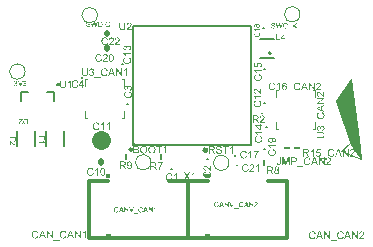
<source format=gto>
G04*
G04 #@! TF.GenerationSoftware,Altium Limited,Altium Designer,18.0.9 (584)*
G04*
G04 Layer_Color=65535*
%FSLAX44Y44*%
%MOMM*%
G71*
G01*
G75*
%ADD10C,0.1016*%
%ADD11C,0.1000*%
%ADD12C,0.2500*%
%ADD13C,0.3048*%
%ADD14C,0.1524*%
%ADD15C,0.2032*%
%ADD16C,0.1500*%
%ADD17C,0.5080*%
%ADD18C,1.6002*%
%ADD19C,0.2000*%
%ADD20C,0.0127*%
%ADD21R,0.6048X0.1524*%
%ADD22R,0.1524X0.6048*%
G36*
X210250Y492972D02*
X213472Y489750D01*
X210250Y489750D01*
Y492972D01*
D02*
G37*
G36*
X382000Y527000D02*
X394087Y492140D01*
X403384Y478047D01*
X401599Y494157D01*
X394191Y545287D01*
X382000Y527000D01*
D02*
G37*
G36*
X328761Y592597D02*
X328803D01*
X328854Y592591D01*
X328909Y592588D01*
X328974Y592581D01*
X329038Y592571D01*
X329109Y592562D01*
X329254Y592533D01*
X329332Y592513D01*
X329406Y592494D01*
X329480Y592468D01*
X329551Y592439D01*
X329554Y592436D01*
X329567Y592433D01*
X329586Y592423D01*
X329612Y592410D01*
X329645Y592394D01*
X329680Y592371D01*
X329722Y592349D01*
X329764Y592320D01*
X329812Y592291D01*
X329857Y592255D01*
X329906Y592217D01*
X329954Y592175D01*
X330003Y592130D01*
X330048Y592078D01*
X330093Y592026D01*
X330132Y591968D01*
X330135Y591965D01*
X330141Y591955D01*
X330151Y591936D01*
X330164Y591913D01*
X330180Y591884D01*
X330199Y591849D01*
X330216Y591810D01*
X330238Y591765D01*
X330257Y591717D01*
X330277Y591662D01*
X330296Y591604D01*
X330312Y591542D01*
X330328Y591478D01*
X330341Y591410D01*
X330348Y591339D01*
X330354Y591268D01*
X329786Y591226D01*
Y591233D01*
X329783Y591246D01*
X329780Y591268D01*
X329774Y591297D01*
X329767Y591329D01*
X329757Y591371D01*
X329745Y591417D01*
X329729Y591465D01*
X329712Y591517D01*
X329690Y591568D01*
X329664Y591620D01*
X329635Y591675D01*
X329603Y591726D01*
X329564Y591775D01*
X329522Y591823D01*
X329477Y591865D01*
X329474Y591868D01*
X329464Y591875D01*
X329451Y591884D01*
X329428Y591900D01*
X329399Y591917D01*
X329367Y591933D01*
X329328Y591952D01*
X329283Y591975D01*
X329232Y591994D01*
X329174Y592013D01*
X329109Y592029D01*
X329041Y592049D01*
X328964Y592062D01*
X328883Y592071D01*
X328796Y592078D01*
X328703Y592081D01*
X328651D01*
X328616Y592078D01*
X328570Y592075D01*
X328522Y592071D01*
X328464Y592065D01*
X328406Y592055D01*
X328277Y592033D01*
X328212Y592017D01*
X328148Y591997D01*
X328087Y591975D01*
X328025Y591949D01*
X327970Y591920D01*
X327922Y591884D01*
X327919Y591881D01*
X327912Y591875D01*
X327899Y591865D01*
X327883Y591849D01*
X327867Y591829D01*
X327845Y591807D01*
X327825Y591781D01*
X327803Y591752D01*
X327780Y591720D01*
X327757Y591681D01*
X327719Y591600D01*
X327703Y591558D01*
X327690Y591510D01*
X327683Y591462D01*
X327680Y591410D01*
Y591407D01*
Y591400D01*
Y591387D01*
X327683Y591371D01*
X327687Y591349D01*
X327690Y591326D01*
X327703Y591271D01*
X327722Y591207D01*
X327751Y591142D01*
X327770Y591107D01*
X327796Y591075D01*
X327822Y591042D01*
X327851Y591013D01*
X327854Y591010D01*
X327861Y591007D01*
X327870Y590997D01*
X327890Y590988D01*
X327912Y590971D01*
X327945Y590955D01*
X327980Y590936D01*
X328025Y590913D01*
X328080Y590891D01*
X328141Y590865D01*
X328216Y590839D01*
X328296Y590810D01*
X328390Y590781D01*
X328493Y590752D01*
X328609Y590723D01*
X328738Y590691D01*
X328741D01*
X328748Y590687D01*
X328758D01*
X328770Y590684D01*
X328787Y590681D01*
X328806Y590675D01*
X328854Y590665D01*
X328912Y590649D01*
X328980Y590633D01*
X329054Y590617D01*
X329132Y590594D01*
X329296Y590552D01*
X329377Y590530D01*
X329458Y590504D01*
X329535Y590481D01*
X329606Y590455D01*
X329670Y590433D01*
X329725Y590410D01*
X329729Y590407D01*
X329741Y590400D01*
X329764Y590391D01*
X329790Y590378D01*
X329822Y590359D01*
X329857Y590339D01*
X329899Y590313D01*
X329945Y590284D01*
X329990Y590255D01*
X330038Y590220D01*
X330135Y590142D01*
X330225Y590052D01*
X330264Y590004D01*
X330303Y589952D01*
X330306Y589949D01*
X330312Y589939D01*
X330319Y589923D01*
X330332Y589904D01*
X330345Y589878D01*
X330361Y589846D01*
X330380Y589810D01*
X330396Y589771D01*
X330412Y589726D01*
X330432Y589678D01*
X330448Y589626D01*
X330461Y589568D01*
X330474Y589510D01*
X330483Y589449D01*
X330486Y589388D01*
X330490Y589320D01*
Y589317D01*
Y589304D01*
Y589284D01*
X330486Y589258D01*
X330483Y589226D01*
X330480Y589191D01*
X330474Y589149D01*
X330464Y589100D01*
X330454Y589052D01*
X330438Y588997D01*
X330422Y588942D01*
X330403Y588884D01*
X330380Y588826D01*
X330351Y588765D01*
X330319Y588707D01*
X330283Y588646D01*
X330280Y588642D01*
X330274Y588633D01*
X330261Y588617D01*
X330245Y588594D01*
X330225Y588568D01*
X330199Y588536D01*
X330170Y588504D01*
X330135Y588468D01*
X330096Y588429D01*
X330051Y588391D01*
X330003Y588349D01*
X329951Y588307D01*
X329896Y588268D01*
X329835Y588229D01*
X329770Y588194D01*
X329699Y588158D01*
X329696Y588155D01*
X329683Y588152D01*
X329661Y588142D01*
X329632Y588133D01*
X329596Y588120D01*
X329554Y588104D01*
X329506Y588088D01*
X329451Y588071D01*
X329390Y588055D01*
X329322Y588039D01*
X329251Y588026D01*
X329177Y588010D01*
X329099Y588000D01*
X329016Y587991D01*
X328928Y587988D01*
X328841Y587984D01*
X328783D01*
X328741Y587988D01*
X328690Y587991D01*
X328629Y587994D01*
X328561Y588000D01*
X328487Y588007D01*
X328409Y588017D01*
X328329Y588026D01*
X328158Y588059D01*
X328070Y588078D01*
X327986Y588100D01*
X327903Y588130D01*
X327825Y588158D01*
X327822Y588162D01*
X327806Y588168D01*
X327786Y588178D01*
X327757Y588191D01*
X327722Y588210D01*
X327683Y588233D01*
X327638Y588262D01*
X327593Y588291D01*
X327541Y588326D01*
X327490Y588365D01*
X327435Y588410D01*
X327383Y588459D01*
X327328Y588510D01*
X327277Y588565D01*
X327229Y588626D01*
X327183Y588691D01*
X327180Y588694D01*
X327174Y588707D01*
X327161Y588726D01*
X327148Y588752D01*
X327128Y588787D01*
X327109Y588826D01*
X327086Y588871D01*
X327067Y588923D01*
X327045Y588981D01*
X327022Y589042D01*
X327003Y589110D01*
X326983Y589178D01*
X326967Y589252D01*
X326954Y589329D01*
X326945Y589410D01*
X326941Y589494D01*
X327499Y589542D01*
Y589539D01*
X327503Y589526D01*
Y589510D01*
X327509Y589487D01*
X327512Y589459D01*
X327519Y589423D01*
X327528Y589388D01*
X327538Y589346D01*
X327561Y589258D01*
X327593Y589165D01*
X327632Y589075D01*
X327680Y588988D01*
X327683Y588984D01*
X327687Y588978D01*
X327696Y588968D01*
X327709Y588952D01*
X327722Y588933D01*
X327741Y588913D01*
X327764Y588891D01*
X327790Y588865D01*
X327819Y588839D01*
X327854Y588810D01*
X327890Y588781D01*
X327932Y588752D01*
X327974Y588723D01*
X328022Y588694D01*
X328074Y588668D01*
X328129Y588642D01*
X328132D01*
X328141Y588636D01*
X328161Y588629D01*
X328183Y588623D01*
X328212Y588613D01*
X328245Y588600D01*
X328287Y588587D01*
X328329Y588578D01*
X328377Y588565D01*
X328432Y588552D01*
X328487Y588542D01*
X328548Y588530D01*
X328677Y588517D01*
X328816Y588510D01*
X328848D01*
X328874Y588513D01*
X328903D01*
X328935Y588517D01*
X328974Y588520D01*
X329016Y588523D01*
X329109Y588536D01*
X329209Y588552D01*
X329309Y588578D01*
X329409Y588610D01*
X329412D01*
X329422Y588613D01*
X329435Y588620D01*
X329451Y588629D01*
X329474Y588639D01*
X329496Y588652D01*
X329554Y588681D01*
X329616Y588720D01*
X329680Y588768D01*
X329741Y588823D01*
X329793Y588884D01*
Y588887D01*
X329799Y588894D01*
X329806Y588904D01*
X329812Y588917D01*
X329822Y588933D01*
X329835Y588952D01*
X329857Y589000D01*
X329880Y589055D01*
X329903Y589120D01*
X329916Y589194D01*
X329922Y589268D01*
Y589271D01*
Y589278D01*
Y589287D01*
X329919Y589304D01*
Y589323D01*
X329916Y589342D01*
X329906Y589394D01*
X329893Y589449D01*
X329870Y589510D01*
X329838Y589571D01*
X329796Y589633D01*
Y589636D01*
X329790Y589639D01*
X329774Y589659D01*
X329741Y589688D01*
X329722Y589707D01*
X329699Y589726D01*
X329674Y589746D01*
X329645Y589768D01*
X329612Y589791D01*
X329574Y589813D01*
X329535Y589836D01*
X329490Y589859D01*
X329445Y589878D01*
X329393Y589900D01*
X329390D01*
X329383Y589904D01*
X329374Y589907D01*
X329354Y589913D01*
X329332Y589920D01*
X329306Y589930D01*
X329270Y589939D01*
X329229Y589952D01*
X329177Y589968D01*
X329122Y589984D01*
X329058Y590000D01*
X328983Y590020D01*
X328903Y590042D01*
X328809Y590065D01*
X328709Y590091D01*
X328599Y590117D01*
X328596D01*
X328593Y590120D01*
X328583D01*
X328574Y590123D01*
X328541Y590133D01*
X328499Y590142D01*
X328451Y590155D01*
X328393Y590171D01*
X328329Y590187D01*
X328264Y590207D01*
X328122Y590249D01*
X327980Y590297D01*
X327912Y590323D01*
X327848Y590349D01*
X327793Y590371D01*
X327741Y590397D01*
X327738Y590400D01*
X327729Y590404D01*
X327712Y590413D01*
X327690Y590426D01*
X327664Y590442D01*
X327632Y590465D01*
X327599Y590488D01*
X327561Y590513D01*
X327483Y590571D01*
X327406Y590642D01*
X327328Y590723D01*
X327296Y590768D01*
X327264Y590813D01*
X327261Y590817D01*
X327257Y590826D01*
X327251Y590839D01*
X327241Y590858D01*
X327229Y590881D01*
X327216Y590907D01*
X327203Y590939D01*
X327187Y590975D01*
X327174Y591017D01*
X327158Y591059D01*
X327135Y591152D01*
X327116Y591255D01*
X327112Y591310D01*
X327109Y591368D01*
Y591371D01*
Y591384D01*
Y591400D01*
X327112Y591426D01*
X327116Y591455D01*
X327119Y591491D01*
X327125Y591530D01*
X327132Y591575D01*
X327145Y591623D01*
X327154Y591671D01*
X327170Y591723D01*
X327190Y591778D01*
X327212Y591833D01*
X327238Y591888D01*
X327267Y591946D01*
X327299Y592000D01*
X327303Y592004D01*
X327309Y592013D01*
X327319Y592029D01*
X327335Y592049D01*
X327354Y592075D01*
X327380Y592100D01*
X327409Y592133D01*
X327441Y592165D01*
X327477Y592200D01*
X327519Y592239D01*
X327564Y592275D01*
X327616Y592313D01*
X327670Y592349D01*
X327729Y592384D01*
X327790Y592417D01*
X327858Y592446D01*
X327861Y592449D01*
X327874Y592452D01*
X327893Y592458D01*
X327922Y592471D01*
X327957Y592481D01*
X327996Y592494D01*
X328045Y592510D01*
X328099Y592523D01*
X328158Y592539D01*
X328219Y592552D01*
X328287Y592565D01*
X328358Y592578D01*
X328435Y592588D01*
X328512Y592594D01*
X328593Y592597D01*
X328677Y592600D01*
X328725D01*
X328761Y592597D01*
D02*
G37*
G36*
X339180D02*
X339229Y592594D01*
X339286Y592591D01*
X339351Y592581D01*
X339425Y592571D01*
X339509Y592559D01*
X339596Y592539D01*
X339687Y592517D01*
X339780Y592491D01*
X339874Y592455D01*
X339967Y592417D01*
X340064Y592371D01*
X340154Y592320D01*
X340241Y592258D01*
X340248Y592255D01*
X340261Y592242D01*
X340286Y592223D01*
X340316Y592194D01*
X340354Y592162D01*
X340396Y592117D01*
X340441Y592068D01*
X340493Y592010D01*
X340545Y591946D01*
X340599Y591875D01*
X340651Y591794D01*
X340703Y591710D01*
X340754Y591617D01*
X340799Y591517D01*
X340845Y591410D01*
X340880Y591297D01*
X340299Y591162D01*
X340296Y591168D01*
X340293Y591184D01*
X340283Y591207D01*
X340270Y591242D01*
X340254Y591281D01*
X340235Y591326D01*
X340209Y591378D01*
X340183Y591433D01*
X340154Y591491D01*
X340119Y591549D01*
X340083Y591607D01*
X340041Y591668D01*
X339996Y591723D01*
X339951Y591778D01*
X339899Y591826D01*
X339845Y591871D01*
X339841Y591875D01*
X339832Y591881D01*
X339816Y591891D01*
X339793Y591907D01*
X339764Y591923D01*
X339729Y591942D01*
X339687Y591962D01*
X339641Y591984D01*
X339590Y592004D01*
X339535Y592023D01*
X339474Y592042D01*
X339409Y592058D01*
X339338Y592075D01*
X339264Y592084D01*
X339187Y592091D01*
X339103Y592094D01*
X339054D01*
X339019Y592091D01*
X338974Y592088D01*
X338922Y592081D01*
X338864Y592075D01*
X338803Y592062D01*
X338735Y592049D01*
X338667Y592033D01*
X338596Y592013D01*
X338522Y591991D01*
X338451Y591962D01*
X338380Y591926D01*
X338309Y591891D01*
X338241Y591846D01*
X338238Y591842D01*
X338225Y591836D01*
X338209Y591820D01*
X338186Y591800D01*
X338158Y591775D01*
X338125Y591746D01*
X338090Y591710D01*
X338051Y591671D01*
X338012Y591626D01*
X337970Y591578D01*
X337932Y591523D01*
X337893Y591462D01*
X337854Y591400D01*
X337819Y591333D01*
X337786Y591262D01*
X337757Y591184D01*
Y591181D01*
X337751Y591165D01*
X337745Y591142D01*
X337735Y591113D01*
X337725Y591075D01*
X337712Y591030D01*
X337703Y590978D01*
X337690Y590920D01*
X337677Y590858D01*
X337664Y590791D01*
X337651Y590720D01*
X337641Y590646D01*
X337625Y590491D01*
X337622Y590410D01*
X337619Y590326D01*
Y590320D01*
Y590300D01*
Y590271D01*
X337622Y590229D01*
X337625Y590181D01*
X337629Y590123D01*
X337632Y590059D01*
X337638Y589991D01*
X337648Y589913D01*
X337658Y589833D01*
X337690Y589668D01*
X337706Y589581D01*
X337729Y589497D01*
X337754Y589413D01*
X337783Y589333D01*
X337786Y589329D01*
X337790Y589313D01*
X337799Y589294D01*
X337816Y589265D01*
X337832Y589230D01*
X337854Y589188D01*
X337880Y589142D01*
X337909Y589094D01*
X337945Y589046D01*
X337983Y588994D01*
X338025Y588939D01*
X338070Y588887D01*
X338122Y588836D01*
X338177Y588787D01*
X338235Y588742D01*
X338299Y588700D01*
X338303Y588697D01*
X338316Y588691D01*
X338335Y588681D01*
X338361Y588668D01*
X338393Y588652D01*
X338432Y588633D01*
X338477Y588617D01*
X338525Y588597D01*
X338580Y588575D01*
X338638Y588559D01*
X338703Y588539D01*
X338767Y588523D01*
X338838Y588510D01*
X338909Y588500D01*
X338983Y588494D01*
X339058Y588491D01*
X339080D01*
X339106Y588494D01*
X339141D01*
X339183Y588500D01*
X339232Y588507D01*
X339290Y588513D01*
X339348Y588526D01*
X339412Y588542D01*
X339480Y588562D01*
X339551Y588584D01*
X339622Y588610D01*
X339693Y588642D01*
X339764Y588681D01*
X339832Y588726D01*
X339899Y588775D01*
X339903Y588778D01*
X339916Y588787D01*
X339932Y588804D01*
X339954Y588829D01*
X339983Y588858D01*
X340016Y588894D01*
X340051Y588939D01*
X340087Y588988D01*
X340125Y589046D01*
X340164Y589107D01*
X340206Y589178D01*
X340241Y589255D01*
X340280Y589336D01*
X340312Y589426D01*
X340341Y589520D01*
X340367Y589623D01*
X340957Y589475D01*
Y589471D01*
X340954Y589465D01*
X340951Y589455D01*
X340948Y589442D01*
X340945Y589426D01*
X340938Y589404D01*
X340922Y589355D01*
X340899Y589294D01*
X340874Y589226D01*
X340841Y589149D01*
X340803Y589065D01*
X340761Y588975D01*
X340712Y588884D01*
X340658Y588794D01*
X340596Y588700D01*
X340528Y588610D01*
X340454Y588523D01*
X340374Y588442D01*
X340286Y588365D01*
X340280Y588362D01*
X340264Y588349D01*
X340238Y588330D01*
X340199Y588307D01*
X340154Y588278D01*
X340096Y588246D01*
X340032Y588210D01*
X339958Y588175D01*
X339877Y588139D01*
X339786Y588104D01*
X339690Y588071D01*
X339586Y588042D01*
X339474Y588020D01*
X339357Y588000D01*
X339235Y587988D01*
X339106Y587984D01*
X339058D01*
X339035Y587988D01*
X338987D01*
X338925Y587994D01*
X338854Y588000D01*
X338774Y588010D01*
X338690Y588020D01*
X338596Y588036D01*
X338503Y588055D01*
X338403Y588081D01*
X338306Y588107D01*
X338209Y588142D01*
X338112Y588181D01*
X338019Y588226D01*
X337932Y588278D01*
X337925Y588281D01*
X337912Y588291D01*
X337890Y588310D01*
X337858Y588333D01*
X337819Y588362D01*
X337777Y588400D01*
X337729Y588442D01*
X337677Y588494D01*
X337622Y588552D01*
X337567Y588613D01*
X337509Y588684D01*
X337451Y588759D01*
X337396Y588842D01*
X337341Y588929D01*
X337290Y589026D01*
X337245Y589126D01*
Y589129D01*
X337241Y589133D01*
X337235Y589152D01*
X337222Y589181D01*
X337209Y589223D01*
X337190Y589275D01*
X337170Y589336D01*
X337148Y589407D01*
X337128Y589484D01*
X337106Y589571D01*
X337083Y589665D01*
X337064Y589762D01*
X337045Y589868D01*
X337032Y589975D01*
X337019Y590088D01*
X337012Y590204D01*
X337009Y590323D01*
Y590326D01*
Y590333D01*
Y590342D01*
Y590355D01*
Y590371D01*
X337012Y590391D01*
Y590439D01*
X337019Y590500D01*
X337022Y590571D01*
X337032Y590652D01*
X337041Y590739D01*
X337057Y590830D01*
X337074Y590926D01*
X337096Y591030D01*
X337122Y591133D01*
X337151Y591236D01*
X337187Y591339D01*
X337229Y591439D01*
X337274Y591539D01*
X337277Y591546D01*
X337286Y591562D01*
X337303Y591587D01*
X337322Y591626D01*
X337351Y591668D01*
X337383Y591717D01*
X337425Y591775D01*
X337470Y591833D01*
X337519Y591894D01*
X337577Y591962D01*
X337638Y592026D01*
X337706Y592091D01*
X337780Y592155D01*
X337858Y592217D01*
X337941Y592275D01*
X338032Y592329D01*
X338038Y592333D01*
X338054Y592342D01*
X338080Y592355D01*
X338119Y592371D01*
X338164Y592394D01*
X338219Y592417D01*
X338283Y592439D01*
X338351Y592465D01*
X338428Y592491D01*
X338512Y592513D01*
X338603Y592539D01*
X338696Y592559D01*
X338796Y592575D01*
X338899Y592588D01*
X339006Y592597D01*
X339116Y592600D01*
X339161D01*
X339180Y592597D01*
D02*
G37*
G36*
X346861Y590710D02*
X348819Y588059D01*
X348038D01*
X346448Y590310D01*
X345719Y589607D01*
Y588059D01*
X345128D01*
Y592523D01*
X345719D01*
Y590307D01*
X347935Y592523D01*
X348738D01*
X346861Y590710D01*
D02*
G37*
G36*
X335406Y588059D02*
X334832D01*
X333899Y591459D01*
Y591465D01*
X333893Y591478D01*
X333886Y591497D01*
X333880Y591526D01*
X333870Y591562D01*
X333861Y591597D01*
X333848Y591639D01*
X333835Y591684D01*
X333809Y591775D01*
X333799Y591817D01*
X333787Y591858D01*
X333777Y591897D01*
X333767Y591930D01*
X333761Y591959D01*
X333754Y591981D01*
Y591978D01*
X333751Y591968D01*
X333748Y591952D01*
X333741Y591930D01*
X333735Y591904D01*
X333728Y591871D01*
X333719Y591839D01*
X333709Y591800D01*
X333690Y591720D01*
X333667Y591633D01*
X333645Y591542D01*
X333622Y591459D01*
X332683Y588059D01*
X332070D01*
X330893Y592523D01*
X331496D01*
X332174Y589594D01*
Y589588D01*
X332180Y589575D01*
X332183Y589549D01*
X332193Y589517D01*
X332203Y589475D01*
X332212Y589426D01*
X332225Y589368D01*
X332238Y589307D01*
X332254Y589242D01*
X332267Y589171D01*
X332283Y589094D01*
X332299Y589017D01*
X332332Y588852D01*
X332364Y588681D01*
Y588684D01*
X332367Y588691D01*
Y588700D01*
X332370Y588713D01*
X332377Y588730D01*
X332380Y588749D01*
X332390Y588794D01*
X332406Y588852D01*
X332419Y588913D01*
X332435Y588981D01*
X332454Y589052D01*
X332490Y589197D01*
X332506Y589268D01*
X332522Y589333D01*
X332538Y589391D01*
X332548Y589439D01*
X332561Y589481D01*
X332564Y589494D01*
X332567Y589507D01*
X333412Y592523D01*
X334125D01*
X334764Y590262D01*
Y590258D01*
X334767Y590252D01*
X334770Y590239D01*
X334774Y590223D01*
X334780Y590204D01*
X334786Y590178D01*
X334793Y590152D01*
X334803Y590120D01*
X334812Y590084D01*
X334822Y590046D01*
X334845Y589955D01*
X334870Y589859D01*
X334896Y589749D01*
X334925Y589630D01*
X334954Y589507D01*
X334983Y589375D01*
X335012Y589239D01*
X335067Y588962D01*
X335112Y588681D01*
Y588688D01*
X335116Y588700D01*
X335122Y588723D01*
X335129Y588755D01*
X335138Y588797D01*
X335148Y588842D01*
X335161Y588900D01*
X335174Y588962D01*
X335190Y589030D01*
X335206Y589104D01*
X335222Y589184D01*
X335245Y589268D01*
X335264Y589358D01*
X335286Y589452D01*
X335309Y589552D01*
X335335Y589652D01*
X336035Y592523D01*
X336632D01*
X335406Y588059D01*
D02*
G37*
G36*
X342251Y588584D02*
X344448D01*
Y588059D01*
X341661D01*
Y592523D01*
X342251D01*
Y588584D01*
D02*
G37*
G36*
X172069Y593789D02*
X172111D01*
X172163Y593782D01*
X172218Y593779D01*
X172282Y593773D01*
X172347Y593763D01*
X172418Y593753D01*
X172563Y593724D01*
X172640Y593705D01*
X172715Y593685D01*
X172789Y593660D01*
X172860Y593631D01*
X172863Y593627D01*
X172876Y593624D01*
X172895Y593615D01*
X172921Y593602D01*
X172953Y593586D01*
X172989Y593563D01*
X173031Y593540D01*
X173073Y593511D01*
X173121Y593482D01*
X173166Y593447D01*
X173214Y593408D01*
X173263Y593366D01*
X173311Y593321D01*
X173356Y593269D01*
X173402Y593218D01*
X173440Y593160D01*
X173444Y593156D01*
X173450Y593147D01*
X173460Y593127D01*
X173473Y593105D01*
X173489Y593076D01*
X173508Y593040D01*
X173524Y593002D01*
X173547Y592956D01*
X173566Y592908D01*
X173585Y592853D01*
X173605Y592795D01*
X173621Y592734D01*
X173637Y592669D01*
X173650Y592602D01*
X173656Y592531D01*
X173663Y592460D01*
X173095Y592418D01*
Y592424D01*
X173092Y592437D01*
X173089Y592460D01*
X173082Y592489D01*
X173076Y592521D01*
X173066Y592563D01*
X173053Y592608D01*
X173037Y592656D01*
X173021Y592708D01*
X172998Y592760D01*
X172973Y592811D01*
X172943Y592866D01*
X172911Y592918D01*
X172873Y592966D01*
X172831Y593014D01*
X172785Y593056D01*
X172782Y593060D01*
X172773Y593066D01*
X172760Y593076D01*
X172737Y593092D01*
X172708Y593108D01*
X172676Y593124D01*
X172637Y593144D01*
X172592Y593166D01*
X172540Y593186D01*
X172482Y593205D01*
X172418Y593221D01*
X172350Y593240D01*
X172273Y593253D01*
X172192Y593263D01*
X172105Y593269D01*
X172011Y593273D01*
X171960D01*
X171924Y593269D01*
X171879Y593266D01*
X171831Y593263D01*
X171773Y593256D01*
X171714Y593247D01*
X171586Y593224D01*
X171521Y593208D01*
X171457Y593189D01*
X171395Y593166D01*
X171334Y593140D01*
X171279Y593111D01*
X171231Y593076D01*
X171227Y593073D01*
X171221Y593066D01*
X171208Y593056D01*
X171192Y593040D01*
X171176Y593021D01*
X171153Y592998D01*
X171134Y592973D01*
X171111Y592943D01*
X171089Y592911D01*
X171066Y592873D01*
X171027Y592792D01*
X171011Y592750D01*
X170998Y592702D01*
X170992Y592653D01*
X170989Y592602D01*
Y592598D01*
Y592592D01*
Y592579D01*
X170992Y592563D01*
X170995Y592540D01*
X170998Y592518D01*
X171011Y592463D01*
X171031Y592398D01*
X171060Y592334D01*
X171079Y592298D01*
X171105Y592266D01*
X171131Y592234D01*
X171160Y592205D01*
X171163Y592202D01*
X171169Y592198D01*
X171179Y592189D01*
X171198Y592179D01*
X171221Y592163D01*
X171253Y592147D01*
X171289Y592127D01*
X171334Y592105D01*
X171389Y592082D01*
X171450Y592056D01*
X171524Y592031D01*
X171605Y592002D01*
X171698Y591973D01*
X171802Y591944D01*
X171918Y591914D01*
X172047Y591882D01*
X172050D01*
X172057Y591879D01*
X172066D01*
X172079Y591876D01*
X172095Y591873D01*
X172115Y591866D01*
X172163Y591856D01*
X172221Y591840D01*
X172289Y591824D01*
X172363Y591808D01*
X172440Y591786D01*
X172605Y591744D01*
X172686Y591721D01*
X172766Y591695D01*
X172843Y591673D01*
X172915Y591647D01*
X172979Y591624D01*
X173034Y591602D01*
X173037Y591598D01*
X173050Y591592D01*
X173073Y591582D01*
X173098Y591569D01*
X173131Y591550D01*
X173166Y591531D01*
X173208Y591505D01*
X173253Y591476D01*
X173298Y591447D01*
X173347Y591411D01*
X173444Y591334D01*
X173534Y591244D01*
X173573Y591195D01*
X173611Y591143D01*
X173615Y591140D01*
X173621Y591131D01*
X173627Y591115D01*
X173640Y591095D01*
X173653Y591069D01*
X173669Y591037D01*
X173689Y591002D01*
X173705Y590963D01*
X173721Y590918D01*
X173740Y590869D01*
X173756Y590818D01*
X173769Y590760D01*
X173782Y590702D01*
X173792Y590640D01*
X173795Y590579D01*
X173798Y590511D01*
Y590508D01*
Y590495D01*
Y590476D01*
X173795Y590450D01*
X173792Y590418D01*
X173789Y590382D01*
X173782Y590340D01*
X173773Y590292D01*
X173763Y590243D01*
X173747Y590189D01*
X173731Y590134D01*
X173711Y590076D01*
X173689Y590018D01*
X173660Y589957D01*
X173627Y589898D01*
X173592Y589837D01*
X173589Y589834D01*
X173582Y589824D01*
X173569Y589808D01*
X173553Y589785D01*
X173534Y589760D01*
X173508Y589727D01*
X173479Y589695D01*
X173444Y589660D01*
X173405Y589621D01*
X173360Y589582D01*
X173311Y589540D01*
X173260Y589498D01*
X173205Y589460D01*
X173144Y589421D01*
X173079Y589385D01*
X173008Y589350D01*
X173005Y589347D01*
X172992Y589344D01*
X172969Y589334D01*
X172940Y589324D01*
X172905Y589311D01*
X172863Y589295D01*
X172815Y589279D01*
X172760Y589263D01*
X172698Y589247D01*
X172631Y589231D01*
X172560Y589218D01*
X172486Y589202D01*
X172408Y589192D01*
X172324Y589182D01*
X172237Y589179D01*
X172150Y589176D01*
X172092D01*
X172050Y589179D01*
X171998Y589182D01*
X171937Y589185D01*
X171869Y589192D01*
X171795Y589198D01*
X171718Y589208D01*
X171637Y589218D01*
X171466Y589250D01*
X171379Y589269D01*
X171295Y589292D01*
X171211Y589321D01*
X171134Y589350D01*
X171131Y589353D01*
X171115Y589360D01*
X171095Y589369D01*
X171066Y589382D01*
X171031Y589402D01*
X170992Y589424D01*
X170947Y589453D01*
X170902Y589482D01*
X170850Y589518D01*
X170798Y589557D01*
X170744Y589602D01*
X170692Y589650D01*
X170637Y589702D01*
X170585Y589757D01*
X170537Y589818D01*
X170492Y589882D01*
X170489Y589885D01*
X170482Y589898D01*
X170469Y589918D01*
X170457Y589944D01*
X170437Y589979D01*
X170418Y590018D01*
X170395Y590063D01*
X170376Y590115D01*
X170353Y590173D01*
X170331Y590234D01*
X170311Y590302D01*
X170292Y590369D01*
X170276Y590443D01*
X170263Y590521D01*
X170253Y590602D01*
X170250Y590686D01*
X170808Y590734D01*
Y590731D01*
X170811Y590718D01*
Y590702D01*
X170818Y590679D01*
X170821Y590650D01*
X170827Y590615D01*
X170837Y590579D01*
X170847Y590537D01*
X170869Y590450D01*
X170902Y590356D01*
X170940Y590266D01*
X170989Y590179D01*
X170992Y590176D01*
X170995Y590169D01*
X171005Y590160D01*
X171018Y590144D01*
X171031Y590124D01*
X171050Y590105D01*
X171073Y590082D01*
X171098Y590056D01*
X171127Y590031D01*
X171163Y590002D01*
X171198Y589973D01*
X171240Y589944D01*
X171282Y589915D01*
X171331Y589885D01*
X171382Y589860D01*
X171437Y589834D01*
X171440D01*
X171450Y589827D01*
X171469Y589821D01*
X171492Y589814D01*
X171521Y589805D01*
X171553Y589792D01*
X171595Y589779D01*
X171637Y589769D01*
X171686Y589757D01*
X171740Y589743D01*
X171795Y589734D01*
X171856Y589721D01*
X171985Y589708D01*
X172124Y589702D01*
X172157D01*
X172182Y589705D01*
X172211D01*
X172243Y589708D01*
X172282Y589711D01*
X172324Y589715D01*
X172418Y589727D01*
X172518Y589743D01*
X172618Y589769D01*
X172718Y589802D01*
X172721D01*
X172731Y589805D01*
X172743Y589811D01*
X172760Y589821D01*
X172782Y589831D01*
X172805Y589843D01*
X172863Y589873D01*
X172924Y589911D01*
X172989Y589960D01*
X173050Y590014D01*
X173102Y590076D01*
Y590079D01*
X173108Y590085D01*
X173114Y590095D01*
X173121Y590108D01*
X173131Y590124D01*
X173144Y590144D01*
X173166Y590192D01*
X173189Y590247D01*
X173211Y590311D01*
X173224Y590386D01*
X173231Y590460D01*
Y590463D01*
Y590469D01*
Y590479D01*
X173227Y590495D01*
Y590514D01*
X173224Y590534D01*
X173214Y590586D01*
X173202Y590640D01*
X173179Y590702D01*
X173147Y590763D01*
X173105Y590824D01*
Y590827D01*
X173098Y590831D01*
X173082Y590850D01*
X173050Y590879D01*
X173031Y590898D01*
X173008Y590918D01*
X172982Y590937D01*
X172953Y590960D01*
X172921Y590982D01*
X172882Y591005D01*
X172843Y591027D01*
X172798Y591050D01*
X172753Y591069D01*
X172702Y591092D01*
X172698D01*
X172692Y591095D01*
X172682Y591098D01*
X172663Y591105D01*
X172640Y591111D01*
X172614Y591121D01*
X172579Y591131D01*
X172537Y591143D01*
X172486Y591160D01*
X172431Y591176D01*
X172366Y591192D01*
X172292Y591211D01*
X172211Y591234D01*
X172118Y591256D01*
X172018Y591282D01*
X171908Y591308D01*
X171905D01*
X171902Y591311D01*
X171892D01*
X171882Y591315D01*
X171850Y591324D01*
X171808Y591334D01*
X171760Y591347D01*
X171702Y591363D01*
X171637Y591379D01*
X171573Y591398D01*
X171431Y591440D01*
X171289Y591489D01*
X171221Y591515D01*
X171157Y591540D01*
X171102Y591563D01*
X171050Y591589D01*
X171047Y591592D01*
X171037Y591595D01*
X171021Y591605D01*
X170998Y591618D01*
X170973Y591634D01*
X170940Y591656D01*
X170908Y591679D01*
X170869Y591705D01*
X170792Y591763D01*
X170714Y591834D01*
X170637Y591914D01*
X170605Y591960D01*
X170573Y592005D01*
X170569Y592008D01*
X170566Y592018D01*
X170560Y592031D01*
X170550Y592050D01*
X170537Y592073D01*
X170524Y592098D01*
X170511Y592131D01*
X170495Y592166D01*
X170482Y592208D01*
X170466Y592250D01*
X170444Y592343D01*
X170424Y592447D01*
X170421Y592502D01*
X170418Y592560D01*
Y592563D01*
Y592576D01*
Y592592D01*
X170421Y592618D01*
X170424Y592647D01*
X170427Y592682D01*
X170434Y592721D01*
X170440Y592766D01*
X170453Y592814D01*
X170463Y592863D01*
X170479Y592915D01*
X170498Y592969D01*
X170521Y593024D01*
X170547Y593079D01*
X170576Y593137D01*
X170608Y593192D01*
X170611Y593195D01*
X170618Y593205D01*
X170627Y593221D01*
X170644Y593240D01*
X170663Y593266D01*
X170689Y593292D01*
X170718Y593324D01*
X170750Y593356D01*
X170786Y593392D01*
X170827Y593431D01*
X170873Y593466D01*
X170924Y593505D01*
X170979Y593540D01*
X171037Y593576D01*
X171098Y593608D01*
X171166Y593637D01*
X171169Y593640D01*
X171182Y593643D01*
X171202Y593650D01*
X171231Y593663D01*
X171266Y593673D01*
X171305Y593685D01*
X171353Y593702D01*
X171408Y593714D01*
X171466Y593731D01*
X171527Y593744D01*
X171595Y593756D01*
X171666Y593769D01*
X171744Y593779D01*
X171821Y593786D01*
X171902Y593789D01*
X171985Y593792D01*
X172034D01*
X172069Y593789D01*
D02*
G37*
G36*
X178715Y589250D02*
X178140D01*
X177208Y592650D01*
Y592656D01*
X177202Y592669D01*
X177195Y592689D01*
X177189Y592718D01*
X177179Y592753D01*
X177169Y592789D01*
X177156Y592831D01*
X177143Y592876D01*
X177118Y592966D01*
X177108Y593008D01*
X177095Y593050D01*
X177085Y593089D01*
X177076Y593121D01*
X177069Y593150D01*
X177063Y593173D01*
Y593169D01*
X177060Y593160D01*
X177056Y593144D01*
X177050Y593121D01*
X177043Y593095D01*
X177037Y593063D01*
X177027Y593031D01*
X177018Y592992D01*
X176998Y592911D01*
X176976Y592824D01*
X176953Y592734D01*
X176931Y592650D01*
X175992Y589250D01*
X175379D01*
X174202Y593714D01*
X174805D01*
X175482Y590785D01*
Y590779D01*
X175489Y590766D01*
X175492Y590740D01*
X175502Y590708D01*
X175511Y590666D01*
X175521Y590618D01*
X175534Y590560D01*
X175547Y590498D01*
X175563Y590434D01*
X175576Y590363D01*
X175592Y590285D01*
X175608Y590208D01*
X175640Y590043D01*
X175673Y589873D01*
Y589876D01*
X175676Y589882D01*
Y589892D01*
X175679Y589905D01*
X175686Y589921D01*
X175689Y589940D01*
X175698Y589986D01*
X175714Y590043D01*
X175727Y590105D01*
X175744Y590173D01*
X175763Y590243D01*
X175798Y590389D01*
X175814Y590460D01*
X175831Y590524D01*
X175847Y590582D01*
X175856Y590631D01*
X175869Y590673D01*
X175873Y590686D01*
X175876Y590698D01*
X176721Y593714D01*
X177434D01*
X178073Y591453D01*
Y591450D01*
X178076Y591443D01*
X178079Y591431D01*
X178082Y591414D01*
X178089Y591395D01*
X178095Y591369D01*
X178102Y591343D01*
X178111Y591311D01*
X178121Y591276D01*
X178131Y591237D01*
X178153Y591147D01*
X178179Y591050D01*
X178205Y590940D01*
X178234Y590821D01*
X178263Y590698D01*
X178292Y590566D01*
X178321Y590431D01*
X178376Y590153D01*
X178421Y589873D01*
Y589879D01*
X178424Y589892D01*
X178431Y589915D01*
X178437Y589947D01*
X178447Y589989D01*
X178456Y590034D01*
X178469Y590092D01*
X178482Y590153D01*
X178498Y590221D01*
X178514Y590295D01*
X178531Y590376D01*
X178553Y590460D01*
X178573Y590550D01*
X178595Y590644D01*
X178618Y590743D01*
X178643Y590844D01*
X179343Y593714D01*
X179940D01*
X178715Y589250D01*
D02*
G37*
G36*
X185682D02*
X185092D01*
Y593714D01*
X185682D01*
Y589250D01*
D02*
G37*
G36*
X182153Y593711D02*
X182205D01*
X182260Y593708D01*
X182321D01*
X182450Y593698D01*
X182582Y593689D01*
X182647Y593679D01*
X182708Y593673D01*
X182766Y593663D01*
X182821Y593650D01*
X182824D01*
X182837Y593647D01*
X182856Y593640D01*
X182885Y593634D01*
X182918Y593621D01*
X182956Y593608D01*
X182998Y593595D01*
X183047Y593576D01*
X183147Y593534D01*
X183256Y593476D01*
X183366Y593411D01*
X183421Y593373D01*
X183473Y593331D01*
X183476Y593327D01*
X183489Y593318D01*
X183508Y593298D01*
X183531Y593276D01*
X183560Y593247D01*
X183595Y593211D01*
X183631Y593169D01*
X183673Y593124D01*
X183715Y593069D01*
X183756Y593011D01*
X183802Y592950D01*
X183847Y592882D01*
X183889Y592808D01*
X183927Y592734D01*
X183966Y592650D01*
X184002Y592566D01*
X184005Y592560D01*
X184008Y592543D01*
X184018Y592521D01*
X184031Y592486D01*
X184044Y592440D01*
X184056Y592389D01*
X184073Y592327D01*
X184092Y592260D01*
X184108Y592186D01*
X184124Y592102D01*
X184137Y592015D01*
X184150Y591921D01*
X184163Y591824D01*
X184173Y591721D01*
X184176Y591614D01*
X184179Y591505D01*
Y591498D01*
Y591482D01*
Y591456D01*
X184176Y591418D01*
Y591376D01*
X184173Y591324D01*
X184169Y591266D01*
X184163Y591202D01*
X184156Y591134D01*
X184150Y591060D01*
X184127Y590908D01*
X184098Y590753D01*
X184060Y590602D01*
Y590598D01*
X184053Y590586D01*
X184047Y590563D01*
X184037Y590537D01*
X184027Y590505D01*
X184011Y590466D01*
X183995Y590421D01*
X183976Y590376D01*
X183934Y590273D01*
X183879Y590163D01*
X183821Y590056D01*
X183753Y589953D01*
X183750Y589950D01*
X183743Y589944D01*
X183734Y589927D01*
X183721Y589911D01*
X183705Y589889D01*
X183682Y589863D01*
X183634Y589805D01*
X183573Y589740D01*
X183505Y589673D01*
X183427Y589608D01*
X183347Y589547D01*
X183344D01*
X183337Y589540D01*
X183324Y589534D01*
X183308Y589524D01*
X183286Y589511D01*
X183260Y589498D01*
X183231Y589482D01*
X183198Y589466D01*
X183160Y589447D01*
X183121Y589427D01*
X183076Y589411D01*
X183031Y589392D01*
X182927Y589356D01*
X182815Y589324D01*
X182811D01*
X182802Y589321D01*
X182782Y589318D01*
X182760Y589311D01*
X182731Y589308D01*
X182695Y589302D01*
X182653Y589295D01*
X182608Y589289D01*
X182556Y589279D01*
X182502Y589273D01*
X182444Y589266D01*
X182379Y589263D01*
X182314Y589257D01*
X182243Y589253D01*
X182098Y589250D01*
X180489D01*
Y593714D01*
X182111D01*
X182153Y593711D01*
D02*
G37*
G36*
X188740Y593789D02*
X188782D01*
X188837Y593782D01*
X188902Y593776D01*
X188972Y593766D01*
X189050Y593756D01*
X189134Y593740D01*
X189224Y593721D01*
X189318Y593695D01*
X189411Y593666D01*
X189508Y593634D01*
X189605Y593592D01*
X189702Y593547D01*
X189795Y593495D01*
X189802Y593492D01*
X189818Y593482D01*
X189844Y593466D01*
X189876Y593440D01*
X189918Y593411D01*
X189966Y593376D01*
X190018Y593331D01*
X190076Y593282D01*
X190137Y593227D01*
X190198Y593166D01*
X190263Y593098D01*
X190324Y593024D01*
X190385Y592943D01*
X190447Y592860D01*
X190502Y592769D01*
X190553Y592673D01*
X190556Y592666D01*
X190566Y592650D01*
X190579Y592621D01*
X190595Y592579D01*
X190614Y592531D01*
X190637Y592469D01*
X190660Y592402D01*
X190685Y592324D01*
X190708Y592240D01*
X190731Y592147D01*
X190753Y592050D01*
X190772Y591944D01*
X190792Y591834D01*
X190805Y591718D01*
X190811Y591598D01*
X190814Y591476D01*
Y591473D01*
Y591469D01*
Y591460D01*
Y591447D01*
Y591431D01*
X190811Y591408D01*
Y591360D01*
X190805Y591302D01*
X190802Y591234D01*
X190792Y591153D01*
X190779Y591069D01*
X190766Y590976D01*
X190747Y590879D01*
X190724Y590779D01*
X190698Y590676D01*
X190666Y590569D01*
X190631Y590466D01*
X190589Y590363D01*
X190540Y590260D01*
X190537Y590253D01*
X190527Y590237D01*
X190511Y590208D01*
X190489Y590173D01*
X190463Y590127D01*
X190427Y590076D01*
X190385Y590018D01*
X190340Y589957D01*
X190289Y589892D01*
X190231Y589827D01*
X190166Y589760D01*
X190098Y589692D01*
X190021Y589627D01*
X189940Y589563D01*
X189853Y589505D01*
X189763Y589450D01*
X189756Y589447D01*
X189740Y589437D01*
X189711Y589424D01*
X189676Y589408D01*
X189627Y589385D01*
X189573Y589363D01*
X189511Y589337D01*
X189440Y589314D01*
X189360Y589289D01*
X189276Y589263D01*
X189189Y589240D01*
X189092Y589218D01*
X188995Y589202D01*
X188892Y589189D01*
X188785Y589179D01*
X188679Y589176D01*
X188650D01*
X188618Y589179D01*
X188573Y589182D01*
X188518Y589185D01*
X188453Y589192D01*
X188379Y589202D01*
X188302Y589215D01*
X188214Y589231D01*
X188124Y589250D01*
X188031Y589276D01*
X187937Y589305D01*
X187840Y589337D01*
X187740Y589379D01*
X187644Y589424D01*
X187550Y589479D01*
X187544Y589482D01*
X187527Y589492D01*
X187502Y589511D01*
X187469Y589534D01*
X187427Y589566D01*
X187379Y589602D01*
X187327Y589647D01*
X187269Y589695D01*
X187211Y589753D01*
X187147Y589814D01*
X187085Y589882D01*
X187024Y589957D01*
X186963Y590037D01*
X186905Y590121D01*
X186850Y590211D01*
X186798Y590308D01*
X186795Y590314D01*
X186789Y590331D01*
X186776Y590360D01*
X186760Y590402D01*
X186740Y590450D01*
X186718Y590508D01*
X186695Y590573D01*
X186673Y590647D01*
X186647Y590727D01*
X186624Y590815D01*
X186602Y590905D01*
X186582Y591002D01*
X186566Y591105D01*
X186553Y591208D01*
X186547Y591315D01*
X186544Y591424D01*
Y591427D01*
Y591437D01*
Y591453D01*
Y591473D01*
X186547Y591498D01*
Y591531D01*
X186550Y591566D01*
X186553Y591608D01*
X186556Y591653D01*
X186563Y591702D01*
X186569Y591753D01*
X186576Y591808D01*
X186595Y591927D01*
X186618Y592056D01*
X186650Y592195D01*
X186689Y592337D01*
X186737Y592482D01*
X186795Y592627D01*
X186863Y592769D01*
X186943Y592908D01*
X186989Y592976D01*
X187034Y593040D01*
X187085Y593102D01*
X187140Y593163D01*
X187143Y593166D01*
X187147Y593169D01*
X187156Y593179D01*
X187169Y593189D01*
X187182Y593205D01*
X187202Y593221D01*
X187250Y593263D01*
X187308Y593308D01*
X187379Y593363D01*
X187463Y593418D01*
X187556Y593479D01*
X187663Y593537D01*
X187779Y593592D01*
X187905Y593647D01*
X188040Y593695D01*
X188189Y593734D01*
X188344Y593766D01*
X188424Y593776D01*
X188508Y593786D01*
X188592Y593789D01*
X188679Y593792D01*
X188708D01*
X188740Y593789D01*
D02*
G37*
G36*
X118334Y543727D02*
X118366D01*
X118405Y543721D01*
X118447Y543718D01*
X118492Y543711D01*
X118544Y543702D01*
X118595Y543692D01*
X118708Y543663D01*
X118769Y543647D01*
X118827Y543624D01*
X118885Y543602D01*
X118944Y543573D01*
X118947Y543569D01*
X118956Y543566D01*
X118973Y543556D01*
X118995Y543544D01*
X119021Y543527D01*
X119050Y543508D01*
X119082Y543485D01*
X119118Y543460D01*
X119195Y543398D01*
X119273Y543324D01*
X119347Y543240D01*
X119382Y543192D01*
X119415Y543144D01*
X119418Y543140D01*
X119421Y543131D01*
X119431Y543118D01*
X119440Y543095D01*
X119453Y543073D01*
X119466Y543040D01*
X119482Y543008D01*
X119498Y542969D01*
X119511Y542927D01*
X119527Y542886D01*
X119553Y542789D01*
X119573Y542682D01*
X119576Y542627D01*
X119579Y542569D01*
Y542566D01*
Y542556D01*
Y542540D01*
X119576Y542521D01*
Y542495D01*
X119569Y542466D01*
X119566Y542431D01*
X119560Y542395D01*
X119540Y542311D01*
X119511Y542224D01*
X119495Y542179D01*
X119473Y542131D01*
X119450Y542085D01*
X119421Y542040D01*
X119418Y542037D01*
X119415Y542031D01*
X119405Y542018D01*
X119392Y542002D01*
X119376Y541982D01*
X119356Y541960D01*
X119334Y541934D01*
X119305Y541905D01*
X119276Y541876D01*
X119240Y541847D01*
X119205Y541814D01*
X119163Y541782D01*
X119118Y541753D01*
X119069Y541721D01*
X119018Y541692D01*
X118963Y541666D01*
X118966D01*
X118979Y541663D01*
X119002Y541656D01*
X119027Y541647D01*
X119063Y541637D01*
X119102Y541621D01*
X119143Y541605D01*
X119189Y541582D01*
X119237Y541560D01*
X119289Y541531D01*
X119340Y541502D01*
X119392Y541466D01*
X119440Y541427D01*
X119489Y541385D01*
X119537Y541337D01*
X119579Y541286D01*
X119582Y541282D01*
X119589Y541273D01*
X119598Y541256D01*
X119614Y541234D01*
X119631Y541205D01*
X119650Y541173D01*
X119669Y541134D01*
X119689Y541089D01*
X119708Y541037D01*
X119731Y540982D01*
X119747Y540924D01*
X119763Y540860D01*
X119779Y540792D01*
X119789Y540721D01*
X119795Y540647D01*
X119798Y540566D01*
Y540560D01*
Y540540D01*
X119795Y540508D01*
X119792Y540469D01*
X119785Y540418D01*
X119776Y540360D01*
X119763Y540295D01*
X119743Y540224D01*
X119721Y540147D01*
X119695Y540069D01*
X119660Y539986D01*
X119618Y539902D01*
X119569Y539818D01*
X119511Y539734D01*
X119444Y539653D01*
X119369Y539576D01*
X119363Y539573D01*
X119350Y539560D01*
X119327Y539537D01*
X119292Y539511D01*
X119250Y539482D01*
X119202Y539447D01*
X119140Y539411D01*
X119076Y539373D01*
X119002Y539334D01*
X118918Y539298D01*
X118831Y539263D01*
X118734Y539234D01*
X118634Y539208D01*
X118524Y539185D01*
X118411Y539173D01*
X118292Y539169D01*
X118266D01*
X118234Y539173D01*
X118195Y539176D01*
X118144Y539179D01*
X118085Y539189D01*
X118021Y539198D01*
X117950Y539215D01*
X117876Y539231D01*
X117795Y539253D01*
X117715Y539282D01*
X117631Y539318D01*
X117550Y539356D01*
X117469Y539402D01*
X117389Y539456D01*
X117315Y539518D01*
X117311Y539521D01*
X117298Y539534D01*
X117279Y539553D01*
X117253Y539582D01*
X117224Y539618D01*
X117189Y539660D01*
X117153Y539708D01*
X117114Y539763D01*
X117076Y539824D01*
X117037Y539895D01*
X117002Y539969D01*
X116966Y540050D01*
X116937Y540137D01*
X116908Y540227D01*
X116889Y540324D01*
X116876Y540427D01*
X117424Y540502D01*
Y540495D01*
X117427Y540482D01*
X117434Y540457D01*
X117444Y540424D01*
X117453Y540386D01*
X117466Y540344D01*
X117482Y540295D01*
X117498Y540243D01*
X117543Y540131D01*
X117598Y540021D01*
X117631Y539966D01*
X117666Y539915D01*
X117702Y539869D01*
X117744Y539827D01*
X117747Y539824D01*
X117753Y539818D01*
X117766Y539808D01*
X117786Y539795D01*
X117805Y539779D01*
X117834Y539763D01*
X117863Y539743D01*
X117898Y539727D01*
X117937Y539708D01*
X117979Y539689D01*
X118024Y539673D01*
X118073Y539656D01*
X118124Y539644D01*
X118179Y539634D01*
X118234Y539627D01*
X118295Y539624D01*
X118311D01*
X118334Y539627D01*
X118360D01*
X118395Y539634D01*
X118434Y539637D01*
X118476Y539647D01*
X118524Y539656D01*
X118573Y539673D01*
X118627Y539689D01*
X118682Y539711D01*
X118737Y539737D01*
X118792Y539769D01*
X118847Y539805D01*
X118898Y539843D01*
X118950Y539892D01*
X118953Y539895D01*
X118963Y539905D01*
X118976Y539918D01*
X118992Y539940D01*
X119011Y539966D01*
X119034Y539998D01*
X119060Y540034D01*
X119086Y540076D01*
X119108Y540121D01*
X119134Y540173D01*
X119156Y540224D01*
X119176Y540285D01*
X119192Y540347D01*
X119205Y540411D01*
X119214Y540482D01*
X119218Y540553D01*
Y540556D01*
Y540569D01*
Y540589D01*
X119214Y540618D01*
X119211Y540647D01*
X119205Y540686D01*
X119198Y540727D01*
X119185Y540773D01*
X119173Y540821D01*
X119156Y540873D01*
X119137Y540924D01*
X119115Y540976D01*
X119086Y541027D01*
X119050Y541079D01*
X119015Y541127D01*
X118969Y541176D01*
X118966Y541179D01*
X118960Y541185D01*
X118944Y541198D01*
X118924Y541214D01*
X118902Y541234D01*
X118873Y541253D01*
X118837Y541276D01*
X118798Y541298D01*
X118756Y541321D01*
X118708Y541343D01*
X118656Y541363D01*
X118602Y541382D01*
X118544Y541398D01*
X118479Y541411D01*
X118414Y541418D01*
X118343Y541421D01*
X118315D01*
X118282Y541418D01*
X118237Y541414D01*
X118179Y541408D01*
X118115Y541395D01*
X118040Y541382D01*
X117956Y541363D01*
X118018Y541843D01*
X118027D01*
X118037Y541840D01*
X118050D01*
X118079Y541837D01*
X118140D01*
X118163Y541840D01*
X118195Y541843D01*
X118231Y541847D01*
X118269Y541853D01*
X118315Y541860D01*
X118363Y541869D01*
X118411Y541882D01*
X118518Y541914D01*
X118573Y541934D01*
X118627Y541960D01*
X118682Y541986D01*
X118734Y542018D01*
X118737Y542021D01*
X118747Y542027D01*
X118760Y542037D01*
X118779Y542053D01*
X118798Y542073D01*
X118824Y542095D01*
X118847Y542124D01*
X118876Y542156D01*
X118902Y542195D01*
X118927Y542237D01*
X118950Y542282D01*
X118969Y542334D01*
X118989Y542389D01*
X119002Y542450D01*
X119011Y542514D01*
X119015Y542582D01*
Y542585D01*
Y542595D01*
Y542611D01*
X119011Y542634D01*
X119008Y542656D01*
X119005Y542689D01*
X118998Y542721D01*
X118989Y542756D01*
X118963Y542834D01*
X118947Y542876D01*
X118927Y542918D01*
X118905Y542960D01*
X118876Y543002D01*
X118843Y543040D01*
X118808Y543079D01*
X118805Y543082D01*
X118798Y543089D01*
X118789Y543098D01*
X118773Y543111D01*
X118750Y543124D01*
X118727Y543144D01*
X118698Y543160D01*
X118666Y543179D01*
X118631Y543198D01*
X118592Y543214D01*
X118547Y543234D01*
X118502Y543247D01*
X118450Y543260D01*
X118398Y543269D01*
X118340Y543276D01*
X118282Y543279D01*
X118250D01*
X118231Y543276D01*
X118202Y543273D01*
X118169Y543269D01*
X118134Y543263D01*
X118095Y543253D01*
X118011Y543231D01*
X117969Y543214D01*
X117924Y543192D01*
X117879Y543169D01*
X117834Y543144D01*
X117792Y543111D01*
X117750Y543076D01*
X117747Y543073D01*
X117740Y543066D01*
X117731Y543053D01*
X117715Y543037D01*
X117698Y543018D01*
X117679Y542992D01*
X117660Y542960D01*
X117637Y542927D01*
X117614Y542886D01*
X117592Y542840D01*
X117566Y542792D01*
X117547Y542737D01*
X117524Y542679D01*
X117508Y542618D01*
X117492Y542550D01*
X117479Y542476D01*
X116931Y542573D01*
Y542576D01*
Y542579D01*
X116937Y542598D01*
X116944Y542624D01*
X116953Y542663D01*
X116966Y542711D01*
X116982Y542763D01*
X117002Y542821D01*
X117024Y542886D01*
X117053Y542953D01*
X117086Y543024D01*
X117124Y543095D01*
X117166Y543166D01*
X117211Y543237D01*
X117263Y543305D01*
X117321Y543369D01*
X117386Y543427D01*
X117389Y543431D01*
X117402Y543440D01*
X117421Y543456D01*
X117450Y543476D01*
X117486Y543498D01*
X117527Y543524D01*
X117576Y543550D01*
X117631Y543579D01*
X117692Y543608D01*
X117760Y543634D01*
X117831Y543660D01*
X117908Y543682D01*
X117992Y543702D01*
X118082Y543718D01*
X118176Y543727D01*
X118273Y543731D01*
X118308D01*
X118334Y543727D01*
D02*
G37*
G36*
X110708D02*
X110740D01*
X110779Y543721D01*
X110821Y543718D01*
X110866Y543711D01*
X110918Y543702D01*
X110969Y543692D01*
X111082Y543663D01*
X111144Y543647D01*
X111202Y543624D01*
X111260Y543602D01*
X111318Y543573D01*
X111321Y543569D01*
X111331Y543566D01*
X111347Y543556D01*
X111369Y543544D01*
X111395Y543527D01*
X111424Y543508D01*
X111456Y543485D01*
X111492Y543460D01*
X111569Y543398D01*
X111647Y543324D01*
X111721Y543240D01*
X111756Y543192D01*
X111789Y543144D01*
X111792Y543140D01*
X111795Y543131D01*
X111805Y543118D01*
X111814Y543095D01*
X111827Y543073D01*
X111840Y543040D01*
X111856Y543008D01*
X111873Y542969D01*
X111885Y542927D01*
X111902Y542886D01*
X111927Y542789D01*
X111947Y542682D01*
X111950Y542627D01*
X111953Y542569D01*
Y542566D01*
Y542556D01*
Y542540D01*
X111950Y542521D01*
Y542495D01*
X111944Y542466D01*
X111940Y542431D01*
X111934Y542395D01*
X111915Y542311D01*
X111885Y542224D01*
X111869Y542179D01*
X111847Y542131D01*
X111824Y542085D01*
X111795Y542040D01*
X111792Y542037D01*
X111789Y542031D01*
X111779Y542018D01*
X111766Y542002D01*
X111750Y541982D01*
X111731Y541960D01*
X111708Y541934D01*
X111679Y541905D01*
X111650Y541876D01*
X111615Y541847D01*
X111579Y541814D01*
X111537Y541782D01*
X111492Y541753D01*
X111444Y541721D01*
X111392Y541692D01*
X111337Y541666D01*
X111340D01*
X111353Y541663D01*
X111376Y541656D01*
X111402Y541647D01*
X111437Y541637D01*
X111476Y541621D01*
X111518Y541605D01*
X111563Y541582D01*
X111611Y541560D01*
X111663Y541531D01*
X111714Y541502D01*
X111766Y541466D01*
X111814Y541427D01*
X111863Y541385D01*
X111911Y541337D01*
X111953Y541286D01*
X111956Y541282D01*
X111963Y541273D01*
X111973Y541256D01*
X111989Y541234D01*
X112005Y541205D01*
X112024Y541173D01*
X112044Y541134D01*
X112063Y541089D01*
X112082Y541037D01*
X112105Y540982D01*
X112121Y540924D01*
X112137Y540860D01*
X112153Y540792D01*
X112163Y540721D01*
X112169Y540647D01*
X112173Y540566D01*
Y540560D01*
Y540540D01*
X112169Y540508D01*
X112166Y540469D01*
X112160Y540418D01*
X112150Y540360D01*
X112137Y540295D01*
X112118Y540224D01*
X112095Y540147D01*
X112069Y540069D01*
X112034Y539986D01*
X111992Y539902D01*
X111944Y539818D01*
X111885Y539734D01*
X111818Y539653D01*
X111743Y539576D01*
X111737Y539573D01*
X111724Y539560D01*
X111702Y539537D01*
X111666Y539511D01*
X111624Y539482D01*
X111576Y539447D01*
X111515Y539411D01*
X111450Y539373D01*
X111376Y539334D01*
X111292Y539298D01*
X111205Y539263D01*
X111108Y539234D01*
X111008Y539208D01*
X110898Y539185D01*
X110786Y539173D01*
X110666Y539169D01*
X110640D01*
X110608Y539173D01*
X110569Y539176D01*
X110518Y539179D01*
X110460Y539189D01*
X110395Y539198D01*
X110324Y539215D01*
X110250Y539231D01*
X110169Y539253D01*
X110089Y539282D01*
X110005Y539318D01*
X109924Y539356D01*
X109844Y539402D01*
X109763Y539456D01*
X109689Y539518D01*
X109685Y539521D01*
X109673Y539534D01*
X109653Y539553D01*
X109627Y539582D01*
X109598Y539618D01*
X109563Y539660D01*
X109527Y539708D01*
X109489Y539763D01*
X109450Y539824D01*
X109411Y539895D01*
X109376Y539969D01*
X109340Y540050D01*
X109311Y540137D01*
X109282Y540227D01*
X109263Y540324D01*
X109250Y540427D01*
X109798Y540502D01*
Y540495D01*
X109802Y540482D01*
X109808Y540457D01*
X109818Y540424D01*
X109827Y540386D01*
X109840Y540344D01*
X109856Y540295D01*
X109873Y540243D01*
X109918Y540131D01*
X109973Y540021D01*
X110005Y539966D01*
X110040Y539915D01*
X110076Y539869D01*
X110118Y539827D01*
X110121Y539824D01*
X110127Y539818D01*
X110140Y539808D01*
X110160Y539795D01*
X110179Y539779D01*
X110208Y539763D01*
X110237Y539743D01*
X110273Y539727D01*
X110311Y539708D01*
X110353Y539689D01*
X110398Y539673D01*
X110447Y539656D01*
X110498Y539644D01*
X110553Y539634D01*
X110608Y539627D01*
X110669Y539624D01*
X110686D01*
X110708Y539627D01*
X110734D01*
X110769Y539634D01*
X110808Y539637D01*
X110850Y539647D01*
X110898Y539656D01*
X110947Y539673D01*
X111002Y539689D01*
X111056Y539711D01*
X111111Y539737D01*
X111166Y539769D01*
X111221Y539805D01*
X111273Y539843D01*
X111324Y539892D01*
X111327Y539895D01*
X111337Y539905D01*
X111350Y539918D01*
X111366Y539940D01*
X111385Y539966D01*
X111408Y539998D01*
X111434Y540034D01*
X111460Y540076D01*
X111482Y540121D01*
X111508Y540173D01*
X111531Y540224D01*
X111550Y540285D01*
X111566Y540347D01*
X111579Y540411D01*
X111589Y540482D01*
X111592Y540553D01*
Y540556D01*
Y540569D01*
Y540589D01*
X111589Y540618D01*
X111586Y540647D01*
X111579Y540686D01*
X111573Y540727D01*
X111560Y540773D01*
X111547Y540821D01*
X111531Y540873D01*
X111511Y540924D01*
X111489Y540976D01*
X111460Y541027D01*
X111424Y541079D01*
X111389Y541127D01*
X111343Y541176D01*
X111340Y541179D01*
X111334Y541185D01*
X111318Y541198D01*
X111298Y541214D01*
X111276Y541234D01*
X111247Y541253D01*
X111211Y541276D01*
X111173Y541298D01*
X111131Y541321D01*
X111082Y541343D01*
X111031Y541363D01*
X110976Y541382D01*
X110918Y541398D01*
X110853Y541411D01*
X110789Y541418D01*
X110718Y541421D01*
X110689D01*
X110656Y541418D01*
X110611Y541414D01*
X110553Y541408D01*
X110489Y541395D01*
X110414Y541382D01*
X110331Y541363D01*
X110392Y541843D01*
X110402D01*
X110411Y541840D01*
X110424D01*
X110453Y541837D01*
X110514D01*
X110537Y541840D01*
X110569Y541843D01*
X110605Y541847D01*
X110644Y541853D01*
X110689Y541860D01*
X110737Y541869D01*
X110786Y541882D01*
X110892Y541914D01*
X110947Y541934D01*
X111002Y541960D01*
X111056Y541986D01*
X111108Y542018D01*
X111111Y542021D01*
X111121Y542027D01*
X111134Y542037D01*
X111153Y542053D01*
X111173Y542073D01*
X111198Y542095D01*
X111221Y542124D01*
X111250Y542156D01*
X111276Y542195D01*
X111302Y542237D01*
X111324Y542282D01*
X111343Y542334D01*
X111363Y542389D01*
X111376Y542450D01*
X111385Y542514D01*
X111389Y542582D01*
Y542585D01*
Y542595D01*
Y542611D01*
X111385Y542634D01*
X111382Y542656D01*
X111379Y542689D01*
X111373Y542721D01*
X111363Y542756D01*
X111337Y542834D01*
X111321Y542876D01*
X111302Y542918D01*
X111279Y542960D01*
X111250Y543002D01*
X111218Y543040D01*
X111182Y543079D01*
X111179Y543082D01*
X111173Y543089D01*
X111163Y543098D01*
X111147Y543111D01*
X111124Y543124D01*
X111102Y543144D01*
X111073Y543160D01*
X111040Y543179D01*
X111005Y543198D01*
X110966Y543214D01*
X110921Y543234D01*
X110876Y543247D01*
X110824Y543260D01*
X110773Y543269D01*
X110715Y543276D01*
X110656Y543279D01*
X110624D01*
X110605Y543276D01*
X110576Y543273D01*
X110543Y543269D01*
X110508Y543263D01*
X110469Y543253D01*
X110386Y543231D01*
X110344Y543214D01*
X110298Y543192D01*
X110253Y543169D01*
X110208Y543144D01*
X110166Y543111D01*
X110124Y543076D01*
X110121Y543073D01*
X110114Y543066D01*
X110105Y543053D01*
X110089Y543037D01*
X110073Y543018D01*
X110053Y542992D01*
X110034Y542960D01*
X110011Y542927D01*
X109989Y542886D01*
X109966Y542840D01*
X109940Y542792D01*
X109921Y542737D01*
X109898Y542679D01*
X109882Y542618D01*
X109866Y542550D01*
X109853Y542476D01*
X109305Y542573D01*
Y542576D01*
Y542579D01*
X109311Y542598D01*
X109318Y542624D01*
X109327Y542663D01*
X109340Y542711D01*
X109356Y542763D01*
X109376Y542821D01*
X109398Y542886D01*
X109427Y542953D01*
X109460Y543024D01*
X109498Y543095D01*
X109540Y543166D01*
X109586Y543237D01*
X109637Y543305D01*
X109695Y543369D01*
X109760Y543427D01*
X109763Y543431D01*
X109776Y543440D01*
X109795Y543456D01*
X109824Y543476D01*
X109860Y543498D01*
X109902Y543524D01*
X109950Y543550D01*
X110005Y543579D01*
X110066Y543608D01*
X110134Y543634D01*
X110205Y543660D01*
X110282Y543682D01*
X110366Y543702D01*
X110456Y543718D01*
X110550Y543727D01*
X110647Y543731D01*
X110682D01*
X110708Y543727D01*
D02*
G37*
G36*
X114818Y539250D02*
X114208D01*
X112479Y543714D01*
X113121D01*
X114279Y540469D01*
X114282Y540466D01*
X114285Y540453D01*
X114292Y540431D01*
X114302Y540402D01*
X114314Y540369D01*
X114327Y540327D01*
X114344Y540282D01*
X114363Y540231D01*
X114379Y540176D01*
X114398Y540118D01*
X114437Y539995D01*
X114479Y539866D01*
X114515Y539737D01*
Y539740D01*
X114518Y539753D01*
X114524Y539773D01*
X114534Y539798D01*
X114544Y539834D01*
X114553Y539873D01*
X114569Y539918D01*
X114582Y539966D01*
X114602Y540018D01*
X114618Y540076D01*
X114640Y540137D01*
X114660Y540198D01*
X114705Y540334D01*
X114756Y540469D01*
X115963Y543714D01*
X116566D01*
X114818Y539250D01*
D02*
G37*
G36*
X120876Y506783D02*
X119253D01*
X119212Y506787D01*
X119160D01*
X119105Y506790D01*
X119044D01*
X118915Y506800D01*
X118783Y506809D01*
X118718Y506819D01*
X118657Y506825D01*
X118599Y506835D01*
X118544Y506848D01*
X118540D01*
X118528Y506851D01*
X118508Y506858D01*
X118479Y506864D01*
X118447Y506877D01*
X118408Y506890D01*
X118366Y506903D01*
X118318Y506922D01*
X118218Y506964D01*
X118108Y507022D01*
X117999Y507087D01*
X117944Y507125D01*
X117892Y507167D01*
X117889Y507171D01*
X117876Y507180D01*
X117857Y507200D01*
X117834Y507222D01*
X117805Y507251D01*
X117770Y507287D01*
X117734Y507329D01*
X117692Y507374D01*
X117650Y507429D01*
X117608Y507487D01*
X117563Y507548D01*
X117518Y507616D01*
X117476Y507690D01*
X117437Y507764D01*
X117399Y507848D01*
X117363Y507932D01*
X117360Y507938D01*
X117357Y507954D01*
X117347Y507977D01*
X117334Y508013D01*
X117321Y508058D01*
X117308Y508109D01*
X117292Y508171D01*
X117273Y508238D01*
X117257Y508312D01*
X117240Y508396D01*
X117228Y508484D01*
X117215Y508577D01*
X117202Y508674D01*
X117192Y508777D01*
X117189Y508884D01*
X117186Y508993D01*
Y509000D01*
Y509016D01*
Y509042D01*
X117189Y509080D01*
Y509122D01*
X117192Y509174D01*
X117195Y509232D01*
X117202Y509296D01*
X117208Y509364D01*
X117215Y509438D01*
X117237Y509590D01*
X117266Y509745D01*
X117305Y509896D01*
Y509900D01*
X117311Y509912D01*
X117318Y509935D01*
X117328Y509961D01*
X117337Y509993D01*
X117353Y510032D01*
X117370Y510077D01*
X117389Y510122D01*
X117431Y510225D01*
X117486Y510335D01*
X117544Y510442D01*
X117612Y510545D01*
X117615Y510548D01*
X117621Y510555D01*
X117631Y510571D01*
X117644Y510587D01*
X117660Y510609D01*
X117683Y510635D01*
X117731Y510693D01*
X117792Y510758D01*
X117860Y510825D01*
X117937Y510890D01*
X118018Y510951D01*
X118021D01*
X118028Y510958D01*
X118041Y510964D01*
X118057Y510974D01*
X118079Y510987D01*
X118105Y511000D01*
X118134Y511016D01*
X118166Y511032D01*
X118205Y511051D01*
X118244Y511071D01*
X118289Y511087D01*
X118334Y511106D01*
X118437Y511142D01*
X118550Y511174D01*
X118553D01*
X118563Y511177D01*
X118582Y511180D01*
X118605Y511187D01*
X118634Y511190D01*
X118670Y511196D01*
X118712Y511203D01*
X118757Y511209D01*
X118808Y511219D01*
X118863Y511225D01*
X118921Y511232D01*
X118986Y511235D01*
X119050Y511241D01*
X119121Y511245D01*
X119266Y511248D01*
X120876D01*
Y506783D01*
D02*
G37*
G36*
X116663Y511245D02*
Y511238D01*
Y511229D01*
Y511216D01*
Y511196D01*
X116660Y511177D01*
X116657Y511125D01*
X116650Y511071D01*
X116641Y511006D01*
X116624Y510938D01*
X116602Y510871D01*
Y510867D01*
X116595Y510858D01*
X116589Y510841D01*
X116579Y510819D01*
X116570Y510790D01*
X116553Y510758D01*
X116534Y510722D01*
X116515Y510684D01*
X116492Y510638D01*
X116463Y510593D01*
X116402Y510493D01*
X116328Y510387D01*
X116241Y510277D01*
X116237Y510274D01*
X116228Y510264D01*
X116215Y510248D01*
X116195Y510225D01*
X116170Y510196D01*
X116137Y510164D01*
X116102Y510125D01*
X116057Y510084D01*
X116008Y510035D01*
X115957Y509983D01*
X115899Y509929D01*
X115834Y509867D01*
X115763Y509806D01*
X115689Y509742D01*
X115608Y509674D01*
X115524Y509603D01*
X115521Y509600D01*
X115515Y509596D01*
X115505Y509587D01*
X115492Y509577D01*
X115476Y509561D01*
X115457Y509545D01*
X115408Y509503D01*
X115347Y509454D01*
X115282Y509393D01*
X115208Y509329D01*
X115131Y509258D01*
X115047Y509184D01*
X114966Y509106D01*
X114882Y509029D01*
X114805Y508948D01*
X114728Y508871D01*
X114660Y508796D01*
X114595Y508722D01*
X114544Y508655D01*
X114541Y508651D01*
X114534Y508638D01*
X114521Y508619D01*
X114502Y508596D01*
X114482Y508564D01*
X114463Y508529D01*
X114437Y508487D01*
X114415Y508442D01*
X114392Y508393D01*
X114366Y508342D01*
X114324Y508229D01*
X114308Y508171D01*
X114295Y508112D01*
X114289Y508055D01*
X114286Y507996D01*
Y507993D01*
Y507980D01*
Y507964D01*
X114289Y507942D01*
X114292Y507912D01*
X114299Y507880D01*
X114305Y507845D01*
X114315Y507806D01*
X114328Y507764D01*
X114344Y507719D01*
X114363Y507674D01*
X114386Y507629D01*
X114411Y507580D01*
X114444Y507535D01*
X114479Y507490D01*
X114521Y507448D01*
X114524Y507445D01*
X114531Y507438D01*
X114544Y507429D01*
X114563Y507412D01*
X114586Y507396D01*
X114615Y507377D01*
X114647Y507355D01*
X114683Y507335D01*
X114724Y507313D01*
X114770Y507293D01*
X114821Y507274D01*
X114873Y507258D01*
X114931Y507242D01*
X114992Y507232D01*
X115057Y507225D01*
X115124Y507222D01*
X115163D01*
X115189Y507225D01*
X115224Y507229D01*
X115263Y507235D01*
X115305Y507242D01*
X115353Y507251D01*
X115402Y507264D01*
X115453Y507280D01*
X115505Y507300D01*
X115560Y507322D01*
X115611Y507351D01*
X115663Y507383D01*
X115715Y507419D01*
X115760Y507461D01*
X115763Y507464D01*
X115770Y507471D01*
X115782Y507487D01*
X115795Y507503D01*
X115815Y507529D01*
X115834Y507558D01*
X115857Y507593D01*
X115876Y507632D01*
X115899Y507674D01*
X115921Y507725D01*
X115941Y507777D01*
X115960Y507835D01*
X115973Y507900D01*
X115986Y507967D01*
X115992Y508038D01*
X115995Y508116D01*
X116560Y508058D01*
Y508055D01*
Y508051D01*
X116557Y508042D01*
Y508029D01*
X116553Y507996D01*
X116544Y507954D01*
X116534Y507903D01*
X116521Y507842D01*
X116505Y507774D01*
X116486Y507703D01*
X116460Y507625D01*
X116431Y507548D01*
X116395Y507467D01*
X116353Y507387D01*
X116308Y507309D01*
X116253Y507235D01*
X116195Y507164D01*
X116128Y507100D01*
X116124Y507096D01*
X116111Y507087D01*
X116089Y507067D01*
X116060Y507048D01*
X116021Y507022D01*
X115976Y506993D01*
X115921Y506964D01*
X115860Y506932D01*
X115789Y506903D01*
X115715Y506874D01*
X115631Y506845D01*
X115541Y506819D01*
X115444Y506796D01*
X115340Y506780D01*
X115231Y506771D01*
X115115Y506767D01*
X115086D01*
X115053Y506771D01*
X115008Y506774D01*
X114953Y506777D01*
X114892Y506787D01*
X114821Y506796D01*
X114747Y506813D01*
X114666Y506832D01*
X114586Y506855D01*
X114499Y506884D01*
X114415Y506919D01*
X114331Y506961D01*
X114250Y507006D01*
X114173Y507061D01*
X114099Y507125D01*
X114095Y507129D01*
X114082Y507142D01*
X114063Y507161D01*
X114040Y507190D01*
X114011Y507222D01*
X113979Y507264D01*
X113944Y507313D01*
X113908Y507367D01*
X113876Y507429D01*
X113841Y507496D01*
X113808Y507571D01*
X113779Y507648D01*
X113757Y507732D01*
X113737Y507819D01*
X113724Y507912D01*
X113721Y508009D01*
Y508013D01*
Y508022D01*
Y508035D01*
Y508055D01*
X113724Y508080D01*
X113728Y508106D01*
X113731Y508138D01*
X113734Y508174D01*
X113747Y508255D01*
X113766Y508345D01*
X113795Y508438D01*
X113831Y508535D01*
Y508538D01*
X113837Y508548D01*
X113844Y508561D01*
X113853Y508580D01*
X113863Y508603D01*
X113879Y508632D01*
X113895Y508664D01*
X113918Y508700D01*
X113940Y508738D01*
X113966Y508780D01*
X114031Y508874D01*
X114066Y508922D01*
X114105Y508974D01*
X114150Y509025D01*
X114195Y509080D01*
X114199Y509084D01*
X114208Y509093D01*
X114221Y509109D01*
X114244Y509132D01*
X114273Y509161D01*
X114308Y509196D01*
X114347Y509238D01*
X114395Y509287D01*
X114450Y509338D01*
X114515Y509396D01*
X114583Y509461D01*
X114660Y509532D01*
X114744Y509606D01*
X114834Y509687D01*
X114934Y509774D01*
X115041Y509864D01*
X115047Y509867D01*
X115063Y509883D01*
X115086Y509903D01*
X115118Y509932D01*
X115160Y509964D01*
X115202Y510003D01*
X115250Y510045D01*
X115302Y510090D01*
X115412Y510183D01*
X115463Y510232D01*
X115515Y510277D01*
X115563Y510322D01*
X115605Y510361D01*
X115644Y510396D01*
X115673Y510429D01*
X115679Y510435D01*
X115695Y510454D01*
X115721Y510484D01*
X115753Y510519D01*
X115789Y510564D01*
X115828Y510612D01*
X115866Y510667D01*
X115902Y510722D01*
X113715D01*
Y511248D01*
X116663D01*
Y511245D01*
D02*
G37*
G36*
X110503Y493014D02*
X109977D01*
Y495434D01*
X108593D01*
Y493340D01*
X108067D01*
Y495434D01*
X106038D01*
Y496024D01*
X110503D01*
Y493014D01*
D02*
G37*
G36*
X106109Y492534D02*
X106161Y492531D01*
X106215Y492524D01*
X106280Y492514D01*
X106348Y492498D01*
X106415Y492476D01*
X106419D01*
X106428Y492469D01*
X106444Y492463D01*
X106467Y492453D01*
X106496Y492443D01*
X106528Y492427D01*
X106564Y492408D01*
X106602Y492388D01*
X106648Y492366D01*
X106693Y492337D01*
X106793Y492276D01*
X106899Y492201D01*
X107009Y492114D01*
X107012Y492111D01*
X107022Y492101D01*
X107038Y492089D01*
X107061Y492069D01*
X107090Y492043D01*
X107122Y492011D01*
X107161Y491976D01*
X107203Y491931D01*
X107251Y491882D01*
X107303Y491830D01*
X107357Y491772D01*
X107419Y491708D01*
X107480Y491637D01*
X107544Y491563D01*
X107612Y491482D01*
X107683Y491398D01*
X107686Y491395D01*
X107690Y491389D01*
X107699Y491379D01*
X107709Y491366D01*
X107725Y491350D01*
X107741Y491330D01*
X107783Y491282D01*
X107831Y491221D01*
X107893Y491156D01*
X107957Y491082D01*
X108028Y491005D01*
X108103Y490921D01*
X108180Y490840D01*
X108257Y490756D01*
X108338Y490679D01*
X108415Y490601D01*
X108490Y490534D01*
X108564Y490469D01*
X108631Y490418D01*
X108635Y490414D01*
X108648Y490408D01*
X108667Y490395D01*
X108690Y490376D01*
X108722Y490356D01*
X108757Y490337D01*
X108799Y490311D01*
X108844Y490289D01*
X108893Y490266D01*
X108944Y490240D01*
X109057Y490198D01*
X109115Y490182D01*
X109173Y490169D01*
X109232Y490163D01*
X109290Y490159D01*
X109293D01*
X109306D01*
X109322D01*
X109344Y490163D01*
X109374Y490166D01*
X109406Y490172D01*
X109441Y490179D01*
X109480Y490188D01*
X109522Y490201D01*
X109567Y490218D01*
X109612Y490237D01*
X109657Y490260D01*
X109706Y490285D01*
X109751Y490318D01*
X109796Y490353D01*
X109838Y490395D01*
X109841Y490398D01*
X109848Y490405D01*
X109857Y490418D01*
X109874Y490437D01*
X109890Y490460D01*
X109909Y490489D01*
X109931Y490521D01*
X109951Y490556D01*
X109973Y490598D01*
X109993Y490643D01*
X110012Y490695D01*
X110028Y490747D01*
X110044Y490805D01*
X110054Y490866D01*
X110061Y490930D01*
X110064Y490998D01*
Y491037D01*
X110061Y491063D01*
X110057Y491098D01*
X110051Y491137D01*
X110044Y491179D01*
X110035Y491227D01*
X110022Y491276D01*
X110006Y491327D01*
X109986Y491379D01*
X109964Y491434D01*
X109935Y491485D01*
X109902Y491537D01*
X109867Y491589D01*
X109825Y491634D01*
X109822Y491637D01*
X109815Y491643D01*
X109799Y491656D01*
X109783Y491669D01*
X109757Y491688D01*
X109728Y491708D01*
X109693Y491730D01*
X109654Y491750D01*
X109612Y491772D01*
X109561Y491795D01*
X109509Y491814D01*
X109451Y491834D01*
X109386Y491847D01*
X109319Y491860D01*
X109248Y491866D01*
X109170Y491869D01*
X109228Y492434D01*
X109232D01*
X109235D01*
X109244Y492430D01*
X109257D01*
X109290Y492427D01*
X109332Y492418D01*
X109383Y492408D01*
X109444Y492395D01*
X109512Y492379D01*
X109583Y492360D01*
X109661Y492334D01*
X109738Y492305D01*
X109819Y492269D01*
X109899Y492227D01*
X109977Y492182D01*
X110051Y492127D01*
X110122Y492069D01*
X110186Y492001D01*
X110190Y491998D01*
X110199Y491985D01*
X110219Y491963D01*
X110238Y491934D01*
X110264Y491895D01*
X110293Y491850D01*
X110322Y491795D01*
X110354Y491734D01*
X110383Y491663D01*
X110412Y491589D01*
X110441Y491505D01*
X110467Y491414D01*
X110490Y491318D01*
X110506Y491214D01*
X110515Y491105D01*
X110519Y490989D01*
Y490960D01*
X110515Y490927D01*
X110512Y490882D01*
X110509Y490827D01*
X110499Y490766D01*
X110490Y490695D01*
X110473Y490621D01*
X110454Y490540D01*
X110431Y490460D01*
X110402Y490372D01*
X110367Y490289D01*
X110325Y490205D01*
X110280Y490124D01*
X110225Y490047D01*
X110161Y489972D01*
X110157Y489969D01*
X110144Y489956D01*
X110125Y489937D01*
X110096Y489914D01*
X110064Y489885D01*
X110022Y489853D01*
X109973Y489818D01*
X109919Y489782D01*
X109857Y489750D01*
X109790Y489714D01*
X109715Y489682D01*
X109638Y489653D01*
X109554Y489631D01*
X109467Y489611D01*
X109374Y489598D01*
X109277Y489595D01*
X109274D01*
X109264D01*
X109251D01*
X109232D01*
X109206Y489598D01*
X109180Y489601D01*
X109148Y489605D01*
X109112Y489608D01*
X109031Y489621D01*
X108941Y489640D01*
X108848Y489669D01*
X108751Y489705D01*
X108748D01*
X108738Y489711D01*
X108725Y489718D01*
X108706Y489727D01*
X108683Y489737D01*
X108654Y489753D01*
X108622Y489769D01*
X108586Y489792D01*
X108548Y489814D01*
X108506Y489840D01*
X108412Y489905D01*
X108364Y489940D01*
X108312Y489979D01*
X108261Y490024D01*
X108206Y490069D01*
X108202Y490072D01*
X108193Y490082D01*
X108177Y490095D01*
X108154Y490118D01*
X108125Y490147D01*
X108090Y490182D01*
X108048Y490221D01*
X107999Y490269D01*
X107948Y490324D01*
X107890Y490388D01*
X107825Y490456D01*
X107754Y490534D01*
X107680Y490618D01*
X107599Y490708D01*
X107512Y490808D01*
X107422Y490914D01*
X107419Y490921D01*
X107402Y490937D01*
X107383Y490960D01*
X107354Y490992D01*
X107322Y491034D01*
X107283Y491076D01*
X107241Y491124D01*
X107196Y491176D01*
X107102Y491285D01*
X107054Y491337D01*
X107009Y491389D01*
X106964Y491437D01*
X106925Y491479D01*
X106890Y491518D01*
X106857Y491547D01*
X106851Y491553D01*
X106832Y491569D01*
X106803Y491595D01*
X106767Y491627D01*
X106722Y491663D01*
X106673Y491701D01*
X106619Y491740D01*
X106564Y491776D01*
Y489589D01*
X106038D01*
Y492537D01*
X106041D01*
X106048D01*
X106057D01*
X106070D01*
X106090D01*
X106109Y492534D01*
D02*
G37*
G36*
X135253Y493764D02*
X134727D01*
Y496184D01*
X133343D01*
Y494090D01*
X132817D01*
Y496184D01*
X130788D01*
Y496774D01*
X135253D01*
Y493764D01*
D02*
G37*
G36*
X134149Y492793D02*
X134156Y492780D01*
X134169Y492755D01*
X134185Y492722D01*
X134204Y492684D01*
X134230Y492635D01*
X134259Y492584D01*
X134291Y492529D01*
X134330Y492467D01*
X134369Y492403D01*
X134459Y492267D01*
X134559Y492129D01*
X134669Y491997D01*
X134672Y491993D01*
X134682Y491980D01*
X134698Y491964D01*
X134720Y491942D01*
X134749Y491913D01*
X134782Y491880D01*
X134820Y491845D01*
X134859Y491806D01*
X134904Y491768D01*
X134952Y491726D01*
X135052Y491645D01*
X135159Y491571D01*
X135214Y491539D01*
X135269Y491510D01*
Y491155D01*
X130788D01*
Y491703D01*
X134278D01*
X134275Y491706D01*
X134269Y491713D01*
X134259Y491722D01*
X134246Y491739D01*
X134230Y491758D01*
X134207Y491784D01*
X134185Y491813D01*
X134159Y491842D01*
X134133Y491880D01*
X134101Y491919D01*
X134072Y491961D01*
X134036Y492006D01*
X134004Y492058D01*
X133969Y492109D01*
X133898Y492226D01*
X133894Y492229D01*
X133888Y492239D01*
X133878Y492258D01*
X133869Y492280D01*
X133853Y492306D01*
X133833Y492338D01*
X133814Y492377D01*
X133791Y492416D01*
X133746Y492506D01*
X133701Y492603D01*
X133656Y492703D01*
X133617Y492800D01*
X134146D01*
X134149Y492793D01*
D02*
G37*
G36*
X274766Y410085D02*
X271251D01*
Y413600D01*
X274766D01*
Y410085D01*
D02*
G37*
G36*
X191016D02*
X187501D01*
Y413600D01*
X191016D01*
Y410085D01*
D02*
G37*
G36*
X276000Y467532D02*
X275995D01*
X275986D01*
X275972D01*
X275954D01*
X275926D01*
X275898Y467537D01*
X275824Y467542D01*
X275746Y467551D01*
X275653Y467565D01*
X275556Y467588D01*
X275459Y467620D01*
X275455D01*
X275441Y467630D01*
X275417Y467639D01*
X275385Y467653D01*
X275344Y467667D01*
X275297Y467690D01*
X275247Y467717D01*
X275191Y467745D01*
X275126Y467777D01*
X275062Y467819D01*
X274918Y467907D01*
X274766Y468013D01*
X274608Y468138D01*
X274604Y468143D01*
X274590Y468157D01*
X274567Y468175D01*
X274535Y468203D01*
X274493Y468240D01*
X274447Y468286D01*
X274391Y468337D01*
X274331Y468401D01*
X274262Y468471D01*
X274188Y468545D01*
X274109Y468628D01*
X274021Y468720D01*
X273934Y468822D01*
X273841Y468928D01*
X273744Y469044D01*
X273642Y469164D01*
X273638Y469169D01*
X273633Y469178D01*
X273619Y469192D01*
X273605Y469211D01*
X273582Y469234D01*
X273559Y469261D01*
X273499Y469331D01*
X273430Y469418D01*
X273342Y469511D01*
X273249Y469617D01*
X273148Y469728D01*
X273041Y469848D01*
X272931Y469964D01*
X272819Y470084D01*
X272704Y470195D01*
X272593Y470306D01*
X272487Y470403D01*
X272380Y470496D01*
X272283Y470570D01*
X272279Y470574D01*
X272260Y470583D01*
X272232Y470602D01*
X272200Y470630D01*
X272154Y470657D01*
X272103Y470685D01*
X272043Y470722D01*
X271978Y470755D01*
X271909Y470787D01*
X271835Y470824D01*
X271673Y470884D01*
X271590Y470907D01*
X271507Y470925D01*
X271423Y470935D01*
X271340Y470939D01*
X271336D01*
X271317D01*
X271294D01*
X271262Y470935D01*
X271220Y470930D01*
X271174Y470921D01*
X271123Y470912D01*
X271068Y470898D01*
X271007Y470879D01*
X270943Y470856D01*
X270878Y470828D01*
X270813Y470796D01*
X270744Y470759D01*
X270679Y470713D01*
X270614Y470662D01*
X270554Y470602D01*
X270550Y470597D01*
X270541Y470588D01*
X270527Y470570D01*
X270504Y470542D01*
X270480Y470509D01*
X270453Y470468D01*
X270420Y470422D01*
X270393Y470371D01*
X270360Y470311D01*
X270333Y470246D01*
X270305Y470172D01*
X270282Y470098D01*
X270259Y470015D01*
X270245Y469927D01*
X270235Y469835D01*
X270231Y469738D01*
Y469682D01*
X270235Y469645D01*
X270240Y469594D01*
X270249Y469539D01*
X270259Y469479D01*
X270272Y469409D01*
X270291Y469340D01*
X270314Y469266D01*
X270342Y469192D01*
X270374Y469113D01*
X270416Y469039D01*
X270462Y468965D01*
X270513Y468891D01*
X270573Y468827D01*
X270578Y468822D01*
X270587Y468813D01*
X270610Y468794D01*
X270633Y468776D01*
X270670Y468748D01*
X270711Y468720D01*
X270762Y468688D01*
X270818Y468660D01*
X270878Y468628D01*
X270952Y468596D01*
X271026Y468568D01*
X271109Y468540D01*
X271201Y468522D01*
X271299Y468503D01*
X271400Y468494D01*
X271511Y468489D01*
X271428Y467680D01*
X271423D01*
X271419D01*
X271405Y467685D01*
X271387D01*
X271340Y467690D01*
X271280Y467703D01*
X271206Y467717D01*
X271118Y467736D01*
X271021Y467759D01*
X270919Y467787D01*
X270809Y467824D01*
X270698Y467865D01*
X270582Y467916D01*
X270466Y467976D01*
X270356Y468041D01*
X270249Y468120D01*
X270147Y468203D01*
X270055Y468300D01*
X270051Y468304D01*
X270037Y468323D01*
X270009Y468355D01*
X269981Y468397D01*
X269944Y468452D01*
X269902Y468517D01*
X269861Y468596D01*
X269815Y468684D01*
X269773Y468785D01*
X269732Y468891D01*
X269690Y469012D01*
X269653Y469141D01*
X269620Y469280D01*
X269597Y469428D01*
X269584Y469585D01*
X269579Y469751D01*
Y469793D01*
X269584Y469839D01*
X269588Y469904D01*
X269593Y469982D01*
X269607Y470070D01*
X269620Y470172D01*
X269644Y470278D01*
X269671Y470394D01*
X269704Y470509D01*
X269745Y470634D01*
X269796Y470755D01*
X269856Y470875D01*
X269921Y470990D01*
X270000Y471101D01*
X270092Y471208D01*
X270097Y471212D01*
X270115Y471231D01*
X270143Y471258D01*
X270184Y471291D01*
X270231Y471332D01*
X270291Y471379D01*
X270360Y471429D01*
X270439Y471480D01*
X270527Y471526D01*
X270624Y471577D01*
X270730Y471624D01*
X270841Y471665D01*
X270961Y471698D01*
X271086Y471725D01*
X271220Y471744D01*
X271359Y471748D01*
X271363D01*
X271377D01*
X271396D01*
X271423D01*
X271460Y471744D01*
X271497Y471739D01*
X271544Y471735D01*
X271595Y471730D01*
X271710Y471711D01*
X271840Y471684D01*
X271973Y471642D01*
X272112Y471591D01*
X272117D01*
X272131Y471582D01*
X272149Y471573D01*
X272177Y471559D01*
X272209Y471545D01*
X272251Y471522D01*
X272297Y471499D01*
X272348Y471466D01*
X272404Y471434D01*
X272464Y471397D01*
X272598Y471305D01*
X272667Y471254D01*
X272741Y471198D01*
X272815Y471134D01*
X272894Y471069D01*
X272898Y471064D01*
X272912Y471050D01*
X272935Y471032D01*
X272967Y470999D01*
X273009Y470958D01*
X273060Y470907D01*
X273120Y470852D01*
X273189Y470782D01*
X273263Y470704D01*
X273347Y470611D01*
X273439Y470514D01*
X273541Y470403D01*
X273647Y470283D01*
X273763Y470154D01*
X273887Y470010D01*
X274017Y469858D01*
X274021Y469848D01*
X274045Y469825D01*
X274072Y469793D01*
X274114Y469747D01*
X274160Y469687D01*
X274216Y469627D01*
X274276Y469557D01*
X274340Y469483D01*
X274475Y469326D01*
X274544Y469252D01*
X274608Y469178D01*
X274673Y469109D01*
X274729Y469049D01*
X274780Y468993D01*
X274826Y468952D01*
X274835Y468942D01*
X274863Y468919D01*
X274904Y468882D01*
X274955Y468836D01*
X275020Y468785D01*
X275089Y468730D01*
X275168Y468674D01*
X275247Y468623D01*
Y471758D01*
X276000D01*
Y467532D01*
D02*
G37*
G36*
X273985Y466904D02*
X273998Y466899D01*
X274017Y466894D01*
X274040Y466890D01*
X274072Y466881D01*
X274142Y466857D01*
X274230Y466825D01*
X274327Y466788D01*
X274438Y466742D01*
X274558Y466686D01*
X274687Y466626D01*
X274817Y466557D01*
X274946Y466478D01*
X275080Y466391D01*
X275210Y466293D01*
X275334Y466187D01*
X275450Y466072D01*
X275561Y465947D01*
X275565Y465938D01*
X275584Y465914D01*
X275612Y465877D01*
X275644Y465822D01*
X275686Y465757D01*
X275732Y465674D01*
X275783Y465582D01*
X275834Y465475D01*
X275884Y465360D01*
X275935Y465230D01*
X275982Y465092D01*
X276023Y464944D01*
X276056Y464782D01*
X276083Y464615D01*
X276102Y464440D01*
X276106Y464255D01*
Y464185D01*
X276102Y464153D01*
Y464084D01*
X276092Y463996D01*
X276083Y463894D01*
X276069Y463779D01*
X276056Y463658D01*
X276032Y463524D01*
X276005Y463390D01*
X275968Y463247D01*
X275931Y463108D01*
X275880Y462970D01*
X275824Y462831D01*
X275760Y462697D01*
X275686Y462572D01*
X275681Y462563D01*
X275667Y462544D01*
X275639Y462512D01*
X275607Y462466D01*
X275565Y462410D01*
X275510Y462350D01*
X275450Y462281D01*
X275376Y462207D01*
X275293Y462128D01*
X275205Y462050D01*
X275103Y461967D01*
X274997Y461883D01*
X274877Y461805D01*
X274752Y461726D01*
X274613Y461652D01*
X274470Y461587D01*
X274465D01*
X274461Y461583D01*
X274433Y461574D01*
X274391Y461555D01*
X274331Y461537D01*
X274325Y461534D01*
Y461150D01*
X270810D01*
Y461751D01*
X270758Y461786D01*
X270674Y461846D01*
X270591Y461911D01*
X270504Y461980D01*
X270406Y462064D01*
X270314Y462151D01*
X270222Y462248D01*
X270129Y462355D01*
X270041Y462466D01*
X269958Y462586D01*
X269879Y462715D01*
X269875Y462725D01*
X269861Y462748D01*
X269842Y462785D01*
X269819Y462840D01*
X269787Y462905D01*
X269755Y462984D01*
X269722Y463076D01*
X269685Y463173D01*
X269648Y463284D01*
X269616Y463404D01*
X269579Y463534D01*
X269551Y463668D01*
X269528Y463811D01*
X269510Y463959D01*
X269496Y464112D01*
X269491Y464269D01*
Y464333D01*
X269496Y464361D01*
X269500Y464431D01*
X269505Y464514D01*
X269519Y464606D01*
X269533Y464712D01*
X269551Y464833D01*
X269579Y464958D01*
X269611Y465087D01*
X269648Y465221D01*
X269699Y465355D01*
X269755Y465489D01*
X269819Y465628D01*
X269893Y465757D01*
X269981Y465882D01*
X269986Y465891D01*
X270004Y465910D01*
X270032Y465947D01*
X270074Y465988D01*
X270120Y466044D01*
X270184Y466104D01*
X270254Y466169D01*
X270337Y466243D01*
X270429Y466317D01*
X270531Y466395D01*
X270647Y466469D01*
X270767Y466543D01*
X270901Y466617D01*
X271044Y466682D01*
X271197Y466746D01*
X271359Y466797D01*
X271553Y465965D01*
X271544Y465961D01*
X271521Y465956D01*
X271488Y465942D01*
X271437Y465924D01*
X271382Y465900D01*
X271317Y465873D01*
X271243Y465836D01*
X271165Y465799D01*
X271081Y465757D01*
X270998Y465706D01*
X270915Y465656D01*
X270827Y465595D01*
X270749Y465531D01*
X270670Y465466D01*
X270601Y465392D01*
X270536Y465313D01*
X270531Y465309D01*
X270522Y465295D01*
X270508Y465272D01*
X270485Y465239D01*
X270462Y465198D01*
X270434Y465147D01*
X270406Y465087D01*
X270374Y465022D01*
X270346Y464948D01*
X270319Y464870D01*
X270291Y464782D01*
X270268Y464689D01*
X270245Y464588D01*
X270231Y464481D01*
X270222Y464370D01*
X270217Y464250D01*
Y464181D01*
X270222Y464130D01*
X270226Y464065D01*
X270235Y463991D01*
X270245Y463908D01*
X270263Y463820D01*
X270282Y463723D01*
X270305Y463626D01*
X270333Y463524D01*
X270365Y463418D01*
X270406Y463316D01*
X270457Y463215D01*
X270508Y463113D01*
X270573Y463016D01*
X270578Y463011D01*
X270587Y462993D01*
X270610Y462970D01*
X270638Y462937D01*
X270674Y462896D01*
X270716Y462850D01*
X270767Y462799D01*
X270810Y462756D01*
Y464665D01*
X274325D01*
Y462430D01*
X274382Y462461D01*
X274447Y462498D01*
X274516Y462540D01*
X274585Y462591D01*
X274659Y462646D01*
X274738Y462706D01*
X274812Y462771D01*
X274886Y462845D01*
X274955Y462924D01*
X275020Y463007D01*
X275080Y463099D01*
X275085Y463104D01*
X275094Y463122D01*
X275108Y463150D01*
X275126Y463187D01*
X275149Y463233D01*
X275177Y463289D01*
X275200Y463353D01*
X275228Y463423D01*
X275260Y463501D01*
X275284Y463585D01*
X275311Y463677D01*
X275334Y463769D01*
X275353Y463871D01*
X275367Y463973D01*
X275376Y464079D01*
X275381Y464185D01*
Y464218D01*
X275376Y464255D01*
Y464306D01*
X275367Y464366D01*
X275357Y464435D01*
X275348Y464518D01*
X275330Y464602D01*
X275307Y464694D01*
X275279Y464791D01*
X275247Y464893D01*
X275210Y464995D01*
X275163Y465096D01*
X275108Y465198D01*
X275043Y465295D01*
X274974Y465392D01*
X274969Y465397D01*
X274955Y465415D01*
X274932Y465438D01*
X274895Y465471D01*
X274854Y465512D01*
X274803Y465559D01*
X274738Y465609D01*
X274669Y465660D01*
X274585Y465716D01*
X274498Y465771D01*
X274396Y465831D01*
X274285Y465882D01*
X274169Y465938D01*
X274040Y465984D01*
X273906Y466025D01*
X273758Y466062D01*
X273971Y466908D01*
X273975D01*
X273985Y466904D01*
D02*
G37*
G36*
X190371Y461150D02*
X186856D01*
Y464665D01*
X190371D01*
Y461150D01*
D02*
G37*
G36*
X301711Y441289D02*
X301760Y441286D01*
X301818Y441282D01*
X301882Y441273D01*
X301956Y441263D01*
X302040Y441250D01*
X302127Y441231D01*
X302218Y441208D01*
X302311Y441182D01*
X302405Y441147D01*
X302498Y441108D01*
X302595Y441063D01*
X302685Y441011D01*
X302773Y440950D01*
X302779Y440947D01*
X302792Y440934D01*
X302818Y440914D01*
X302847Y440886D01*
X302885Y440853D01*
X302927Y440808D01*
X302973Y440760D01*
X303024Y440702D01*
X303076Y440637D01*
X303131Y440566D01*
X303182Y440485D01*
X303234Y440402D01*
X303285Y440308D01*
X303331Y440208D01*
X303376Y440102D01*
X303411Y439989D01*
X302831Y439853D01*
X302827Y439860D01*
X302824Y439876D01*
X302815Y439898D01*
X302802Y439934D01*
X302785Y439973D01*
X302766Y440018D01*
X302740Y440069D01*
X302715Y440124D01*
X302685Y440182D01*
X302650Y440240D01*
X302614Y440298D01*
X302572Y440360D01*
X302527Y440415D01*
X302482Y440469D01*
X302431Y440518D01*
X302376Y440563D01*
X302372Y440566D01*
X302363Y440573D01*
X302347Y440582D01*
X302324Y440598D01*
X302295Y440615D01*
X302260Y440634D01*
X302218Y440653D01*
X302173Y440676D01*
X302121Y440695D01*
X302066Y440714D01*
X302005Y440734D01*
X301940Y440750D01*
X301869Y440766D01*
X301795Y440776D01*
X301718Y440782D01*
X301634Y440785D01*
X301585D01*
X301550Y440782D01*
X301505Y440779D01*
X301453Y440773D01*
X301395Y440766D01*
X301334Y440753D01*
X301266Y440740D01*
X301198Y440724D01*
X301127Y440705D01*
X301053Y440682D01*
X300982Y440653D01*
X300911Y440618D01*
X300840Y440582D01*
X300772Y440537D01*
X300769Y440534D01*
X300756Y440527D01*
X300740Y440511D01*
X300718Y440492D01*
X300689Y440466D01*
X300656Y440437D01*
X300621Y440402D01*
X300582Y440363D01*
X300543Y440318D01*
X300502Y440269D01*
X300463Y440215D01*
X300424Y440153D01*
X300385Y440092D01*
X300350Y440024D01*
X300318Y439953D01*
X300289Y439876D01*
Y439873D01*
X300282Y439856D01*
X300276Y439834D01*
X300266Y439805D01*
X300256Y439766D01*
X300243Y439721D01*
X300234Y439669D01*
X300221Y439611D01*
X300208Y439550D01*
X300195Y439482D01*
X300182Y439411D01*
X300173Y439337D01*
X300156Y439182D01*
X300153Y439102D01*
X300150Y439018D01*
Y439011D01*
Y438992D01*
Y438963D01*
X300153Y438921D01*
X300156Y438873D01*
X300160Y438815D01*
X300163Y438750D01*
X300169Y438682D01*
X300179Y438605D01*
X300189Y438524D01*
X300221Y438360D01*
X300237Y438273D01*
X300260Y438189D01*
X300285Y438105D01*
X300315Y438024D01*
X300318Y438021D01*
X300321Y438005D01*
X300331Y437985D01*
X300347Y437957D01*
X300363Y437921D01*
X300385Y437879D01*
X300411Y437834D01*
X300440Y437785D01*
X300476Y437737D01*
X300515Y437686D01*
X300556Y437631D01*
X300602Y437579D01*
X300653Y437527D01*
X300708Y437479D01*
X300766Y437434D01*
X300831Y437392D01*
X300834Y437389D01*
X300847Y437382D01*
X300866Y437373D01*
X300892Y437360D01*
X300924Y437344D01*
X300963Y437324D01*
X301008Y437308D01*
X301056Y437289D01*
X301111Y437266D01*
X301169Y437250D01*
X301234Y437231D01*
X301298Y437215D01*
X301369Y437202D01*
X301440Y437192D01*
X301514Y437186D01*
X301589Y437182D01*
X301611D01*
X301637Y437186D01*
X301672D01*
X301714Y437192D01*
X301763Y437198D01*
X301821Y437205D01*
X301879Y437218D01*
X301943Y437234D01*
X302011Y437253D01*
X302082Y437276D01*
X302153Y437302D01*
X302224Y437334D01*
X302295Y437373D01*
X302363Y437418D01*
X302431Y437466D01*
X302434Y437469D01*
X302447Y437479D01*
X302463Y437495D01*
X302485Y437521D01*
X302514Y437550D01*
X302547Y437585D01*
X302582Y437631D01*
X302618Y437679D01*
X302656Y437737D01*
X302695Y437798D01*
X302737Y437869D01*
X302773Y437947D01*
X302811Y438027D01*
X302843Y438118D01*
X302873Y438211D01*
X302898Y438315D01*
X303489Y438166D01*
Y438163D01*
X303485Y438157D01*
X303482Y438147D01*
X303479Y438134D01*
X303476Y438118D01*
X303469Y438095D01*
X303453Y438047D01*
X303431Y437985D01*
X303405Y437918D01*
X303372Y437840D01*
X303334Y437757D01*
X303292Y437666D01*
X303244Y437576D01*
X303189Y437486D01*
X303127Y437392D01*
X303060Y437302D01*
X302985Y437215D01*
X302905Y437134D01*
X302818Y437057D01*
X302811Y437053D01*
X302795Y437040D01*
X302769Y437021D01*
X302731Y436998D01*
X302685Y436969D01*
X302627Y436937D01*
X302563Y436902D01*
X302489Y436866D01*
X302408Y436831D01*
X302318Y436795D01*
X302221Y436763D01*
X302118Y436734D01*
X302005Y436711D01*
X301889Y436692D01*
X301766Y436679D01*
X301637Y436676D01*
X301589D01*
X301566Y436679D01*
X301518D01*
X301456Y436685D01*
X301385Y436692D01*
X301305Y436702D01*
X301221Y436711D01*
X301127Y436727D01*
X301034Y436747D01*
X300934Y436773D01*
X300837Y436798D01*
X300740Y436834D01*
X300644Y436873D01*
X300550Y436918D01*
X300463Y436969D01*
X300456Y436973D01*
X300443Y436982D01*
X300421Y437002D01*
X300389Y437024D01*
X300350Y437053D01*
X300308Y437092D01*
X300260Y437134D01*
X300208Y437186D01*
X300153Y437244D01*
X300098Y437305D01*
X300040Y437376D01*
X299982Y437450D01*
X299927Y437534D01*
X299872Y437621D01*
X299821Y437718D01*
X299776Y437818D01*
Y437821D01*
X299772Y437824D01*
X299766Y437844D01*
X299753Y437873D01*
X299740Y437915D01*
X299721Y437966D01*
X299702Y438027D01*
X299679Y438098D01*
X299660Y438176D01*
X299637Y438263D01*
X299615Y438357D01*
X299595Y438453D01*
X299576Y438560D01*
X299563Y438666D01*
X299550Y438779D01*
X299543Y438895D01*
X299540Y439015D01*
Y439018D01*
Y439024D01*
Y439034D01*
Y439047D01*
Y439063D01*
X299543Y439082D01*
Y439131D01*
X299550Y439192D01*
X299553Y439263D01*
X299563Y439343D01*
X299573Y439431D01*
X299589Y439521D01*
X299605Y439618D01*
X299627Y439721D01*
X299653Y439824D01*
X299682Y439927D01*
X299718Y440031D01*
X299760Y440131D01*
X299805Y440231D01*
X299808Y440237D01*
X299818Y440253D01*
X299834Y440279D01*
X299853Y440318D01*
X299882Y440360D01*
X299914Y440408D01*
X299956Y440466D01*
X300002Y440524D01*
X300050Y440586D01*
X300108Y440653D01*
X300169Y440718D01*
X300237Y440782D01*
X300311Y440847D01*
X300389Y440908D01*
X300473Y440966D01*
X300563Y441021D01*
X300569Y441024D01*
X300585Y441034D01*
X300611Y441047D01*
X300650Y441063D01*
X300695Y441086D01*
X300750Y441108D01*
X300814Y441131D01*
X300882Y441156D01*
X300960Y441182D01*
X301043Y441205D01*
X301134Y441231D01*
X301227Y441250D01*
X301327Y441266D01*
X301431Y441279D01*
X301537Y441289D01*
X301647Y441292D01*
X301692D01*
X301711Y441289D01*
D02*
G37*
G36*
X280921D02*
X280969Y441286D01*
X281027Y441282D01*
X281092Y441273D01*
X281166Y441263D01*
X281250Y441250D01*
X281337Y441231D01*
X281427Y441208D01*
X281521Y441182D01*
X281614Y441147D01*
X281708Y441108D01*
X281805Y441063D01*
X281895Y441011D01*
X281982Y440950D01*
X281989Y440947D01*
X282002Y440934D01*
X282027Y440914D01*
X282056Y440886D01*
X282095Y440853D01*
X282137Y440808D01*
X282182Y440760D01*
X282234Y440702D01*
X282285Y440637D01*
X282340Y440566D01*
X282392Y440485D01*
X282444Y440402D01*
X282495Y440308D01*
X282540Y440208D01*
X282586Y440102D01*
X282621Y439989D01*
X282040Y439853D01*
X282037Y439860D01*
X282034Y439876D01*
X282024Y439898D01*
X282011Y439934D01*
X281995Y439973D01*
X281976Y440018D01*
X281950Y440069D01*
X281924Y440124D01*
X281895Y440182D01*
X281860Y440240D01*
X281824Y440298D01*
X281782Y440360D01*
X281737Y440415D01*
X281692Y440469D01*
X281640Y440518D01*
X281586Y440563D01*
X281582Y440566D01*
X281573Y440573D01*
X281556Y440582D01*
X281534Y440598D01*
X281505Y440615D01*
X281469Y440634D01*
X281427Y440653D01*
X281382Y440676D01*
X281331Y440695D01*
X281276Y440714D01*
X281215Y440734D01*
X281150Y440750D01*
X281079Y440766D01*
X281005Y440776D01*
X280927Y440782D01*
X280844Y440785D01*
X280795D01*
X280760Y440782D01*
X280714Y440779D01*
X280663Y440773D01*
X280605Y440766D01*
X280543Y440753D01*
X280476Y440740D01*
X280408Y440724D01*
X280337Y440705D01*
X280263Y440682D01*
X280192Y440653D01*
X280121Y440618D01*
X280050Y440582D01*
X279982Y440537D01*
X279979Y440534D01*
X279966Y440527D01*
X279950Y440511D01*
X279927Y440492D01*
X279898Y440466D01*
X279866Y440437D01*
X279831Y440402D01*
X279792Y440363D01*
X279753Y440318D01*
X279711Y440269D01*
X279673Y440215D01*
X279634Y440153D01*
X279595Y440092D01*
X279560Y440024D01*
X279527Y439953D01*
X279498Y439876D01*
Y439873D01*
X279492Y439856D01*
X279485Y439834D01*
X279476Y439805D01*
X279466Y439766D01*
X279453Y439721D01*
X279443Y439669D01*
X279431Y439611D01*
X279418Y439550D01*
X279405Y439482D01*
X279392Y439411D01*
X279382Y439337D01*
X279366Y439182D01*
X279363Y439102D01*
X279360Y439018D01*
Y439011D01*
Y438992D01*
Y438963D01*
X279363Y438921D01*
X279366Y438873D01*
X279369Y438815D01*
X279373Y438750D01*
X279379Y438682D01*
X279389Y438605D01*
X279398Y438524D01*
X279431Y438360D01*
X279447Y438273D01*
X279469Y438189D01*
X279495Y438105D01*
X279524Y438024D01*
X279527Y438021D01*
X279531Y438005D01*
X279540Y437985D01*
X279556Y437957D01*
X279573Y437921D01*
X279595Y437879D01*
X279621Y437834D01*
X279650Y437785D01*
X279685Y437737D01*
X279724Y437686D01*
X279766Y437631D01*
X279811Y437579D01*
X279863Y437527D01*
X279918Y437479D01*
X279976Y437434D01*
X280040Y437392D01*
X280044Y437389D01*
X280056Y437382D01*
X280076Y437373D01*
X280102Y437360D01*
X280134Y437344D01*
X280173Y437324D01*
X280218Y437308D01*
X280266Y437289D01*
X280321Y437266D01*
X280379Y437250D01*
X280443Y437231D01*
X280508Y437215D01*
X280579Y437202D01*
X280650Y437192D01*
X280724Y437186D01*
X280798Y437182D01*
X280821D01*
X280847Y437186D01*
X280882D01*
X280924Y437192D01*
X280973Y437198D01*
X281031Y437205D01*
X281089Y437218D01*
X281153Y437234D01*
X281221Y437253D01*
X281292Y437276D01*
X281363Y437302D01*
X281434Y437334D01*
X281505Y437373D01*
X281573Y437418D01*
X281640Y437466D01*
X281644Y437469D01*
X281656Y437479D01*
X281673Y437495D01*
X281695Y437521D01*
X281724Y437550D01*
X281756Y437585D01*
X281792Y437631D01*
X281827Y437679D01*
X281866Y437737D01*
X281905Y437798D01*
X281947Y437869D01*
X281982Y437947D01*
X282021Y438027D01*
X282053Y438118D01*
X282082Y438211D01*
X282108Y438315D01*
X282698Y438166D01*
Y438163D01*
X282695Y438157D01*
X282692Y438147D01*
X282689Y438134D01*
X282686Y438118D01*
X282679Y438095D01*
X282663Y438047D01*
X282640Y437985D01*
X282614Y437918D01*
X282582Y437840D01*
X282544Y437757D01*
X282502Y437666D01*
X282453Y437576D01*
X282398Y437486D01*
X282337Y437392D01*
X282269Y437302D01*
X282195Y437215D01*
X282115Y437134D01*
X282027Y437057D01*
X282021Y437053D01*
X282005Y437040D01*
X281979Y437021D01*
X281940Y436998D01*
X281895Y436969D01*
X281837Y436937D01*
X281773Y436902D01*
X281698Y436866D01*
X281618Y436831D01*
X281527Y436795D01*
X281431Y436763D01*
X281327Y436734D01*
X281215Y436711D01*
X281098Y436692D01*
X280976Y436679D01*
X280847Y436676D01*
X280798D01*
X280776Y436679D01*
X280727D01*
X280666Y436685D01*
X280595Y436692D01*
X280515Y436702D01*
X280431Y436711D01*
X280337Y436727D01*
X280243Y436747D01*
X280144Y436773D01*
X280047Y436798D01*
X279950Y436834D01*
X279853Y436873D01*
X279760Y436918D01*
X279673Y436969D01*
X279666Y436973D01*
X279653Y436982D01*
X279631Y437002D01*
X279598Y437024D01*
X279560Y437053D01*
X279518Y437092D01*
X279469Y437134D01*
X279418Y437186D01*
X279363Y437244D01*
X279308Y437305D01*
X279250Y437376D01*
X279192Y437450D01*
X279137Y437534D01*
X279082Y437621D01*
X279031Y437718D01*
X278986Y437818D01*
Y437821D01*
X278982Y437824D01*
X278976Y437844D01*
X278963Y437873D01*
X278950Y437915D01*
X278931Y437966D01*
X278911Y438027D01*
X278889Y438098D01*
X278869Y438176D01*
X278847Y438263D01*
X278824Y438357D01*
X278805Y438453D01*
X278785Y438560D01*
X278773Y438666D01*
X278760Y438779D01*
X278753Y438895D01*
X278750Y439015D01*
Y439018D01*
Y439024D01*
Y439034D01*
Y439047D01*
Y439063D01*
X278753Y439082D01*
Y439131D01*
X278760Y439192D01*
X278763Y439263D01*
X278773Y439343D01*
X278782Y439431D01*
X278798Y439521D01*
X278815Y439618D01*
X278837Y439721D01*
X278863Y439824D01*
X278892Y439927D01*
X278927Y440031D01*
X278969Y440131D01*
X279014Y440231D01*
X279018Y440237D01*
X279027Y440253D01*
X279044Y440279D01*
X279063Y440318D01*
X279092Y440360D01*
X279124Y440408D01*
X279166Y440466D01*
X279211Y440524D01*
X279260Y440586D01*
X279318Y440653D01*
X279379Y440718D01*
X279447Y440782D01*
X279521Y440847D01*
X279598Y440908D01*
X279682Y440966D01*
X279773Y441021D01*
X279779Y441024D01*
X279795Y441034D01*
X279821Y441047D01*
X279860Y441063D01*
X279905Y441086D01*
X279960Y441108D01*
X280024Y441131D01*
X280092Y441156D01*
X280169Y441182D01*
X280253Y441205D01*
X280343Y441231D01*
X280437Y441250D01*
X280537Y441266D01*
X280640Y441279D01*
X280747Y441289D01*
X280856Y441292D01*
X280902D01*
X280921Y441289D01*
D02*
G37*
G36*
X311882Y436750D02*
X311273D01*
X308934Y440253D01*
Y436750D01*
X308366D01*
Y441214D01*
X308972D01*
X311314Y437708D01*
Y441214D01*
X311882D01*
Y436750D01*
D02*
G37*
G36*
X291092D02*
X290482D01*
X288144Y440253D01*
Y436750D01*
X287576D01*
Y441214D01*
X288182D01*
X290524Y437708D01*
Y441214D01*
X291092D01*
Y436750D01*
D02*
G37*
G36*
X293966D02*
X293356D01*
X291627Y441214D01*
X292269D01*
X293427Y437969D01*
X293431Y437966D01*
X293434Y437953D01*
X293440Y437931D01*
X293450Y437902D01*
X293463Y437869D01*
X293476Y437827D01*
X293492Y437782D01*
X293511Y437731D01*
X293527Y437676D01*
X293547Y437618D01*
X293585Y437495D01*
X293627Y437366D01*
X293663Y437237D01*
Y437240D01*
X293666Y437253D01*
X293673Y437273D01*
X293682Y437298D01*
X293692Y437334D01*
X293702Y437373D01*
X293718Y437418D01*
X293731Y437466D01*
X293750Y437518D01*
X293766Y437576D01*
X293789Y437637D01*
X293808Y437698D01*
X293853Y437834D01*
X293905Y437969D01*
X295111Y441214D01*
X295714D01*
X293966Y436750D01*
D02*
G37*
G36*
X314195Y441227D02*
X314240Y441224D01*
X314295Y441221D01*
X314356Y441211D01*
X314427Y441202D01*
X314501Y441185D01*
X314582Y441166D01*
X314663Y441143D01*
X314750Y441115D01*
X314834Y441079D01*
X314918Y441037D01*
X314998Y440992D01*
X315076Y440937D01*
X315150Y440873D01*
X315153Y440869D01*
X315166Y440856D01*
X315185Y440837D01*
X315208Y440808D01*
X315237Y440776D01*
X315269Y440734D01*
X315305Y440686D01*
X315340Y440631D01*
X315373Y440569D01*
X315408Y440502D01*
X315440Y440427D01*
X315469Y440350D01*
X315492Y440266D01*
X315511Y440179D01*
X315524Y440085D01*
X315527Y439989D01*
Y439986D01*
Y439976D01*
Y439963D01*
Y439944D01*
X315524Y439918D01*
X315521Y439892D01*
X315518Y439860D01*
X315514Y439824D01*
X315501Y439743D01*
X315482Y439653D01*
X315453Y439560D01*
X315418Y439463D01*
Y439460D01*
X315411Y439450D01*
X315405Y439437D01*
X315395Y439418D01*
X315385Y439395D01*
X315369Y439366D01*
X315353Y439334D01*
X315331Y439298D01*
X315308Y439260D01*
X315282Y439218D01*
X315218Y439124D01*
X315182Y439076D01*
X315144Y439024D01*
X315098Y438973D01*
X315053Y438918D01*
X315050Y438914D01*
X315040Y438905D01*
X315027Y438889D01*
X315005Y438866D01*
X314976Y438837D01*
X314940Y438802D01*
X314902Y438760D01*
X314853Y438711D01*
X314798Y438660D01*
X314734Y438602D01*
X314666Y438537D01*
X314589Y438466D01*
X314505Y438392D01*
X314414Y438311D01*
X314314Y438224D01*
X314208Y438134D01*
X314202Y438131D01*
X314185Y438115D01*
X314163Y438095D01*
X314131Y438066D01*
X314089Y438034D01*
X314047Y437995D01*
X313998Y437953D01*
X313947Y437908D01*
X313837Y437814D01*
X313785Y437766D01*
X313734Y437721D01*
X313685Y437676D01*
X313643Y437637D01*
X313605Y437602D01*
X313576Y437569D01*
X313569Y437563D01*
X313553Y437543D01*
X313527Y437514D01*
X313495Y437479D01*
X313460Y437434D01*
X313421Y437385D01*
X313382Y437331D01*
X313347Y437276D01*
X315534D01*
Y436750D01*
X312585D01*
Y436753D01*
Y436760D01*
Y436769D01*
Y436782D01*
Y436802D01*
X312589Y436821D01*
X312592Y436873D01*
X312598Y436927D01*
X312608Y436992D01*
X312624Y437060D01*
X312647Y437127D01*
Y437131D01*
X312653Y437140D01*
X312660Y437156D01*
X312669Y437179D01*
X312679Y437208D01*
X312695Y437240D01*
X312714Y437276D01*
X312734Y437314D01*
X312756Y437360D01*
X312785Y437405D01*
X312847Y437505D01*
X312921Y437611D01*
X313008Y437721D01*
X313011Y437724D01*
X313021Y437734D01*
X313034Y437750D01*
X313053Y437773D01*
X313079Y437802D01*
X313111Y437834D01*
X313147Y437873D01*
X313192Y437915D01*
X313240Y437963D01*
X313292Y438014D01*
X313350Y438069D01*
X313414Y438131D01*
X313485Y438192D01*
X313560Y438256D01*
X313640Y438324D01*
X313724Y438395D01*
X313727Y438398D01*
X313734Y438402D01*
X313743Y438411D01*
X313756Y438421D01*
X313773Y438437D01*
X313792Y438453D01*
X313840Y438495D01*
X313902Y438544D01*
X313966Y438605D01*
X314040Y438669D01*
X314118Y438740D01*
X314202Y438815D01*
X314282Y438892D01*
X314366Y438969D01*
X314443Y439050D01*
X314521Y439127D01*
X314589Y439202D01*
X314653Y439276D01*
X314705Y439343D01*
X314708Y439347D01*
X314714Y439360D01*
X314727Y439379D01*
X314747Y439402D01*
X314766Y439434D01*
X314785Y439469D01*
X314811Y439511D01*
X314834Y439556D01*
X314856Y439605D01*
X314882Y439656D01*
X314924Y439769D01*
X314940Y439827D01*
X314953Y439885D01*
X314960Y439944D01*
X314963Y440002D01*
Y440005D01*
Y440018D01*
Y440034D01*
X314960Y440056D01*
X314956Y440085D01*
X314950Y440118D01*
X314944Y440153D01*
X314934Y440192D01*
X314921Y440234D01*
X314905Y440279D01*
X314885Y440324D01*
X314863Y440369D01*
X314837Y440418D01*
X314805Y440463D01*
X314769Y440508D01*
X314727Y440550D01*
X314724Y440553D01*
X314718Y440560D01*
X314705Y440569D01*
X314685Y440586D01*
X314663Y440602D01*
X314634Y440621D01*
X314601Y440644D01*
X314566Y440663D01*
X314524Y440686D01*
X314479Y440705D01*
X314427Y440724D01*
X314376Y440740D01*
X314318Y440756D01*
X314256Y440766D01*
X314192Y440773D01*
X314124Y440776D01*
X314085D01*
X314060Y440773D01*
X314024Y440769D01*
X313985Y440763D01*
X313944Y440756D01*
X313895Y440747D01*
X313847Y440734D01*
X313795Y440718D01*
X313743Y440698D01*
X313689Y440676D01*
X313637Y440647D01*
X313585Y440615D01*
X313534Y440579D01*
X313489Y440537D01*
X313485Y440534D01*
X313479Y440527D01*
X313466Y440511D01*
X313453Y440495D01*
X313434Y440469D01*
X313414Y440440D01*
X313392Y440405D01*
X313372Y440366D01*
X313350Y440324D01*
X313327Y440273D01*
X313308Y440221D01*
X313289Y440163D01*
X313276Y440098D01*
X313263Y440031D01*
X313256Y439960D01*
X313253Y439882D01*
X312689Y439940D01*
Y439944D01*
Y439947D01*
X312692Y439956D01*
Y439969D01*
X312695Y440002D01*
X312705Y440043D01*
X312714Y440095D01*
X312727Y440156D01*
X312743Y440224D01*
X312763Y440295D01*
X312789Y440373D01*
X312818Y440450D01*
X312853Y440531D01*
X312895Y440611D01*
X312940Y440689D01*
X312995Y440763D01*
X313053Y440834D01*
X313121Y440898D01*
X313124Y440902D01*
X313137Y440911D01*
X313160Y440931D01*
X313189Y440950D01*
X313227Y440976D01*
X313272Y441005D01*
X313327Y441034D01*
X313389Y441066D01*
X313460Y441095D01*
X313534Y441124D01*
X313618Y441153D01*
X313708Y441179D01*
X313805Y441202D01*
X313908Y441218D01*
X314018Y441227D01*
X314134Y441231D01*
X314163D01*
X314195Y441227D01*
D02*
G37*
G36*
X307901Y436750D02*
X307231D01*
X306714Y438102D01*
X304840D01*
X304353Y436750D01*
X303731D01*
X305443Y441214D01*
X306076D01*
X307901Y436750D01*
D02*
G37*
G36*
X287111D02*
X286440D01*
X285924Y438102D01*
X284050D01*
X283563Y436750D01*
X282940D01*
X284653Y441214D01*
X285285D01*
X287111Y436750D01*
D02*
G37*
G36*
X299302Y435511D02*
X295669D01*
Y435908D01*
X299302D01*
Y435511D01*
D02*
G37*
G36*
X216711Y436789D02*
X216760Y436786D01*
X216818Y436782D01*
X216882Y436773D01*
X216956Y436763D01*
X217040Y436750D01*
X217127Y436731D01*
X217218Y436708D01*
X217311Y436682D01*
X217405Y436647D01*
X217498Y436608D01*
X217595Y436563D01*
X217685Y436511D01*
X217773Y436450D01*
X217779Y436447D01*
X217792Y436434D01*
X217818Y436414D01*
X217847Y436385D01*
X217885Y436353D01*
X217927Y436308D01*
X217973Y436260D01*
X218024Y436202D01*
X218076Y436137D01*
X218131Y436066D01*
X218182Y435985D01*
X218234Y435902D01*
X218285Y435808D01*
X218331Y435708D01*
X218376Y435602D01*
X218411Y435489D01*
X217831Y435353D01*
X217827Y435360D01*
X217824Y435376D01*
X217815Y435398D01*
X217802Y435434D01*
X217785Y435473D01*
X217766Y435518D01*
X217740Y435569D01*
X217715Y435624D01*
X217685Y435682D01*
X217650Y435740D01*
X217614Y435798D01*
X217572Y435860D01*
X217527Y435914D01*
X217482Y435969D01*
X217431Y436018D01*
X217376Y436063D01*
X217372Y436066D01*
X217363Y436073D01*
X217347Y436082D01*
X217324Y436098D01*
X217295Y436115D01*
X217260Y436134D01*
X217218Y436153D01*
X217173Y436176D01*
X217121Y436195D01*
X217066Y436214D01*
X217005Y436234D01*
X216940Y436250D01*
X216869Y436266D01*
X216795Y436276D01*
X216718Y436282D01*
X216634Y436286D01*
X216585D01*
X216550Y436282D01*
X216505Y436279D01*
X216453Y436273D01*
X216395Y436266D01*
X216334Y436253D01*
X216266Y436240D01*
X216198Y436224D01*
X216127Y436205D01*
X216053Y436182D01*
X215982Y436153D01*
X215911Y436118D01*
X215840Y436082D01*
X215772Y436037D01*
X215769Y436034D01*
X215756Y436027D01*
X215740Y436011D01*
X215718Y435992D01*
X215689Y435966D01*
X215656Y435937D01*
X215621Y435902D01*
X215582Y435863D01*
X215543Y435818D01*
X215502Y435769D01*
X215463Y435714D01*
X215424Y435653D01*
X215385Y435592D01*
X215350Y435524D01*
X215318Y435453D01*
X215289Y435376D01*
Y435373D01*
X215282Y435356D01*
X215276Y435334D01*
X215266Y435305D01*
X215256Y435266D01*
X215243Y435221D01*
X215234Y435169D01*
X215221Y435111D01*
X215208Y435050D01*
X215195Y434982D01*
X215182Y434911D01*
X215173Y434837D01*
X215156Y434682D01*
X215153Y434602D01*
X215150Y434518D01*
Y434511D01*
Y434492D01*
Y434463D01*
X215153Y434421D01*
X215156Y434373D01*
X215160Y434314D01*
X215163Y434250D01*
X215169Y434182D01*
X215179Y434105D01*
X215189Y434024D01*
X215221Y433860D01*
X215237Y433773D01*
X215260Y433689D01*
X215285Y433605D01*
X215315Y433524D01*
X215318Y433521D01*
X215321Y433505D01*
X215331Y433485D01*
X215347Y433456D01*
X215363Y433421D01*
X215385Y433379D01*
X215411Y433334D01*
X215440Y433285D01*
X215476Y433237D01*
X215515Y433186D01*
X215556Y433131D01*
X215602Y433079D01*
X215653Y433027D01*
X215708Y432979D01*
X215766Y432934D01*
X215831Y432892D01*
X215834Y432889D01*
X215847Y432882D01*
X215866Y432873D01*
X215892Y432860D01*
X215924Y432844D01*
X215963Y432824D01*
X216008Y432808D01*
X216056Y432789D01*
X216111Y432766D01*
X216169Y432750D01*
X216234Y432731D01*
X216298Y432715D01*
X216369Y432702D01*
X216440Y432692D01*
X216514Y432686D01*
X216589Y432682D01*
X216611D01*
X216637Y432686D01*
X216672D01*
X216714Y432692D01*
X216763Y432698D01*
X216821Y432705D01*
X216879Y432718D01*
X216943Y432734D01*
X217011Y432753D01*
X217082Y432776D01*
X217153Y432802D01*
X217224Y432834D01*
X217295Y432873D01*
X217363Y432918D01*
X217431Y432966D01*
X217434Y432969D01*
X217447Y432979D01*
X217463Y432995D01*
X217485Y433021D01*
X217514Y433050D01*
X217547Y433086D01*
X217582Y433131D01*
X217618Y433179D01*
X217656Y433237D01*
X217695Y433298D01*
X217737Y433369D01*
X217773Y433447D01*
X217811Y433527D01*
X217843Y433618D01*
X217873Y433711D01*
X217898Y433815D01*
X218489Y433666D01*
Y433663D01*
X218485Y433657D01*
X218482Y433647D01*
X218479Y433634D01*
X218476Y433618D01*
X218469Y433595D01*
X218453Y433547D01*
X218431Y433485D01*
X218405Y433418D01*
X218372Y433340D01*
X218334Y433256D01*
X218292Y433166D01*
X218244Y433076D01*
X218189Y432985D01*
X218127Y432892D01*
X218060Y432802D01*
X217985Y432715D01*
X217905Y432634D01*
X217818Y432556D01*
X217811Y432553D01*
X217795Y432540D01*
X217769Y432521D01*
X217731Y432498D01*
X217685Y432469D01*
X217627Y432437D01*
X217563Y432402D01*
X217489Y432366D01*
X217408Y432331D01*
X217318Y432295D01*
X217221Y432263D01*
X217118Y432234D01*
X217005Y432211D01*
X216889Y432192D01*
X216766Y432179D01*
X216637Y432176D01*
X216589D01*
X216566Y432179D01*
X216518D01*
X216456Y432186D01*
X216385Y432192D01*
X216305Y432202D01*
X216221Y432211D01*
X216127Y432227D01*
X216034Y432247D01*
X215934Y432273D01*
X215837Y432298D01*
X215740Y432334D01*
X215644Y432373D01*
X215550Y432418D01*
X215463Y432469D01*
X215456Y432473D01*
X215443Y432482D01*
X215421Y432502D01*
X215389Y432524D01*
X215350Y432553D01*
X215308Y432592D01*
X215260Y432634D01*
X215208Y432686D01*
X215153Y432744D01*
X215098Y432805D01*
X215040Y432876D01*
X214982Y432950D01*
X214927Y433034D01*
X214872Y433121D01*
X214821Y433218D01*
X214776Y433318D01*
Y433321D01*
X214772Y433324D01*
X214766Y433344D01*
X214753Y433373D01*
X214740Y433414D01*
X214721Y433466D01*
X214702Y433527D01*
X214679Y433598D01*
X214660Y433676D01*
X214637Y433763D01*
X214615Y433857D01*
X214595Y433953D01*
X214576Y434060D01*
X214563Y434166D01*
X214550Y434279D01*
X214543Y434395D01*
X214540Y434515D01*
Y434518D01*
Y434524D01*
Y434534D01*
Y434547D01*
Y434563D01*
X214543Y434582D01*
Y434631D01*
X214550Y434692D01*
X214553Y434763D01*
X214563Y434844D01*
X214573Y434931D01*
X214589Y435021D01*
X214605Y435118D01*
X214627Y435221D01*
X214653Y435324D01*
X214682Y435427D01*
X214718Y435531D01*
X214760Y435631D01*
X214805Y435731D01*
X214808Y435737D01*
X214818Y435753D01*
X214834Y435779D01*
X214853Y435818D01*
X214882Y435860D01*
X214914Y435908D01*
X214956Y435966D01*
X215002Y436024D01*
X215050Y436086D01*
X215108Y436153D01*
X215169Y436218D01*
X215237Y436282D01*
X215311Y436347D01*
X215389Y436408D01*
X215473Y436466D01*
X215563Y436521D01*
X215569Y436524D01*
X215585Y436534D01*
X215611Y436547D01*
X215650Y436563D01*
X215695Y436586D01*
X215750Y436608D01*
X215814Y436631D01*
X215882Y436656D01*
X215960Y436682D01*
X216043Y436705D01*
X216134Y436731D01*
X216227Y436750D01*
X216327Y436766D01*
X216431Y436779D01*
X216537Y436789D01*
X216647Y436792D01*
X216692D01*
X216711Y436789D01*
D02*
G37*
G36*
X195921D02*
X195969Y436786D01*
X196027Y436782D01*
X196092Y436773D01*
X196166Y436763D01*
X196250Y436750D01*
X196337Y436731D01*
X196427Y436708D01*
X196521Y436682D01*
X196614Y436647D01*
X196708Y436608D01*
X196805Y436563D01*
X196895Y436511D01*
X196982Y436450D01*
X196989Y436447D01*
X197002Y436434D01*
X197027Y436414D01*
X197057Y436385D01*
X197095Y436353D01*
X197137Y436308D01*
X197182Y436260D01*
X197234Y436202D01*
X197285Y436137D01*
X197340Y436066D01*
X197392Y435985D01*
X197444Y435902D01*
X197495Y435808D01*
X197540Y435708D01*
X197586Y435602D01*
X197621Y435489D01*
X197040Y435353D01*
X197037Y435360D01*
X197034Y435376D01*
X197024Y435398D01*
X197011Y435434D01*
X196995Y435473D01*
X196976Y435518D01*
X196950Y435569D01*
X196924Y435624D01*
X196895Y435682D01*
X196860Y435740D01*
X196824Y435798D01*
X196782Y435860D01*
X196737Y435914D01*
X196692Y435969D01*
X196640Y436018D01*
X196586Y436063D01*
X196582Y436066D01*
X196573Y436073D01*
X196556Y436082D01*
X196534Y436098D01*
X196505Y436115D01*
X196469Y436134D01*
X196427Y436153D01*
X196382Y436176D01*
X196331Y436195D01*
X196276Y436214D01*
X196215Y436234D01*
X196150Y436250D01*
X196079Y436266D01*
X196005Y436276D01*
X195927Y436282D01*
X195844Y436286D01*
X195795D01*
X195760Y436282D01*
X195714Y436279D01*
X195663Y436273D01*
X195605Y436266D01*
X195544Y436253D01*
X195476Y436240D01*
X195408Y436224D01*
X195337Y436205D01*
X195263Y436182D01*
X195192Y436153D01*
X195121Y436118D01*
X195050Y436082D01*
X194982Y436037D01*
X194979Y436034D01*
X194966Y436027D01*
X194950Y436011D01*
X194927Y435992D01*
X194898Y435966D01*
X194866Y435937D01*
X194831Y435902D01*
X194792Y435863D01*
X194753Y435818D01*
X194711Y435769D01*
X194673Y435714D01*
X194634Y435653D01*
X194595Y435592D01*
X194560Y435524D01*
X194527Y435453D01*
X194498Y435376D01*
Y435373D01*
X194492Y435356D01*
X194485Y435334D01*
X194476Y435305D01*
X194466Y435266D01*
X194453Y435221D01*
X194444Y435169D01*
X194431Y435111D01*
X194418Y435050D01*
X194405Y434982D01*
X194392Y434911D01*
X194382Y434837D01*
X194366Y434682D01*
X194363Y434602D01*
X194360Y434518D01*
Y434511D01*
Y434492D01*
Y434463D01*
X194363Y434421D01*
X194366Y434373D01*
X194369Y434314D01*
X194373Y434250D01*
X194379Y434182D01*
X194389Y434105D01*
X194398Y434024D01*
X194431Y433860D01*
X194447Y433773D01*
X194469Y433689D01*
X194495Y433605D01*
X194524Y433524D01*
X194527Y433521D01*
X194531Y433505D01*
X194540Y433485D01*
X194557Y433456D01*
X194573Y433421D01*
X194595Y433379D01*
X194621Y433334D01*
X194650Y433285D01*
X194685Y433237D01*
X194724Y433186D01*
X194766Y433131D01*
X194811Y433079D01*
X194863Y433027D01*
X194918Y432979D01*
X194976Y432934D01*
X195040Y432892D01*
X195044Y432889D01*
X195056Y432882D01*
X195076Y432873D01*
X195102Y432860D01*
X195134Y432844D01*
X195173Y432824D01*
X195218Y432808D01*
X195266Y432789D01*
X195321Y432766D01*
X195379Y432750D01*
X195444Y432731D01*
X195508Y432715D01*
X195579Y432702D01*
X195650Y432692D01*
X195724Y432686D01*
X195798Y432682D01*
X195821D01*
X195847Y432686D01*
X195882D01*
X195924Y432692D01*
X195973Y432698D01*
X196031Y432705D01*
X196089Y432718D01*
X196153Y432734D01*
X196221Y432753D01*
X196292Y432776D01*
X196363Y432802D01*
X196434Y432834D01*
X196505Y432873D01*
X196573Y432918D01*
X196640Y432966D01*
X196644Y432969D01*
X196656Y432979D01*
X196673Y432995D01*
X196695Y433021D01*
X196724Y433050D01*
X196756Y433086D01*
X196792Y433131D01*
X196827Y433179D01*
X196866Y433237D01*
X196905Y433298D01*
X196947Y433369D01*
X196982Y433447D01*
X197021Y433527D01*
X197053Y433618D01*
X197082Y433711D01*
X197108Y433815D01*
X197698Y433666D01*
Y433663D01*
X197695Y433657D01*
X197692Y433647D01*
X197689Y433634D01*
X197686Y433618D01*
X197679Y433595D01*
X197663Y433547D01*
X197640Y433485D01*
X197614Y433418D01*
X197582Y433340D01*
X197544Y433256D01*
X197502Y433166D01*
X197453Y433076D01*
X197398Y432985D01*
X197337Y432892D01*
X197269Y432802D01*
X197195Y432715D01*
X197115Y432634D01*
X197027Y432556D01*
X197021Y432553D01*
X197005Y432540D01*
X196979Y432521D01*
X196940Y432498D01*
X196895Y432469D01*
X196837Y432437D01*
X196773Y432402D01*
X196698Y432366D01*
X196618Y432331D01*
X196527Y432295D01*
X196431Y432263D01*
X196327Y432234D01*
X196215Y432211D01*
X196098Y432192D01*
X195976Y432179D01*
X195847Y432176D01*
X195798D01*
X195776Y432179D01*
X195727D01*
X195666Y432186D01*
X195595Y432192D01*
X195515Y432202D01*
X195431Y432211D01*
X195337Y432227D01*
X195244Y432247D01*
X195144Y432273D01*
X195047Y432298D01*
X194950Y432334D01*
X194853Y432373D01*
X194760Y432418D01*
X194673Y432469D01*
X194666Y432473D01*
X194653Y432482D01*
X194631Y432502D01*
X194598Y432524D01*
X194560Y432553D01*
X194518Y432592D01*
X194469Y432634D01*
X194418Y432686D01*
X194363Y432744D01*
X194308Y432805D01*
X194250Y432876D01*
X194192Y432950D01*
X194137Y433034D01*
X194082Y433121D01*
X194031Y433218D01*
X193986Y433318D01*
Y433321D01*
X193982Y433324D01*
X193976Y433344D01*
X193963Y433373D01*
X193950Y433414D01*
X193931Y433466D01*
X193911Y433527D01*
X193889Y433598D01*
X193869Y433676D01*
X193847Y433763D01*
X193824Y433857D01*
X193805Y433953D01*
X193785Y434060D01*
X193773Y434166D01*
X193760Y434279D01*
X193753Y434395D01*
X193750Y434515D01*
Y434518D01*
Y434524D01*
Y434534D01*
Y434547D01*
Y434563D01*
X193753Y434582D01*
Y434631D01*
X193760Y434692D01*
X193763Y434763D01*
X193773Y434844D01*
X193782Y434931D01*
X193798Y435021D01*
X193815Y435118D01*
X193837Y435221D01*
X193863Y435324D01*
X193892Y435427D01*
X193927Y435531D01*
X193969Y435631D01*
X194014Y435731D01*
X194018Y435737D01*
X194027Y435753D01*
X194044Y435779D01*
X194063Y435818D01*
X194092Y435860D01*
X194124Y435908D01*
X194166Y435966D01*
X194211Y436024D01*
X194260Y436086D01*
X194318Y436153D01*
X194379Y436218D01*
X194447Y436282D01*
X194521Y436347D01*
X194598Y436408D01*
X194682Y436466D01*
X194773Y436521D01*
X194779Y436524D01*
X194795Y436534D01*
X194821Y436547D01*
X194860Y436563D01*
X194905Y436586D01*
X194960Y436608D01*
X195024Y436631D01*
X195092Y436656D01*
X195169Y436682D01*
X195253Y436705D01*
X195344Y436731D01*
X195437Y436750D01*
X195537Y436766D01*
X195640Y436779D01*
X195747Y436789D01*
X195856Y436792D01*
X195902D01*
X195921Y436789D01*
D02*
G37*
G36*
X226882Y432250D02*
X226273D01*
X223934Y435753D01*
Y432250D01*
X223366D01*
Y436715D01*
X223972D01*
X226315Y433208D01*
Y436715D01*
X226882D01*
Y432250D01*
D02*
G37*
G36*
X206092D02*
X205482D01*
X203144Y435753D01*
Y432250D01*
X202576D01*
Y436715D01*
X203182D01*
X205524Y433208D01*
Y436715D01*
X206092D01*
Y432250D01*
D02*
G37*
G36*
X208966D02*
X208356D01*
X206627Y436715D01*
X207269D01*
X208427Y433469D01*
X208431Y433466D01*
X208434Y433453D01*
X208440Y433431D01*
X208450Y433402D01*
X208463Y433369D01*
X208476Y433327D01*
X208492Y433282D01*
X208511Y433231D01*
X208527Y433176D01*
X208547Y433118D01*
X208585Y432995D01*
X208627Y432866D01*
X208663Y432737D01*
Y432740D01*
X208666Y432753D01*
X208673Y432773D01*
X208682Y432798D01*
X208692Y432834D01*
X208702Y432873D01*
X208718Y432918D01*
X208731Y432966D01*
X208750Y433018D01*
X208766Y433076D01*
X208789Y433137D01*
X208808Y433198D01*
X208853Y433334D01*
X208905Y433469D01*
X210111Y436715D01*
X210714D01*
X208966Y432250D01*
D02*
G37*
G36*
X229718D02*
X229169D01*
Y435740D01*
X229166Y435737D01*
X229160Y435731D01*
X229150Y435721D01*
X229134Y435708D01*
X229114Y435692D01*
X229089Y435669D01*
X229060Y435647D01*
X229031Y435621D01*
X228992Y435595D01*
X228953Y435563D01*
X228911Y435534D01*
X228866Y435498D01*
X228815Y435466D01*
X228763Y435431D01*
X228647Y435360D01*
X228643Y435356D01*
X228634Y435350D01*
X228615Y435340D01*
X228592Y435331D01*
X228566Y435314D01*
X228534Y435295D01*
X228495Y435276D01*
X228456Y435253D01*
X228366Y435208D01*
X228269Y435163D01*
X228169Y435118D01*
X228072Y435079D01*
Y435608D01*
X228079Y435611D01*
X228092Y435618D01*
X228118Y435631D01*
X228150Y435647D01*
X228189Y435666D01*
X228237Y435692D01*
X228289Y435721D01*
X228344Y435753D01*
X228405Y435792D01*
X228469Y435831D01*
X228605Y435921D01*
X228743Y436021D01*
X228876Y436131D01*
X228879Y436134D01*
X228892Y436144D01*
X228908Y436160D01*
X228931Y436182D01*
X228960Y436211D01*
X228992Y436244D01*
X229027Y436282D01*
X229066Y436321D01*
X229105Y436366D01*
X229147Y436414D01*
X229227Y436515D01*
X229301Y436621D01*
X229334Y436676D01*
X229363Y436731D01*
X229718D01*
Y432250D01*
D02*
G37*
G36*
X222902D02*
X222231D01*
X221714Y433602D01*
X219840D01*
X219353Y432250D01*
X218731D01*
X220443Y436715D01*
X221076D01*
X222902Y432250D01*
D02*
G37*
G36*
X202111D02*
X201440D01*
X200924Y433602D01*
X199050D01*
X198563Y432250D01*
X197940D01*
X199653Y436715D01*
X200285D01*
X202111Y432250D01*
D02*
G37*
G36*
X214302Y431011D02*
X210669D01*
Y431408D01*
X214302D01*
Y431011D01*
D02*
G37*
G36*
X372000Y530078D02*
X371995D01*
X371986D01*
X371972D01*
X371954D01*
X371926D01*
X371898Y530083D01*
X371824Y530087D01*
X371746Y530097D01*
X371653Y530111D01*
X371556Y530134D01*
X371459Y530166D01*
X371455D01*
X371441Y530175D01*
X371418Y530185D01*
X371385Y530198D01*
X371344Y530212D01*
X371297Y530235D01*
X371246Y530263D01*
X371191Y530291D01*
X371126Y530323D01*
X371062Y530365D01*
X370918Y530453D01*
X370766Y530559D01*
X370608Y530684D01*
X370604Y530688D01*
X370590Y530702D01*
X370567Y530721D01*
X370535Y530748D01*
X370493Y530785D01*
X370447Y530832D01*
X370391Y530882D01*
X370331Y530947D01*
X370262Y531017D01*
X370188Y531091D01*
X370109Y531174D01*
X370021Y531266D01*
X369934Y531368D01*
X369841Y531474D01*
X369744Y531590D01*
X369642Y531710D01*
X369638Y531715D01*
X369633Y531724D01*
X369619Y531738D01*
X369605Y531756D01*
X369582Y531779D01*
X369559Y531807D01*
X369499Y531876D01*
X369430Y531964D01*
X369342Y532057D01*
X369249Y532163D01*
X369148Y532274D01*
X369041Y532394D01*
X368931Y532510D01*
X368820Y532630D01*
X368704Y532741D01*
X368593Y532852D01*
X368487Y532949D01*
X368380Y533041D01*
X368283Y533115D01*
X368279Y533120D01*
X368260Y533129D01*
X368232Y533148D01*
X368200Y533175D01*
X368154Y533203D01*
X368103Y533231D01*
X368043Y533268D01*
X367978Y533300D01*
X367909Y533333D01*
X367835Y533370D01*
X367673Y533430D01*
X367590Y533453D01*
X367507Y533471D01*
X367423Y533480D01*
X367340Y533485D01*
X367336D01*
X367317D01*
X367294D01*
X367262Y533480D01*
X367220Y533476D01*
X367174Y533467D01*
X367123Y533457D01*
X367067Y533444D01*
X367007Y533425D01*
X366943Y533402D01*
X366878Y533374D01*
X366813Y533342D01*
X366744Y533305D01*
X366679Y533259D01*
X366614Y533208D01*
X366554Y533148D01*
X366550Y533143D01*
X366540Y533134D01*
X366527Y533115D01*
X366503Y533088D01*
X366480Y533055D01*
X366453Y533014D01*
X366420Y532967D01*
X366393Y532917D01*
X366360Y532856D01*
X366332Y532792D01*
X366305Y532718D01*
X366282Y532644D01*
X366259Y532561D01*
X366245Y532473D01*
X366235Y532380D01*
X366231Y532283D01*
Y532228D01*
X366235Y532191D01*
X366240Y532140D01*
X366249Y532085D01*
X366259Y532024D01*
X366272Y531955D01*
X366291Y531886D01*
X366314Y531812D01*
X366342Y531738D01*
X366374Y531659D01*
X366416Y531585D01*
X366462Y531511D01*
X366513Y531437D01*
X366573Y531372D01*
X366577Y531368D01*
X366587Y531359D01*
X366610Y531340D01*
X366633Y531322D01*
X366670Y531294D01*
X366712Y531266D01*
X366762Y531234D01*
X366818Y531206D01*
X366878Y531174D01*
X366952Y531141D01*
X367026Y531114D01*
X367109Y531086D01*
X367201Y531067D01*
X367299Y531049D01*
X367400Y531040D01*
X367511Y531035D01*
X367428Y530226D01*
X367423D01*
X367419D01*
X367405Y530231D01*
X367386D01*
X367340Y530235D01*
X367280Y530249D01*
X367206Y530263D01*
X367118Y530282D01*
X367021Y530305D01*
X366920Y530332D01*
X366809Y530369D01*
X366698Y530411D01*
X366582Y530462D01*
X366466Y530522D01*
X366356Y530587D01*
X366249Y530665D01*
X366147Y530748D01*
X366055Y530845D01*
X366050Y530850D01*
X366037Y530869D01*
X366009Y530901D01*
X365981Y530943D01*
X365944Y530998D01*
X365902Y531063D01*
X365861Y531141D01*
X365815Y531229D01*
X365773Y531331D01*
X365732Y531437D01*
X365690Y531558D01*
X365653Y531687D01*
X365620Y531826D01*
X365597Y531973D01*
X365583Y532131D01*
X365579Y532297D01*
Y532339D01*
X365583Y532385D01*
X365588Y532450D01*
X365593Y532528D01*
X365607Y532616D01*
X365620Y532718D01*
X365644Y532824D01*
X365671Y532940D01*
X365704Y533055D01*
X365745Y533180D01*
X365796Y533300D01*
X365856Y533420D01*
X365921Y533536D01*
X366000Y533647D01*
X366092Y533753D01*
X366097Y533758D01*
X366115Y533776D01*
X366143Y533804D01*
X366185Y533837D01*
X366231Y533878D01*
X366291Y533924D01*
X366360Y533975D01*
X366439Y534026D01*
X366527Y534072D01*
X366624Y534123D01*
X366730Y534169D01*
X366841Y534211D01*
X366961Y534243D01*
X367086Y534271D01*
X367220Y534290D01*
X367359Y534294D01*
X367363D01*
X367377D01*
X367396D01*
X367423D01*
X367460Y534290D01*
X367497Y534285D01*
X367544Y534280D01*
X367594Y534276D01*
X367710Y534257D01*
X367840Y534229D01*
X367974Y534188D01*
X368112Y534137D01*
X368117D01*
X368131Y534128D01*
X368149Y534118D01*
X368177Y534105D01*
X368209Y534091D01*
X368251Y534068D01*
X368297Y534044D01*
X368348Y534012D01*
X368404Y533980D01*
X368464Y533943D01*
X368598Y533850D01*
X368667Y533800D01*
X368741Y533744D01*
X368815Y533679D01*
X368894Y533615D01*
X368898Y533610D01*
X368912Y533596D01*
X368935Y533578D01*
X368967Y533545D01*
X369009Y533504D01*
X369060Y533453D01*
X369120Y533397D01*
X369189Y533328D01*
X369263Y533249D01*
X369347Y533157D01*
X369439Y533060D01*
X369541Y532949D01*
X369647Y532829D01*
X369763Y532699D01*
X369887Y532556D01*
X370017Y532403D01*
X370021Y532394D01*
X370045Y532371D01*
X370072Y532339D01*
X370114Y532293D01*
X370160Y532232D01*
X370216Y532172D01*
X370276Y532103D01*
X370340Y532029D01*
X370475Y531872D01*
X370544Y531798D01*
X370608Y531724D01*
X370673Y531655D01*
X370729Y531594D01*
X370780Y531539D01*
X370826Y531497D01*
X370835Y531488D01*
X370863Y531465D01*
X370904Y531428D01*
X370955Y531382D01*
X371020Y531331D01*
X371089Y531275D01*
X371168Y531220D01*
X371246Y531169D01*
Y534303D01*
X372000D01*
Y530078D01*
D02*
G37*
G36*
Y528197D02*
X366980Y524845D01*
X372000D01*
Y524031D01*
X365602D01*
Y524901D01*
X370627Y528257D01*
X365602D01*
Y529070D01*
X372000D01*
Y528197D01*
D02*
G37*
G36*
Y522404D02*
X370063Y521665D01*
Y518979D01*
X372000Y518281D01*
Y517389D01*
X365602Y519843D01*
Y520749D01*
X372000Y523366D01*
Y522404D01*
D02*
G37*
G36*
X369985Y517037D02*
X369998Y517033D01*
X370017Y517028D01*
X370040Y517023D01*
X370072Y517014D01*
X370142Y516991D01*
X370229Y516959D01*
X370326Y516922D01*
X370438Y516875D01*
X370558Y516820D01*
X370687Y516760D01*
X370817Y516690D01*
X370946Y516612D01*
X371080Y516524D01*
X371209Y516427D01*
X371334Y516321D01*
X371450Y516205D01*
X371561Y516080D01*
X371565Y516071D01*
X371584Y516048D01*
X371612Y516011D01*
X371644Y515956D01*
X371686Y515891D01*
X371732Y515808D01*
X371783Y515715D01*
X371834Y515609D01*
X371884Y515493D01*
X371935Y515364D01*
X371982Y515225D01*
X372023Y515077D01*
X372056Y514915D01*
X372083Y514749D01*
X372102Y514573D01*
X372106Y514388D01*
Y514319D01*
X372102Y514287D01*
Y514217D01*
X372092Y514129D01*
X372083Y514028D01*
X372069Y513912D01*
X372056Y513792D01*
X372032Y513658D01*
X372005Y513524D01*
X371968Y513381D01*
X371931Y513242D01*
X371880Y513103D01*
X371824Y512965D01*
X371760Y512831D01*
X371686Y512706D01*
X371681Y512696D01*
X371667Y512678D01*
X371639Y512646D01*
X371607Y512599D01*
X371565Y512544D01*
X371510Y512484D01*
X371450Y512414D01*
X371376Y512341D01*
X371293Y512262D01*
X371205Y512183D01*
X371103Y512100D01*
X370997Y512017D01*
X370877Y511938D01*
X370752Y511860D01*
X370613Y511786D01*
X370470Y511721D01*
X370465D01*
X370461Y511716D01*
X370433Y511707D01*
X370391Y511689D01*
X370331Y511670D01*
X370257Y511642D01*
X370169Y511615D01*
X370068Y511582D01*
X369957Y511555D01*
X369832Y511522D01*
X369698Y511490D01*
X369559Y511462D01*
X369407Y511434D01*
X369254Y511416D01*
X369092Y511397D01*
X368926Y511388D01*
X368755Y511384D01*
X368750D01*
X368741D01*
X368727D01*
X368709D01*
X368685D01*
X368658Y511388D01*
X368588D01*
X368501Y511397D01*
X368399Y511402D01*
X368283Y511416D01*
X368158Y511430D01*
X368029Y511453D01*
X367890Y511476D01*
X367742Y511508D01*
X367594Y511545D01*
X367447Y511587D01*
X367299Y511638D01*
X367155Y511698D01*
X367012Y511763D01*
X367003Y511767D01*
X366980Y511781D01*
X366943Y511804D01*
X366887Y511832D01*
X366827Y511874D01*
X366758Y511920D01*
X366674Y511980D01*
X366591Y512045D01*
X366503Y512114D01*
X366406Y512197D01*
X366314Y512285D01*
X366222Y512382D01*
X366129Y512488D01*
X366041Y512599D01*
X365958Y512719D01*
X365879Y512849D01*
X365875Y512858D01*
X365861Y512881D01*
X365842Y512918D01*
X365819Y512974D01*
X365787Y513038D01*
X365755Y513117D01*
X365722Y513210D01*
X365685Y513307D01*
X365648Y513418D01*
X365616Y513538D01*
X365579Y513667D01*
X365551Y513801D01*
X365528Y513945D01*
X365510Y514092D01*
X365496Y514245D01*
X365491Y514402D01*
Y514467D01*
X365496Y514495D01*
X365500Y514564D01*
X365505Y514647D01*
X365519Y514740D01*
X365533Y514846D01*
X365551Y514966D01*
X365579Y515091D01*
X365611Y515220D01*
X365648Y515354D01*
X365699Y515489D01*
X365755Y515623D01*
X365819Y515761D01*
X365893Y515891D01*
X365981Y516016D01*
X365986Y516025D01*
X366004Y516043D01*
X366032Y516080D01*
X366074Y516122D01*
X366120Y516177D01*
X366185Y516237D01*
X366254Y516302D01*
X366337Y516376D01*
X366429Y516450D01*
X366531Y516529D01*
X366647Y516603D01*
X366767Y516677D01*
X366901Y516751D01*
X367044Y516815D01*
X367197Y516880D01*
X367359Y516931D01*
X367553Y516099D01*
X367544Y516094D01*
X367520Y516090D01*
X367488Y516076D01*
X367437Y516057D01*
X367382Y516034D01*
X367317Y516006D01*
X367243Y515969D01*
X367164Y515932D01*
X367081Y515891D01*
X366998Y515840D01*
X366915Y515789D01*
X366827Y515729D01*
X366749Y515664D01*
X366670Y515600D01*
X366601Y515526D01*
X366536Y515447D01*
X366531Y515442D01*
X366522Y515429D01*
X366508Y515405D01*
X366485Y515373D01*
X366462Y515331D01*
X366434Y515281D01*
X366406Y515220D01*
X366374Y515156D01*
X366346Y515082D01*
X366319Y515003D01*
X366291Y514915D01*
X366268Y514823D01*
X366245Y514721D01*
X366231Y514615D01*
X366222Y514504D01*
X366217Y514384D01*
Y514314D01*
X366222Y514264D01*
X366226Y514199D01*
X366235Y514125D01*
X366245Y514042D01*
X366263Y513954D01*
X366282Y513857D01*
X366305Y513760D01*
X366332Y513658D01*
X366365Y513552D01*
X366406Y513450D01*
X366457Y513348D01*
X366508Y513246D01*
X366573Y513149D01*
X366577Y513145D01*
X366587Y513126D01*
X366610Y513103D01*
X366637Y513071D01*
X366674Y513029D01*
X366716Y512983D01*
X366767Y512932D01*
X366823Y512877D01*
X366887Y512821D01*
X366956Y512761D01*
X367035Y512706D01*
X367123Y512650D01*
X367211Y512595D01*
X367308Y512544D01*
X367410Y512498D01*
X367520Y512456D01*
X367525D01*
X367548Y512447D01*
X367581Y512438D01*
X367622Y512424D01*
X367678Y512410D01*
X367742Y512391D01*
X367816Y512378D01*
X367900Y512359D01*
X367987Y512341D01*
X368084Y512322D01*
X368186Y512304D01*
X368293Y512290D01*
X368514Y512267D01*
X368630Y512262D01*
X368750Y512257D01*
X368759D01*
X368787D01*
X368829D01*
X368889Y512262D01*
X368958Y512267D01*
X369041Y512271D01*
X369134Y512276D01*
X369231Y512285D01*
X369342Y512299D01*
X369458Y512313D01*
X369693Y512359D01*
X369818Y512382D01*
X369938Y512414D01*
X370058Y512451D01*
X370174Y512493D01*
X370179Y512498D01*
X370202Y512502D01*
X370229Y512516D01*
X370271Y512539D01*
X370322Y512562D01*
X370382Y512595D01*
X370447Y512632D01*
X370516Y512673D01*
X370585Y512724D01*
X370659Y512780D01*
X370738Y512840D01*
X370812Y512905D01*
X370886Y512978D01*
X370955Y513057D01*
X371020Y513140D01*
X371080Y513233D01*
X371085Y513237D01*
X371094Y513256D01*
X371108Y513284D01*
X371126Y513321D01*
X371149Y513367D01*
X371177Y513422D01*
X371200Y513487D01*
X371228Y513556D01*
X371260Y513635D01*
X371283Y513718D01*
X371311Y513811D01*
X371334Y513903D01*
X371353Y514005D01*
X371367Y514106D01*
X371376Y514213D01*
X371381Y514319D01*
Y514351D01*
X371376Y514388D01*
Y514439D01*
X371367Y514499D01*
X371357Y514569D01*
X371348Y514652D01*
X371330Y514735D01*
X371307Y514827D01*
X371279Y514925D01*
X371246Y515026D01*
X371209Y515128D01*
X371163Y515230D01*
X371108Y515331D01*
X371043Y515429D01*
X370974Y515526D01*
X370969Y515530D01*
X370955Y515549D01*
X370932Y515572D01*
X370895Y515604D01*
X370854Y515646D01*
X370803Y515692D01*
X370738Y515743D01*
X370669Y515794D01*
X370585Y515849D01*
X370498Y515905D01*
X370396Y515965D01*
X370285Y516016D01*
X370169Y516071D01*
X370040Y516117D01*
X369906Y516159D01*
X369758Y516196D01*
X369971Y517042D01*
X369975D01*
X369985Y517037D01*
D02*
G37*
G36*
X373775Y505836D02*
X373206D01*
Y511041D01*
X373775D01*
Y505836D01*
D02*
G37*
G36*
X370197Y505559D02*
X370253Y505554D01*
X370326Y505545D01*
X370410Y505531D01*
X370502Y505513D01*
X370604Y505485D01*
X370715Y505452D01*
X370826Y505415D01*
X370946Y505365D01*
X371066Y505305D01*
X371186Y505235D01*
X371307Y505152D01*
X371422Y505055D01*
X371533Y504949D01*
X371538Y504939D01*
X371556Y504921D01*
X371589Y504888D01*
X371626Y504838D01*
X371667Y504778D01*
X371718Y504708D01*
X371769Y504620D01*
X371824Y504528D01*
X371880Y504422D01*
X371931Y504301D01*
X371982Y504177D01*
X372023Y504038D01*
X372060Y503895D01*
X372092Y503737D01*
X372111Y503576D01*
X372116Y503405D01*
Y503368D01*
X372111Y503321D01*
X372106Y503266D01*
X372102Y503192D01*
X372088Y503109D01*
X372074Y503016D01*
X372051Y502915D01*
X372028Y502808D01*
X371995Y502693D01*
X371954Y502577D01*
X371903Y502457D01*
X371847Y502341D01*
X371783Y502226D01*
X371704Y502110D01*
X371616Y502004D01*
X371612Y501999D01*
X371593Y501981D01*
X371565Y501953D01*
X371524Y501916D01*
X371473Y501875D01*
X371413Y501824D01*
X371344Y501773D01*
X371265Y501717D01*
X371177Y501662D01*
X371075Y501606D01*
X370969Y501555D01*
X370854Y501505D01*
X370729Y501463D01*
X370599Y501421D01*
X370461Y501394D01*
X370313Y501375D01*
X370206Y502161D01*
X370216D01*
X370234Y502166D01*
X370271Y502175D01*
X370317Y502189D01*
X370373Y502203D01*
X370433Y502221D01*
X370502Y502244D01*
X370576Y502267D01*
X370738Y502332D01*
X370895Y502411D01*
X370974Y502457D01*
X371048Y502508D01*
X371112Y502559D01*
X371172Y502619D01*
X371177Y502623D01*
X371186Y502633D01*
X371200Y502651D01*
X371219Y502679D01*
X371242Y502707D01*
X371265Y502748D01*
X371293Y502790D01*
X371316Y502841D01*
X371344Y502896D01*
X371371Y502956D01*
X371394Y503021D01*
X371418Y503090D01*
X371436Y503164D01*
X371450Y503243D01*
X371459Y503321D01*
X371464Y503409D01*
Y503432D01*
X371459Y503465D01*
Y503502D01*
X371450Y503553D01*
X371445Y503608D01*
X371431Y503668D01*
X371418Y503737D01*
X371394Y503807D01*
X371371Y503885D01*
X371339Y503964D01*
X371302Y504043D01*
X371256Y504121D01*
X371205Y504200D01*
X371149Y504274D01*
X371080Y504348D01*
X371075Y504352D01*
X371062Y504366D01*
X371043Y504385D01*
X371011Y504408D01*
X370974Y504436D01*
X370928Y504468D01*
X370877Y504505D01*
X370817Y504542D01*
X370752Y504574D01*
X370678Y504611D01*
X370604Y504644D01*
X370516Y504671D01*
X370428Y504694D01*
X370336Y504713D01*
X370234Y504727D01*
X370132Y504731D01*
X370128D01*
X370109D01*
X370081D01*
X370040Y504727D01*
X369998Y504722D01*
X369943Y504713D01*
X369883Y504704D01*
X369818Y504685D01*
X369749Y504667D01*
X369675Y504644D01*
X369601Y504616D01*
X369527Y504583D01*
X369453Y504542D01*
X369379Y504491D01*
X369310Y504440D01*
X369240Y504375D01*
X369236Y504371D01*
X369226Y504361D01*
X369208Y504338D01*
X369185Y504311D01*
X369157Y504278D01*
X369129Y504237D01*
X369097Y504186D01*
X369064Y504130D01*
X369032Y504070D01*
X369000Y504001D01*
X368972Y503927D01*
X368944Y503848D01*
X368921Y503765D01*
X368903Y503673D01*
X368894Y503580D01*
X368889Y503479D01*
Y503437D01*
X368894Y503391D01*
X368898Y503326D01*
X368907Y503243D01*
X368926Y503150D01*
X368944Y503044D01*
X368972Y502924D01*
X368283Y503012D01*
Y503026D01*
X368288Y503039D01*
Y503058D01*
X368293Y503100D01*
Y503187D01*
X368288Y503220D01*
X368283Y503266D01*
X368279Y503317D01*
X368269Y503372D01*
X368260Y503437D01*
X368246Y503506D01*
X368228Y503576D01*
X368182Y503728D01*
X368154Y503807D01*
X368117Y503885D01*
X368080Y503964D01*
X368034Y504038D01*
X368029Y504043D01*
X368020Y504056D01*
X368006Y504075D01*
X367983Y504103D01*
X367955Y504130D01*
X367923Y504167D01*
X367881Y504200D01*
X367835Y504241D01*
X367779Y504278D01*
X367719Y504315D01*
X367655Y504348D01*
X367581Y504375D01*
X367502Y504403D01*
X367414Y504422D01*
X367322Y504436D01*
X367225Y504440D01*
X367220D01*
X367206D01*
X367183D01*
X367151Y504436D01*
X367118Y504431D01*
X367072Y504426D01*
X367026Y504417D01*
X366975Y504403D01*
X366864Y504366D01*
X366804Y504343D01*
X366744Y504315D01*
X366684Y504283D01*
X366624Y504241D01*
X366568Y504195D01*
X366513Y504144D01*
X366508Y504140D01*
X366499Y504130D01*
X366485Y504117D01*
X366466Y504093D01*
X366448Y504061D01*
X366420Y504029D01*
X366397Y503987D01*
X366369Y503941D01*
X366342Y503890D01*
X366319Y503834D01*
X366291Y503770D01*
X366272Y503705D01*
X366254Y503631D01*
X366240Y503557D01*
X366231Y503474D01*
X366226Y503391D01*
Y503344D01*
X366231Y503317D01*
X366235Y503275D01*
X366240Y503229D01*
X366249Y503178D01*
X366263Y503123D01*
X366296Y503002D01*
X366319Y502942D01*
X366351Y502878D01*
X366383Y502813D01*
X366420Y502748D01*
X366466Y502688D01*
X366517Y502628D01*
X366522Y502623D01*
X366531Y502614D01*
X366550Y502600D01*
X366573Y502577D01*
X366601Y502554D01*
X366637Y502526D01*
X366684Y502499D01*
X366730Y502466D01*
X366790Y502434D01*
X366855Y502402D01*
X366924Y502365D01*
X367003Y502337D01*
X367086Y502304D01*
X367174Y502281D01*
X367271Y502258D01*
X367377Y502240D01*
X367239Y501454D01*
X367234D01*
X367229D01*
X367201Y501463D01*
X367164Y501472D01*
X367109Y501486D01*
X367040Y501505D01*
X366966Y501528D01*
X366883Y501555D01*
X366790Y501588D01*
X366693Y501629D01*
X366591Y501676D01*
X366490Y501731D01*
X366388Y501791D01*
X366286Y501856D01*
X366189Y501930D01*
X366097Y502013D01*
X366013Y502106D01*
X366009Y502110D01*
X365995Y502129D01*
X365972Y502156D01*
X365944Y502198D01*
X365912Y502249D01*
X365875Y502309D01*
X365838Y502378D01*
X365796Y502457D01*
X365755Y502545D01*
X365718Y502642D01*
X365681Y502743D01*
X365648Y502854D01*
X365620Y502975D01*
X365597Y503104D01*
X365583Y503238D01*
X365579Y503377D01*
Y503428D01*
X365583Y503465D01*
Y503511D01*
X365593Y503566D01*
X365597Y503627D01*
X365607Y503691D01*
X365620Y503765D01*
X365634Y503839D01*
X365676Y504001D01*
X365699Y504089D01*
X365732Y504172D01*
X365764Y504255D01*
X365805Y504338D01*
X365810Y504343D01*
X365815Y504357D01*
X365829Y504380D01*
X365847Y504412D01*
X365870Y504449D01*
X365898Y504491D01*
X365930Y504537D01*
X365967Y504588D01*
X366055Y504699D01*
X366161Y504810D01*
X366282Y504916D01*
X366351Y504967D01*
X366420Y505013D01*
X366425Y505018D01*
X366439Y505023D01*
X366457Y505037D01*
X366490Y505050D01*
X366522Y505069D01*
X366568Y505087D01*
X366614Y505110D01*
X366670Y505134D01*
X366730Y505152D01*
X366790Y505175D01*
X366929Y505212D01*
X367081Y505240D01*
X367160Y505244D01*
X367243Y505249D01*
X367248D01*
X367262D01*
X367285D01*
X367313Y505244D01*
X367350D01*
X367391Y505235D01*
X367442Y505231D01*
X367493Y505221D01*
X367613Y505194D01*
X367738Y505152D01*
X367803Y505129D01*
X367872Y505097D01*
X367937Y505064D01*
X368001Y505023D01*
X368006Y505018D01*
X368015Y505013D01*
X368034Y505000D01*
X368057Y504981D01*
X368084Y504958D01*
X368117Y504930D01*
X368154Y504898D01*
X368195Y504856D01*
X368237Y504815D01*
X368279Y504764D01*
X368325Y504713D01*
X368371Y504653D01*
X368413Y504588D01*
X368459Y504519D01*
X368501Y504445D01*
X368537Y504366D01*
Y504371D01*
X368542Y504389D01*
X368551Y504422D01*
X368565Y504459D01*
X368579Y504510D01*
X368602Y504565D01*
X368625Y504625D01*
X368658Y504690D01*
X368690Y504759D01*
X368732Y504833D01*
X368773Y504907D01*
X368824Y504981D01*
X368880Y505050D01*
X368940Y505120D01*
X369009Y505189D01*
X369083Y505249D01*
X369088Y505254D01*
X369101Y505263D01*
X369125Y505277D01*
X369157Y505300D01*
X369199Y505323D01*
X369245Y505351D01*
X369300Y505378D01*
X369365Y505406D01*
X369439Y505434D01*
X369518Y505466D01*
X369601Y505490D01*
X369693Y505513D01*
X369790Y505536D01*
X369892Y505550D01*
X369998Y505559D01*
X370114Y505564D01*
X370123D01*
X370151D01*
X370197Y505559D01*
D02*
G37*
G36*
X369458Y500275D02*
X369541D01*
X369633Y500270D01*
X369739Y500261D01*
X369850Y500252D01*
X369971Y500238D01*
X370095Y500224D01*
X370350Y500187D01*
X370479Y500159D01*
X370599Y500132D01*
X370719Y500095D01*
X370830Y500058D01*
X370835Y500053D01*
X370854Y500048D01*
X370886Y500035D01*
X370923Y500016D01*
X370974Y499988D01*
X371029Y499961D01*
X371089Y499924D01*
X371159Y499877D01*
X371233Y499827D01*
X371307Y499771D01*
X371381Y499706D01*
X371459Y499632D01*
X371538Y499554D01*
X371612Y499471D01*
X371686Y499374D01*
X371755Y499272D01*
X371760Y499267D01*
X371769Y499244D01*
X371787Y499212D01*
X371810Y499170D01*
X371838Y499110D01*
X371866Y499045D01*
X371898Y498962D01*
X371931Y498874D01*
X371963Y498768D01*
X371995Y498657D01*
X372023Y498537D01*
X372051Y498403D01*
X372074Y498259D01*
X372092Y498107D01*
X372102Y497950D01*
X372106Y497779D01*
Y497691D01*
X372102Y497631D01*
X372097Y497552D01*
X372088Y497464D01*
X372079Y497363D01*
X372069Y497256D01*
X372051Y497141D01*
X372032Y497020D01*
X372005Y496900D01*
X371977Y496776D01*
X371940Y496655D01*
X371898Y496530D01*
X371852Y496415D01*
X371797Y496304D01*
X371792Y496299D01*
X371783Y496281D01*
X371764Y496249D01*
X371741Y496212D01*
X371709Y496165D01*
X371667Y496110D01*
X371621Y496054D01*
X371570Y495990D01*
X371510Y495925D01*
X371441Y495856D01*
X371371Y495786D01*
X371288Y495722D01*
X371205Y495657D01*
X371108Y495597D01*
X371011Y495541D01*
X370904Y495490D01*
X370895Y495486D01*
X370877Y495481D01*
X370844Y495467D01*
X370798Y495453D01*
X370738Y495435D01*
X370664Y495416D01*
X370581Y495393D01*
X370484Y495370D01*
X370373Y495347D01*
X370253Y495324D01*
X370123Y495305D01*
X369980Y495287D01*
X369827Y495273D01*
X369661Y495259D01*
X369485Y495255D01*
X369300Y495250D01*
X365602D01*
Y496096D01*
X369296D01*
X369305D01*
X369333D01*
X369374D01*
X369430Y496101D01*
X369499D01*
X369578Y496105D01*
X369665Y496110D01*
X369763Y496115D01*
X369860Y496124D01*
X369961Y496133D01*
X370165Y496161D01*
X370262Y496179D01*
X370359Y496198D01*
X370447Y496221D01*
X370525Y496249D01*
X370530D01*
X370544Y496258D01*
X370562Y496267D01*
X370590Y496281D01*
X370622Y496295D01*
X370659Y496318D01*
X370747Y496373D01*
X370844Y496447D01*
X370895Y496489D01*
X370946Y496540D01*
X370997Y496591D01*
X371043Y496651D01*
X371089Y496711D01*
X371131Y496780D01*
Y496785D01*
X371140Y496799D01*
X371149Y496817D01*
X371163Y496850D01*
X371182Y496886D01*
X371200Y496928D01*
X371219Y496979D01*
X371237Y497039D01*
X371256Y497104D01*
X371274Y497173D01*
X371293Y497247D01*
X371311Y497330D01*
X371325Y497418D01*
X371334Y497510D01*
X371339Y497603D01*
X371344Y497705D01*
Y497746D01*
X371339Y497793D01*
Y497857D01*
X371330Y497936D01*
X371320Y498019D01*
X371307Y498116D01*
X371293Y498222D01*
X371270Y498329D01*
X371242Y498440D01*
X371205Y498551D01*
X371168Y498662D01*
X371117Y498768D01*
X371062Y498865D01*
X370997Y498957D01*
X370923Y499036D01*
X370918Y499041D01*
X370904Y499055D01*
X370877Y499073D01*
X370840Y499096D01*
X370789Y499128D01*
X370724Y499161D01*
X370650Y499198D01*
X370558Y499235D01*
X370456Y499272D01*
X370340Y499309D01*
X370206Y499341D01*
X370058Y499374D01*
X369892Y499397D01*
X369712Y499415D01*
X369513Y499429D01*
X369296Y499434D01*
X365602D01*
Y500280D01*
X369300D01*
X369305D01*
X369310D01*
X369323D01*
X369342D01*
X369365D01*
X369393D01*
X369458Y500275D01*
D02*
G37*
G36*
X377964Y486004D02*
X378034Y486000D01*
X378117Y485995D01*
X378209Y485981D01*
X378316Y485967D01*
X378436Y485949D01*
X378561Y485921D01*
X378690Y485889D01*
X378824Y485852D01*
X378958Y485801D01*
X379092Y485745D01*
X379231Y485681D01*
X379360Y485607D01*
X379485Y485519D01*
X379494Y485514D01*
X379513Y485496D01*
X379550Y485468D01*
X379591Y485426D01*
X379647Y485380D01*
X379707Y485316D01*
X379772Y485246D01*
X379846Y485163D01*
X379920Y485070D01*
X379998Y484969D01*
X380072Y484853D01*
X380146Y484733D01*
X380220Y484599D01*
X380285Y484456D01*
X380350Y484303D01*
X380400Y484141D01*
X379568Y483947D01*
X379564Y483956D01*
X379559Y483979D01*
X379545Y484012D01*
X379527Y484063D01*
X379504Y484118D01*
X379476Y484183D01*
X379439Y484257D01*
X379402Y484336D01*
X379360Y484419D01*
X379310Y484502D01*
X379259Y484585D01*
X379198Y484673D01*
X379134Y484752D01*
X379069Y484830D01*
X378995Y484899D01*
X378917Y484964D01*
X378912Y484969D01*
X378898Y484978D01*
X378875Y484992D01*
X378843Y485015D01*
X378801Y485038D01*
X378750Y485066D01*
X378690Y485094D01*
X378625Y485126D01*
X378551Y485154D01*
X378473Y485181D01*
X378385Y485209D01*
X378292Y485232D01*
X378191Y485255D01*
X378084Y485269D01*
X377974Y485279D01*
X377853Y485283D01*
X377784D01*
X377733Y485279D01*
X377668Y485274D01*
X377594Y485265D01*
X377511Y485255D01*
X377423Y485237D01*
X377326Y485218D01*
X377229Y485195D01*
X377127Y485168D01*
X377021Y485135D01*
X376920Y485094D01*
X376818Y485043D01*
X376716Y484992D01*
X376619Y484927D01*
X376614Y484923D01*
X376596Y484913D01*
X376573Y484890D01*
X376540Y484863D01*
X376499Y484826D01*
X376453Y484784D01*
X376402Y484733D01*
X376346Y484678D01*
X376291Y484613D01*
X376231Y484543D01*
X376175Y484465D01*
X376120Y484377D01*
X376064Y484289D01*
X376013Y484192D01*
X375967Y484090D01*
X375926Y483979D01*
Y483975D01*
X375916Y483952D01*
X375907Y483919D01*
X375893Y483878D01*
X375879Y483822D01*
X375861Y483758D01*
X375847Y483684D01*
X375829Y483600D01*
X375810Y483513D01*
X375792Y483415D01*
X375773Y483314D01*
X375759Y483208D01*
X375736Y482986D01*
X375731Y482870D01*
X375727Y482750D01*
Y482741D01*
Y482713D01*
Y482671D01*
X375731Y482611D01*
X375736Y482542D01*
X375741Y482459D01*
X375745Y482366D01*
X375755Y482269D01*
X375768Y482158D01*
X375782Y482043D01*
X375829Y481807D01*
X375852Y481682D01*
X375884Y481562D01*
X375921Y481442D01*
X375962Y481326D01*
X375967Y481321D01*
X375972Y481298D01*
X375986Y481270D01*
X376009Y481229D01*
X376032Y481178D01*
X376064Y481118D01*
X376101Y481053D01*
X376143Y480984D01*
X376194Y480915D01*
X376249Y480841D01*
X376309Y480762D01*
X376374Y480688D01*
X376448Y480614D01*
X376526Y480545D01*
X376610Y480480D01*
X376702Y480420D01*
X376707Y480415D01*
X376725Y480406D01*
X376753Y480392D01*
X376790Y480374D01*
X376836Y480351D01*
X376892Y480323D01*
X376956Y480300D01*
X377026Y480272D01*
X377104Y480240D01*
X377188Y480216D01*
X377280Y480189D01*
X377373Y480166D01*
X377474Y480147D01*
X377576Y480133D01*
X377682Y480124D01*
X377789Y480120D01*
X377821D01*
X377858Y480124D01*
X377909D01*
X377969Y480133D01*
X378038Y480143D01*
X378121Y480152D01*
X378205Y480170D01*
X378297Y480193D01*
X378394Y480221D01*
X378496Y480253D01*
X378597Y480290D01*
X378699Y480337D01*
X378801Y480392D01*
X378898Y480457D01*
X378995Y480526D01*
X379000Y480531D01*
X379018Y480545D01*
X379041Y480568D01*
X379074Y480605D01*
X379115Y480647D01*
X379161Y480697D01*
X379212Y480762D01*
X379263Y480831D01*
X379319Y480915D01*
X379374Y481002D01*
X379434Y481104D01*
X379485Y481215D01*
X379541Y481331D01*
X379587Y481460D01*
X379628Y481594D01*
X379665Y481742D01*
X380511Y481529D01*
Y481525D01*
X380507Y481516D01*
X380502Y481502D01*
X380498Y481483D01*
X380493Y481460D01*
X380484Y481428D01*
X380461Y481358D01*
X380428Y481270D01*
X380391Y481174D01*
X380345Y481063D01*
X380289Y480942D01*
X380229Y480813D01*
X380160Y480683D01*
X380081Y480554D01*
X379994Y480420D01*
X379897Y480290D01*
X379790Y480166D01*
X379675Y480050D01*
X379550Y479939D01*
X379541Y479935D01*
X379518Y479916D01*
X379481Y479888D01*
X379425Y479856D01*
X379360Y479814D01*
X379277Y479768D01*
X379185Y479717D01*
X379078Y479666D01*
X378963Y479616D01*
X378833Y479565D01*
X378695Y479519D01*
X378547Y479477D01*
X378385Y479445D01*
X378218Y479417D01*
X378043Y479398D01*
X377858Y479394D01*
X377789D01*
X377756Y479398D01*
X377687D01*
X377599Y479408D01*
X377497Y479417D01*
X377382Y479431D01*
X377262Y479445D01*
X377127Y479468D01*
X376993Y479495D01*
X376850Y479532D01*
X376711Y479569D01*
X376573Y479620D01*
X376434Y479676D01*
X376300Y479740D01*
X376175Y479814D01*
X376166Y479819D01*
X376147Y479833D01*
X376115Y479861D01*
X376069Y479893D01*
X376013Y479935D01*
X375953Y479990D01*
X375884Y480050D01*
X375810Y480124D01*
X375731Y480207D01*
X375653Y480295D01*
X375570Y480397D01*
X375486Y480503D01*
X375408Y480623D01*
X375329Y480748D01*
X375255Y480887D01*
X375191Y481030D01*
Y481035D01*
X375186Y481039D01*
X375177Y481067D01*
X375158Y481109D01*
X375140Y481169D01*
X375112Y481243D01*
X375084Y481331D01*
X375052Y481432D01*
X375024Y481543D01*
X374992Y481668D01*
X374959Y481802D01*
X374932Y481941D01*
X374904Y482093D01*
X374885Y482246D01*
X374867Y482408D01*
X374858Y482574D01*
X374853Y482745D01*
Y482750D01*
Y482759D01*
Y482773D01*
Y482791D01*
Y482815D01*
X374858Y482842D01*
Y482912D01*
X374867Y482999D01*
X374872Y483101D01*
X374885Y483217D01*
X374899Y483342D01*
X374922Y483471D01*
X374945Y483610D01*
X374978Y483758D01*
X375015Y483905D01*
X375056Y484053D01*
X375107Y484201D01*
X375167Y484345D01*
X375232Y484488D01*
X375237Y484497D01*
X375251Y484520D01*
X375274Y484557D01*
X375302Y484613D01*
X375343Y484673D01*
X375389Y484742D01*
X375449Y484826D01*
X375514Y484909D01*
X375583Y484996D01*
X375667Y485094D01*
X375755Y485186D01*
X375852Y485279D01*
X375958Y485371D01*
X376069Y485459D01*
X376189Y485542D01*
X376319Y485621D01*
X376328Y485625D01*
X376351Y485639D01*
X376388Y485658D01*
X376443Y485681D01*
X376508Y485713D01*
X376587Y485745D01*
X376679Y485778D01*
X376776Y485815D01*
X376887Y485852D01*
X377007Y485884D01*
X377137Y485921D01*
X377271Y485949D01*
X377414Y485972D01*
X377562Y485990D01*
X377715Y486004D01*
X377872Y486009D01*
X377937D01*
X377964Y486004D01*
D02*
G37*
G36*
X392540Y479500D02*
X391666D01*
X388315Y484520D01*
Y479500D01*
X387501D01*
Y485898D01*
X388370D01*
X391726Y480873D01*
Y485898D01*
X392540D01*
Y479500D01*
D02*
G37*
G36*
X368783Y485066D02*
X366222D01*
X365880Y483342D01*
X365885Y483346D01*
X365908Y483360D01*
X365936Y483378D01*
X365982Y483406D01*
X366033Y483434D01*
X366093Y483471D01*
X366167Y483503D01*
X366245Y483545D01*
X366333Y483582D01*
X366426Y483619D01*
X366527Y483651D01*
X366629Y483679D01*
X366740Y483707D01*
X366851Y483725D01*
X366971Y483739D01*
X367087Y483744D01*
X367124D01*
X367170Y483739D01*
X367225Y483735D01*
X367299Y483725D01*
X367383Y483711D01*
X367480Y483693D01*
X367581Y483670D01*
X367688Y483642D01*
X367803Y483600D01*
X367919Y483554D01*
X368039Y483499D01*
X368159Y483429D01*
X368279Y483355D01*
X368395Y483263D01*
X368506Y483161D01*
X368511Y483157D01*
X368529Y483134D01*
X368561Y483101D01*
X368598Y483055D01*
X368640Y482999D01*
X368691Y482930D01*
X368742Y482847D01*
X368797Y482755D01*
X368848Y482653D01*
X368899Y482542D01*
X368950Y482417D01*
X368996Y482288D01*
X369028Y482144D01*
X369061Y481992D01*
X369079Y481834D01*
X369084Y481668D01*
Y481664D01*
Y481659D01*
Y481645D01*
Y481631D01*
X369079Y481585D01*
X369075Y481525D01*
X369070Y481446D01*
X369056Y481358D01*
X369042Y481261D01*
X369019Y481155D01*
X368991Y481039D01*
X368959Y480919D01*
X368917Y480794D01*
X368871Y480670D01*
X368811Y480540D01*
X368742Y480415D01*
X368663Y480290D01*
X368575Y480170D01*
X368566Y480161D01*
X368548Y480138D01*
X368511Y480101D01*
X368464Y480050D01*
X368400Y479990D01*
X368326Y479925D01*
X368238Y479856D01*
X368136Y479782D01*
X368021Y479708D01*
X367896Y479639D01*
X367757Y479574D01*
X367604Y479514D01*
X367443Y479468D01*
X367272Y479426D01*
X367087Y479403D01*
X366893Y479394D01*
X366856D01*
X366809Y479398D01*
X366749Y479403D01*
X366675Y479408D01*
X366587Y479421D01*
X366490Y479435D01*
X366389Y479454D01*
X366278Y479482D01*
X366162Y479514D01*
X366042Y479551D01*
X365922Y479597D01*
X365806Y479653D01*
X365686Y479717D01*
X365575Y479796D01*
X365469Y479879D01*
X365464Y479884D01*
X365446Y479902D01*
X365418Y479930D01*
X365381Y479967D01*
X365339Y480018D01*
X365289Y480078D01*
X365238Y480147D01*
X365182Y480226D01*
X365127Y480314D01*
X365076Y480411D01*
X365020Y480517D01*
X364969Y480633D01*
X364928Y480757D01*
X364891Y480891D01*
X364859Y481030D01*
X364840Y481178D01*
X365663Y481247D01*
Y481243D01*
X365668Y481220D01*
X365672Y481192D01*
X365681Y481150D01*
X365695Y481100D01*
X365709Y481039D01*
X365728Y480975D01*
X365751Y480905D01*
X365806Y480762D01*
X365839Y480683D01*
X365876Y480610D01*
X365922Y480536D01*
X365968Y480466D01*
X366023Y480401D01*
X366084Y480341D01*
X366088Y480337D01*
X366097Y480327D01*
X366116Y480314D01*
X366144Y480295D01*
X366176Y480272D01*
X366218Y480244D01*
X366259Y480221D01*
X366310Y480193D01*
X366366Y480161D01*
X366430Y480138D01*
X366495Y480110D01*
X366569Y480087D01*
X366643Y480069D01*
X366722Y480055D01*
X366805Y480046D01*
X366893Y480041D01*
X366920D01*
X366948Y480046D01*
X366990D01*
X367036Y480055D01*
X367096Y480064D01*
X367161Y480078D01*
X367230Y480096D01*
X367304Y480115D01*
X367383Y480143D01*
X367461Y480180D01*
X367544Y480221D01*
X367623Y480267D01*
X367706Y480327D01*
X367785Y480392D01*
X367859Y480466D01*
X367863Y480471D01*
X367877Y480485D01*
X367896Y480512D01*
X367919Y480545D01*
X367951Y480586D01*
X367984Y480637D01*
X368021Y480697D01*
X368058Y480767D01*
X368090Y480845D01*
X368127Y480928D01*
X368159Y481021D01*
X368192Y481123D01*
X368215Y481234D01*
X368233Y481349D01*
X368247Y481469D01*
X368252Y481599D01*
Y481608D01*
Y481627D01*
X368247Y481664D01*
Y481710D01*
X368242Y481765D01*
X368233Y481834D01*
X368219Y481904D01*
X368205Y481987D01*
X368182Y482070D01*
X368159Y482154D01*
X368127Y482241D01*
X368090Y482334D01*
X368048Y482422D01*
X367998Y482505D01*
X367937Y482588D01*
X367873Y482662D01*
X367868Y482667D01*
X367854Y482681D01*
X367836Y482699D01*
X367803Y482722D01*
X367766Y482755D01*
X367720Y482787D01*
X367669Y482819D01*
X367609Y482856D01*
X367540Y482893D01*
X367466Y482925D01*
X367387Y482962D01*
X367299Y482990D01*
X367202Y483013D01*
X367101Y483032D01*
X366994Y483046D01*
X366883Y483050D01*
X366846D01*
X366819Y483046D01*
X366786D01*
X366745Y483041D01*
X366703Y483036D01*
X366652Y483027D01*
X366546Y483009D01*
X366430Y482976D01*
X366310Y482935D01*
X366195Y482875D01*
X366190D01*
X366181Y482865D01*
X366167Y482856D01*
X366144Y482842D01*
X366088Y482805D01*
X366019Y482755D01*
X365945Y482690D01*
X365866Y482616D01*
X365788Y482528D01*
X365718Y482431D01*
X364979Y482528D01*
X365598Y485815D01*
X368783D01*
Y485066D01*
D02*
G37*
G36*
X395854Y485916D02*
X395919Y485912D01*
X395998Y485907D01*
X396086Y485893D01*
X396187Y485880D01*
X396294Y485856D01*
X396409Y485829D01*
X396525Y485796D01*
X396650Y485755D01*
X396770Y485704D01*
X396890Y485644D01*
X397006Y485579D01*
X397117Y485500D01*
X397223Y485408D01*
X397227Y485403D01*
X397246Y485385D01*
X397274Y485357D01*
X397306Y485316D01*
X397348Y485269D01*
X397394Y485209D01*
X397445Y485140D01*
X397495Y485061D01*
X397542Y484973D01*
X397593Y484876D01*
X397639Y484770D01*
X397681Y484659D01*
X397713Y484539D01*
X397741Y484414D01*
X397759Y484280D01*
X397764Y484141D01*
Y484137D01*
Y484123D01*
Y484104D01*
Y484077D01*
X397759Y484040D01*
X397754Y484003D01*
X397750Y483956D01*
X397745Y483905D01*
X397727Y483790D01*
X397699Y483661D01*
X397657Y483526D01*
X397607Y483388D01*
Y483383D01*
X397597Y483369D01*
X397588Y483351D01*
X397574Y483323D01*
X397560Y483291D01*
X397537Y483249D01*
X397514Y483203D01*
X397482Y483152D01*
X397449Y483097D01*
X397412Y483036D01*
X397320Y482902D01*
X397269Y482833D01*
X397214Y482759D01*
X397149Y482685D01*
X397084Y482607D01*
X397080Y482602D01*
X397066Y482588D01*
X397047Y482565D01*
X397015Y482533D01*
X396973Y482491D01*
X396922Y482440D01*
X396867Y482380D01*
X396797Y482311D01*
X396719Y482237D01*
X396627Y482154D01*
X396529Y482061D01*
X396418Y481959D01*
X396298Y481853D01*
X396169Y481737D01*
X396026Y481613D01*
X395873Y481483D01*
X395864Y481479D01*
X395841Y481455D01*
X395808Y481428D01*
X395762Y481386D01*
X395702Y481340D01*
X395642Y481284D01*
X395573Y481224D01*
X395499Y481160D01*
X395341Y481026D01*
X395267Y480956D01*
X395193Y480891D01*
X395124Y480827D01*
X395064Y480771D01*
X395009Y480720D01*
X394967Y480674D01*
X394958Y480665D01*
X394935Y480637D01*
X394897Y480596D01*
X394851Y480545D01*
X394800Y480480D01*
X394745Y480411D01*
X394689Y480332D01*
X394639Y480253D01*
X397773D01*
Y479500D01*
X393548D01*
Y479505D01*
Y479514D01*
Y479528D01*
Y479546D01*
Y479574D01*
X393552Y479602D01*
X393557Y479676D01*
X393566Y479754D01*
X393580Y479847D01*
X393603Y479944D01*
X393635Y480041D01*
Y480046D01*
X393645Y480059D01*
X393654Y480083D01*
X393668Y480115D01*
X393682Y480156D01*
X393705Y480203D01*
X393733Y480253D01*
X393760Y480309D01*
X393793Y480374D01*
X393834Y480438D01*
X393922Y480582D01*
X394028Y480734D01*
X394153Y480891D01*
X394158Y480896D01*
X394172Y480910D01*
X394190Y480933D01*
X394218Y480965D01*
X394255Y481007D01*
X394301Y481053D01*
X394352Y481109D01*
X394417Y481169D01*
X394486Y481238D01*
X394560Y481312D01*
X394643Y481391D01*
X394736Y481479D01*
X394837Y481566D01*
X394944Y481659D01*
X395059Y481756D01*
X395179Y481858D01*
X395184Y481862D01*
X395193Y481867D01*
X395207Y481881D01*
X395226Y481895D01*
X395249Y481918D01*
X395277Y481941D01*
X395346Y482001D01*
X395434Y482070D01*
X395526Y482158D01*
X395633Y482251D01*
X395743Y482352D01*
X395864Y482459D01*
X395979Y482570D01*
X396100Y482681D01*
X396210Y482796D01*
X396321Y482907D01*
X396418Y483013D01*
X396511Y483120D01*
X396585Y483217D01*
X396590Y483221D01*
X396599Y483240D01*
X396617Y483268D01*
X396645Y483300D01*
X396673Y483346D01*
X396700Y483397D01*
X396737Y483457D01*
X396770Y483522D01*
X396802Y483591D01*
X396839Y483665D01*
X396899Y483827D01*
X396922Y483910D01*
X396941Y483993D01*
X396950Y484077D01*
X396955Y484160D01*
Y484164D01*
Y484183D01*
Y484206D01*
X396950Y484238D01*
X396945Y484280D01*
X396936Y484326D01*
X396927Y484377D01*
X396913Y484432D01*
X396895Y484493D01*
X396871Y484557D01*
X396844Y484622D01*
X396811Y484687D01*
X396774Y484756D01*
X396728Y484821D01*
X396677Y484886D01*
X396617Y484946D01*
X396613Y484950D01*
X396603Y484959D01*
X396585Y484973D01*
X396557Y484996D01*
X396525Y485020D01*
X396483Y485047D01*
X396437Y485080D01*
X396386Y485107D01*
X396326Y485140D01*
X396261Y485168D01*
X396187Y485195D01*
X396113Y485218D01*
X396030Y485242D01*
X395942Y485255D01*
X395850Y485265D01*
X395753Y485269D01*
X395697D01*
X395660Y485265D01*
X395609Y485260D01*
X395554Y485251D01*
X395494Y485242D01*
X395424Y485228D01*
X395355Y485209D01*
X395281Y485186D01*
X395207Y485158D01*
X395129Y485126D01*
X395055Y485084D01*
X394981Y485038D01*
X394907Y484987D01*
X394842Y484927D01*
X394837Y484923D01*
X394828Y484913D01*
X394810Y484890D01*
X394791Y484867D01*
X394763Y484830D01*
X394736Y484789D01*
X394703Y484738D01*
X394676Y484682D01*
X394643Y484622D01*
X394611Y484548D01*
X394583Y484474D01*
X394555Y484391D01*
X394537Y484299D01*
X394519Y484201D01*
X394509Y484100D01*
X394505Y483989D01*
X393696Y484072D01*
Y484077D01*
Y484081D01*
X393700Y484095D01*
Y484114D01*
X393705Y484160D01*
X393719Y484220D01*
X393733Y484294D01*
X393751Y484382D01*
X393774Y484479D01*
X393802Y484580D01*
X393839Y484691D01*
X393881Y484802D01*
X393931Y484918D01*
X393992Y485033D01*
X394056Y485144D01*
X394135Y485251D01*
X394218Y485353D01*
X394315Y485445D01*
X394320Y485449D01*
X394338Y485463D01*
X394370Y485491D01*
X394412Y485519D01*
X394468Y485556D01*
X394532Y485597D01*
X394611Y485639D01*
X394699Y485685D01*
X394800Y485727D01*
X394907Y485769D01*
X395027Y485810D01*
X395156Y485847D01*
X395295Y485880D01*
X395443Y485903D01*
X395600Y485916D01*
X395767Y485921D01*
X395808D01*
X395854Y485916D01*
D02*
G37*
G36*
X386835Y479500D02*
X385874D01*
X385134Y481437D01*
X382448D01*
X381750Y479500D01*
X380858D01*
X383313Y485898D01*
X384219D01*
X386835Y479500D01*
D02*
G37*
G36*
X362829D02*
X362043D01*
Y484502D01*
X362039Y484497D01*
X362029Y484488D01*
X362016Y484474D01*
X361992Y484456D01*
X361965Y484432D01*
X361928Y484400D01*
X361886Y484368D01*
X361844Y484331D01*
X361789Y484294D01*
X361734Y484248D01*
X361674Y484206D01*
X361609Y484155D01*
X361535Y484109D01*
X361461Y484058D01*
X361294Y483956D01*
X361290Y483952D01*
X361276Y483942D01*
X361248Y483929D01*
X361216Y483915D01*
X361179Y483892D01*
X361133Y483864D01*
X361077Y483836D01*
X361022Y483804D01*
X360892Y483739D01*
X360754Y483674D01*
X360610Y483610D01*
X360471Y483554D01*
Y484312D01*
X360481Y484317D01*
X360499Y484326D01*
X360536Y484345D01*
X360583Y484368D01*
X360638Y484396D01*
X360707Y484432D01*
X360781Y484474D01*
X360860Y484520D01*
X360948Y484576D01*
X361040Y484631D01*
X361234Y484761D01*
X361433Y484904D01*
X361623Y485061D01*
X361627Y485066D01*
X361646Y485080D01*
X361669Y485103D01*
X361701Y485135D01*
X361743Y485177D01*
X361789Y485223D01*
X361840Y485279D01*
X361895Y485334D01*
X361951Y485399D01*
X362011Y485468D01*
X362127Y485611D01*
X362233Y485764D01*
X362279Y485843D01*
X362321Y485921D01*
X362829D01*
Y479500D01*
D02*
G37*
G36*
X356722Y485893D02*
X356796D01*
X356880Y485889D01*
X356968Y485884D01*
X357069Y485875D01*
X357171Y485866D01*
X357277Y485856D01*
X357495Y485824D01*
X357596Y485806D01*
X357698Y485782D01*
X357795Y485755D01*
X357883Y485722D01*
X357887D01*
X357901Y485713D01*
X357924Y485704D01*
X357957Y485690D01*
X357994Y485671D01*
X358035Y485644D01*
X358086Y485616D01*
X358137Y485584D01*
X358192Y485542D01*
X358253Y485500D01*
X358313Y485449D01*
X358373Y485394D01*
X358428Y485329D01*
X358488Y485265D01*
X358544Y485191D01*
X358595Y485112D01*
X358599Y485107D01*
X358609Y485094D01*
X358618Y485070D01*
X358636Y485038D01*
X358655Y484996D01*
X358678Y484946D01*
X358706Y484890D01*
X358729Y484830D01*
X358752Y484761D01*
X358780Y484687D01*
X358803Y484608D01*
X358821Y484525D01*
X358840Y484437D01*
X358854Y484345D01*
X358858Y484248D01*
X358863Y484151D01*
Y484141D01*
Y484123D01*
X358858Y484086D01*
Y484035D01*
X358849Y483979D01*
X358840Y483910D01*
X358826Y483836D01*
X358807Y483753D01*
X358784Y483665D01*
X358756Y483573D01*
X358719Y483476D01*
X358678Y483378D01*
X358627Y483282D01*
X358567Y483189D01*
X358498Y483092D01*
X358419Y483004D01*
X358414Y482999D01*
X358400Y482986D01*
X358373Y482962D01*
X358336Y482930D01*
X358290Y482893D01*
X358229Y482851D01*
X358165Y482805D01*
X358086Y482755D01*
X357994Y482704D01*
X357897Y482653D01*
X357781Y482607D01*
X357661Y482556D01*
X357527Y482514D01*
X357383Y482472D01*
X357226Y482440D01*
X357060Y482412D01*
X357065D01*
X357074Y482403D01*
X357092Y482398D01*
X357115Y482385D01*
X357143Y482371D01*
X357175Y482352D01*
X357249Y482311D01*
X357333Y482264D01*
X357416Y482209D01*
X357495Y482154D01*
X357568Y482093D01*
X357573Y482089D01*
X357587Y482080D01*
X357605Y482056D01*
X357633Y482033D01*
X357665Y481996D01*
X357702Y481959D01*
X357749Y481913D01*
X357795Y481858D01*
X357846Y481797D01*
X357901Y481733D01*
X357961Y481664D01*
X358022Y481590D01*
X358082Y481506D01*
X358146Y481423D01*
X358271Y481238D01*
X359376Y479500D01*
X358317D01*
X357471Y480831D01*
X357467Y480836D01*
X357453Y480854D01*
X357434Y480887D01*
X357411Y480924D01*
X357379Y480975D01*
X357342Y481030D01*
X357300Y481090D01*
X357259Y481155D01*
X357162Y481298D01*
X357060Y481446D01*
X356958Y481585D01*
X356907Y481650D01*
X356861Y481710D01*
X356856Y481714D01*
X356852Y481724D01*
X356838Y481737D01*
X356819Y481761D01*
X356773Y481816D01*
X356718Y481881D01*
X356648Y481950D01*
X356579Y482024D01*
X356505Y482089D01*
X356431Y482140D01*
X356422Y482144D01*
X356399Y482158D01*
X356362Y482181D01*
X356311Y482204D01*
X356255Y482232D01*
X356191Y482264D01*
X356121Y482288D01*
X356048Y482311D01*
X356043D01*
X356020Y482315D01*
X355983Y482320D01*
X355937Y482329D01*
X355872Y482334D01*
X355789Y482338D01*
X355692Y482343D01*
X354596D01*
Y479500D01*
X353750D01*
Y485898D01*
X356667D01*
X356722Y485893D01*
D02*
G37*
G36*
X375546Y478869D02*
X375611Y478864D01*
X375689Y478859D01*
X375777Y478845D01*
X375879Y478832D01*
X375985Y478809D01*
X376101Y478781D01*
X376216Y478748D01*
X376341Y478707D01*
X376461Y478656D01*
X376581Y478596D01*
X376697Y478531D01*
X376808Y478452D01*
X376914Y478360D01*
X376919Y478355D01*
X376937Y478337D01*
X376965Y478309D01*
X376998Y478268D01*
X377039Y478221D01*
X377085Y478161D01*
X377136Y478092D01*
X377187Y478013D01*
X377233Y477925D01*
X377284Y477828D01*
X377330Y477722D01*
X377372Y477611D01*
X377404Y477491D01*
X377432Y477366D01*
X377451Y477232D01*
X377455Y477093D01*
Y477089D01*
Y477075D01*
Y477056D01*
Y477029D01*
X377451Y476992D01*
X377446Y476955D01*
X377441Y476908D01*
X377437Y476858D01*
X377418Y476742D01*
X377391Y476613D01*
X377349Y476479D01*
X377298Y476340D01*
Y476335D01*
X377289Y476321D01*
X377280Y476303D01*
X377266Y476275D01*
X377252Y476243D01*
X377229Y476201D01*
X377206Y476155D01*
X377173Y476104D01*
X377141Y476049D01*
X377104Y475989D01*
X377011Y475854D01*
X376961Y475785D01*
X376905Y475711D01*
X376840Y475637D01*
X376776Y475559D01*
X376771Y475554D01*
X376757Y475540D01*
X376739Y475517D01*
X376706Y475485D01*
X376665Y475443D01*
X376614Y475392D01*
X376558Y475332D01*
X376489Y475263D01*
X376410Y475189D01*
X376318Y475106D01*
X376221Y475013D01*
X376110Y474911D01*
X375990Y474805D01*
X375860Y474690D01*
X375717Y474565D01*
X375564Y474435D01*
X375555Y474431D01*
X375532Y474408D01*
X375500Y474380D01*
X375454Y474338D01*
X375393Y474292D01*
X375333Y474236D01*
X375264Y474176D01*
X375190Y474112D01*
X375033Y473978D01*
X374959Y473908D01*
X374885Y473844D01*
X374816Y473779D01*
X374756Y473723D01*
X374700Y473672D01*
X374659Y473626D01*
X374649Y473617D01*
X374626Y473589D01*
X374589Y473548D01*
X374543Y473497D01*
X374492Y473432D01*
X374437Y473363D01*
X374381Y473284D01*
X374330Y473206D01*
X377464D01*
Y472452D01*
X373239D01*
Y472457D01*
Y472466D01*
Y472480D01*
Y472498D01*
Y472526D01*
X373244Y472554D01*
X373248Y472628D01*
X373258Y472706D01*
X373272Y472799D01*
X373295Y472896D01*
X373327Y472993D01*
Y472998D01*
X373336Y473012D01*
X373346Y473035D01*
X373359Y473067D01*
X373373Y473109D01*
X373396Y473155D01*
X373424Y473206D01*
X373452Y473261D01*
X373484Y473326D01*
X373526Y473391D01*
X373614Y473534D01*
X373720Y473686D01*
X373845Y473844D01*
X373849Y473848D01*
X373863Y473862D01*
X373882Y473885D01*
X373910Y473918D01*
X373946Y473959D01*
X373993Y474005D01*
X374044Y474061D01*
X374108Y474121D01*
X374178Y474190D01*
X374252Y474264D01*
X374335Y474343D01*
X374427Y474431D01*
X374529Y474519D01*
X374635Y474611D01*
X374751Y474708D01*
X374871Y474810D01*
X374876Y474814D01*
X374885Y474819D01*
X374899Y474833D01*
X374917Y474847D01*
X374940Y474870D01*
X374968Y474893D01*
X375037Y474953D01*
X375125Y475022D01*
X375218Y475110D01*
X375324Y475203D01*
X375435Y475304D01*
X375555Y475411D01*
X375671Y475522D01*
X375791Y475633D01*
X375902Y475748D01*
X376013Y475859D01*
X376110Y475965D01*
X376203Y476072D01*
X376276Y476169D01*
X376281Y476174D01*
X376290Y476192D01*
X376309Y476220D01*
X376337Y476252D01*
X376364Y476298D01*
X376392Y476349D01*
X376429Y476409D01*
X376461Y476474D01*
X376494Y476543D01*
X376531Y476617D01*
X376591Y476779D01*
X376614Y476862D01*
X376632Y476945D01*
X376642Y477029D01*
X376646Y477112D01*
Y477117D01*
Y477135D01*
Y477158D01*
X376642Y477191D01*
X376637Y477232D01*
X376628Y477278D01*
X376618Y477329D01*
X376605Y477385D01*
X376586Y477445D01*
X376563Y477509D01*
X376535Y477574D01*
X376503Y477639D01*
X376466Y477708D01*
X376420Y477773D01*
X376369Y477838D01*
X376309Y477898D01*
X376304Y477902D01*
X376295Y477912D01*
X376276Y477925D01*
X376249Y477949D01*
X376216Y477972D01*
X376175Y477999D01*
X376129Y478032D01*
X376078Y478060D01*
X376018Y478092D01*
X375953Y478120D01*
X375879Y478147D01*
X375805Y478171D01*
X375722Y478194D01*
X375634Y478208D01*
X375541Y478217D01*
X375444Y478221D01*
X375389D01*
X375352Y478217D01*
X375301Y478212D01*
X375246Y478203D01*
X375186Y478194D01*
X375116Y478180D01*
X375047Y478161D01*
X374973Y478138D01*
X374899Y478110D01*
X374820Y478078D01*
X374746Y478036D01*
X374672Y477990D01*
X374598Y477939D01*
X374534Y477879D01*
X374529Y477875D01*
X374520Y477865D01*
X374511Y477854D01*
Y477725D01*
X374417D01*
X374395Y477690D01*
X374367Y477634D01*
X374335Y477574D01*
X374302Y477500D01*
X374275Y477426D01*
X374247Y477343D01*
X374229Y477251D01*
X374210Y477154D01*
X374201Y477052D01*
X374196Y476941D01*
X373387Y477024D01*
Y477029D01*
Y477033D01*
X373392Y477047D01*
Y477066D01*
X373396Y477112D01*
X373410Y477172D01*
X373424Y477246D01*
X373443Y477334D01*
X373466Y477431D01*
X373493Y477533D01*
X373531Y477644D01*
X373561Y477725D01*
X372231D01*
Y472452D01*
X371358D01*
X368006Y477472D01*
Y472452D01*
X367193D01*
Y478850D01*
X368062D01*
X371418Y473825D01*
Y477725D01*
X369306D01*
Y478293D01*
X371418D01*
Y478850D01*
X372231D01*
Y478293D01*
X373900D01*
X373910Y478305D01*
X374007Y478397D01*
X374011Y478402D01*
X374030Y478415D01*
X374062Y478443D01*
X374104Y478471D01*
X374159Y478508D01*
X374224Y478550D01*
X374302Y478591D01*
X374390Y478637D01*
X374492Y478679D01*
X374598Y478721D01*
X374719Y478762D01*
X374848Y478799D01*
X374987Y478832D01*
X375135Y478855D01*
X375292Y478869D01*
X375458Y478873D01*
X375500D01*
X375546Y478869D01*
D02*
G37*
G36*
X357656Y478956D02*
X357725Y478952D01*
X357808Y478947D01*
X357901Y478933D01*
X358007Y478919D01*
X358127Y478901D01*
X358252Y478873D01*
X358382Y478841D01*
X358516Y478804D01*
X358650Y478753D01*
X358784Y478698D01*
X358922Y478633D01*
X359052Y478559D01*
X359177Y478471D01*
X359186Y478466D01*
X359204Y478448D01*
X359241Y478420D01*
X359283Y478378D01*
X359338Y478332D01*
X359399Y478268D01*
X359463Y478198D01*
X359537Y478115D01*
X359611Y478023D01*
X359690Y477921D01*
X359764Y477805D01*
X359838Y477685D01*
X359912Y477551D01*
X359976Y477408D01*
X360041Y477255D01*
X360092Y477093D01*
X359260Y476899D01*
X359255Y476908D01*
X359251Y476932D01*
X359237Y476964D01*
X359218Y477015D01*
X359195Y477070D01*
X359168Y477135D01*
X359131Y477209D01*
X359094Y477288D01*
X359052Y477371D01*
X359001Y477454D01*
X358950Y477537D01*
X358890Y477625D01*
X358825Y477704D01*
X358761Y477782D01*
X358687Y477851D01*
X358608Y477916D01*
X358604Y477921D01*
X358590Y477930D01*
X358567Y477944D01*
X358534Y477967D01*
X358493Y477990D01*
X358442Y478018D01*
X358382Y478046D01*
X358317Y478078D01*
X358243Y478106D01*
X358164Y478134D01*
X358077Y478161D01*
X357984Y478184D01*
X357882Y478208D01*
X357776Y478221D01*
X357665Y478231D01*
X357545Y478235D01*
X357476D01*
X357425Y478231D01*
X357360Y478226D01*
X357286Y478217D01*
X357203Y478208D01*
X357115Y478189D01*
X357018Y478171D01*
X356921Y478147D01*
X356819Y478120D01*
X356713Y478087D01*
X356611Y478046D01*
X356509Y477995D01*
X356408Y477944D01*
X356311Y477879D01*
X356306Y477875D01*
X356287Y477865D01*
X356264Y477842D01*
X356232Y477815D01*
X356190Y477778D01*
X356144Y477736D01*
X356093Y477685D01*
X356038Y477630D01*
X355982Y477565D01*
X355922Y477496D01*
X355867Y477417D01*
X355811Y477329D01*
X355756Y477241D01*
X355705Y477144D01*
X355659Y477043D01*
X355617Y476932D01*
Y476927D01*
X355608Y476904D01*
X355599Y476871D01*
X355585Y476830D01*
X355571Y476774D01*
X355552Y476710D01*
X355539Y476636D01*
X355520Y476553D01*
X355502Y476465D01*
X355483Y476368D01*
X355465Y476266D01*
X355451Y476160D01*
X355428Y475938D01*
X355423Y475822D01*
X355418Y475702D01*
Y475693D01*
Y475665D01*
Y475623D01*
X355423Y475563D01*
X355428Y475494D01*
X355432Y475411D01*
X355437Y475318D01*
X355446Y475221D01*
X355460Y475110D01*
X355474Y474995D01*
X355520Y474759D01*
X355543Y474634D01*
X355575Y474514D01*
X355612Y474394D01*
X355654Y474278D01*
X355659Y474273D01*
X355663Y474250D01*
X355677Y474223D01*
X355700Y474181D01*
X355723Y474130D01*
X355756Y474070D01*
X355793Y474005D01*
X355834Y473936D01*
X355885Y473867D01*
X355941Y473793D01*
X356001Y473714D01*
X356066Y473640D01*
X356139Y473566D01*
X356218Y473497D01*
X356301Y473432D01*
X356394Y473372D01*
X356398Y473367D01*
X356417Y473358D01*
X356445Y473344D01*
X356482Y473326D01*
X356528Y473303D01*
X356583Y473275D01*
X356648Y473252D01*
X356717Y473224D01*
X356796Y473192D01*
X356879Y473169D01*
X356972Y473141D01*
X357064Y473118D01*
X357166Y473099D01*
X357267Y473085D01*
X357374Y473076D01*
X357480Y473072D01*
X357513D01*
X357550Y473076D01*
X357600D01*
X357660Y473085D01*
X357730Y473095D01*
X357813Y473104D01*
X357896Y473122D01*
X357989Y473145D01*
X358086Y473173D01*
X358187Y473206D01*
X358289Y473243D01*
X358391Y473289D01*
X358493Y473344D01*
X358590Y473409D01*
X358687Y473478D01*
X358691Y473483D01*
X358710Y473497D01*
X358733Y473520D01*
X358765Y473557D01*
X358807Y473599D01*
X358853Y473649D01*
X358904Y473714D01*
X358955Y473783D01*
X359010Y473867D01*
X359066Y473955D01*
X359126Y474056D01*
X359177Y474167D01*
X359232Y474283D01*
X359278Y474412D01*
X359320Y474546D01*
X359357Y474694D01*
X360203Y474482D01*
Y474477D01*
X360198Y474468D01*
X360194Y474454D01*
X360189Y474435D01*
X360185Y474412D01*
X360175Y474380D01*
X360152Y474310D01*
X360120Y474223D01*
X360083Y474126D01*
X360037Y474015D01*
X359981Y473894D01*
X359921Y473765D01*
X359852Y473636D01*
X359773Y473506D01*
X359685Y473372D01*
X359588Y473243D01*
X359482Y473118D01*
X359366Y473002D01*
X359241Y472891D01*
X359232Y472887D01*
X359209Y472868D01*
X359172Y472840D01*
X359117Y472808D01*
X359052Y472766D01*
X358969Y472720D01*
X358876Y472669D01*
X358770Y472618D01*
X358654Y472568D01*
X358525Y472517D01*
X358386Y472471D01*
X358238Y472429D01*
X358077Y472397D01*
X357910Y472369D01*
X357734Y472350D01*
X357550Y472346D01*
X357480D01*
X357448Y472350D01*
X357378D01*
X357291Y472360D01*
X357189Y472369D01*
X357073Y472383D01*
X356953Y472397D01*
X356819Y472420D01*
X356685Y472448D01*
X356542Y472485D01*
X356403Y472522D01*
X356264Y472572D01*
X356126Y472628D01*
X355992Y472692D01*
X355867Y472766D01*
X355858Y472771D01*
X355839Y472785D01*
X355807Y472813D01*
X355760Y472845D01*
X355705Y472887D01*
X355645Y472942D01*
X355575Y473002D01*
X355502Y473076D01*
X355423Y473159D01*
X355344Y473247D01*
X355261Y473349D01*
X355178Y473455D01*
X355099Y473576D01*
X355021Y473700D01*
X354947Y473839D01*
X354882Y473982D01*
Y473987D01*
X354878Y473992D01*
X354868Y474019D01*
X354850Y474061D01*
X354831Y474121D01*
X354804Y474195D01*
X354776Y474283D01*
X354743Y474384D01*
X354716Y474495D01*
X354683Y474620D01*
X354651Y474754D01*
X354623Y474893D01*
X354595Y475046D01*
X354577Y475198D01*
X354558Y475360D01*
X354549Y475526D01*
X354545Y475697D01*
Y475702D01*
Y475711D01*
Y475725D01*
Y475743D01*
Y475767D01*
X354549Y475794D01*
Y475864D01*
X354558Y475952D01*
X354563Y476053D01*
X354577Y476169D01*
X354591Y476294D01*
X354614Y476423D01*
X354637Y476562D01*
X354669Y476710D01*
X354706Y476858D01*
X354748Y477006D01*
X354799Y477154D01*
X354859Y477297D01*
X354924Y477440D01*
X354928Y477449D01*
X354942Y477472D01*
X354965Y477509D01*
X354993Y477565D01*
X355035Y477625D01*
X355081Y477694D01*
X355141Y477778D01*
X355206Y477861D01*
X355275Y477949D01*
X355358Y478046D01*
X355446Y478138D01*
X355543Y478231D01*
X355649Y478323D01*
X355760Y478411D01*
X355881Y478494D01*
X356010Y478573D01*
X356019Y478577D01*
X356042Y478591D01*
X356079Y478610D01*
X356135Y478633D01*
X356200Y478665D01*
X356278Y478698D01*
X356371Y478730D01*
X356468Y478767D01*
X356579Y478804D01*
X356699Y478836D01*
X356828Y478873D01*
X356962Y478901D01*
X357106Y478924D01*
X357254Y478942D01*
X357406Y478956D01*
X357563Y478961D01*
X357628D01*
X357656Y478956D01*
D02*
G37*
G36*
X342502Y472452D02*
X341684D01*
Y477805D01*
X339821Y472452D01*
X339054D01*
X337209Y477898D01*
Y472452D01*
X336391D01*
Y478850D01*
X337662D01*
X339179Y474320D01*
X339183Y474310D01*
X339188Y474292D01*
X339197Y474260D01*
X339211Y474218D01*
X339229Y474163D01*
X339248Y474103D01*
X339271Y474038D01*
X339294Y473964D01*
X339345Y473811D01*
X339396Y473654D01*
X339419Y473576D01*
X339442Y473502D01*
X339465Y473437D01*
X339484Y473372D01*
Y473377D01*
X339488Y473391D01*
X339497Y473409D01*
X339507Y473437D01*
X339516Y473474D01*
X339530Y473520D01*
X339548Y473571D01*
X339567Y473631D01*
X339590Y473700D01*
X339618Y473774D01*
X339645Y473857D01*
X339673Y473950D01*
X339710Y474052D01*
X339742Y474158D01*
X339784Y474273D01*
X339826Y474398D01*
X341360Y478850D01*
X342502D01*
Y472452D01*
D02*
G37*
G36*
X335036Y474491D02*
Y474482D01*
Y474454D01*
Y474412D01*
X335032Y474357D01*
Y474292D01*
X335027Y474213D01*
X335018Y474126D01*
X335013Y474033D01*
X335000Y473936D01*
X334990Y473834D01*
X334953Y473626D01*
X334930Y473525D01*
X334902Y473428D01*
X334875Y473335D01*
X334838Y473247D01*
Y473243D01*
X334828Y473229D01*
X334819Y473206D01*
X334801Y473173D01*
X334782Y473136D01*
X334754Y473095D01*
X334722Y473049D01*
X334690Y472998D01*
X334648Y472947D01*
X334602Y472891D01*
X334551Y472836D01*
X334496Y472780D01*
X334436Y472725D01*
X334371Y472674D01*
X334301Y472623D01*
X334223Y472577D01*
X334218Y472572D01*
X334204Y472568D01*
X334181Y472554D01*
X334149Y472540D01*
X334107Y472522D01*
X334061Y472503D01*
X334006Y472485D01*
X333941Y472461D01*
X333871Y472438D01*
X333797Y472420D01*
X333714Y472401D01*
X333631Y472383D01*
X333539Y472369D01*
X333442Y472355D01*
X333344Y472350D01*
X333238Y472346D01*
X333201D01*
X333160Y472350D01*
X333100Y472355D01*
X333030Y472360D01*
X332947Y472374D01*
X332854Y472387D01*
X332757Y472406D01*
X332656Y472434D01*
X332549Y472461D01*
X332443Y472503D01*
X332337Y472549D01*
X332230Y472605D01*
X332129Y472669D01*
X332032Y472743D01*
X331944Y472827D01*
X331939Y472831D01*
X331925Y472850D01*
X331902Y472877D01*
X331874Y472919D01*
X331842Y472970D01*
X331805Y473030D01*
X331763Y473104D01*
X331726Y473187D01*
X331685Y473284D01*
X331643Y473391D01*
X331611Y473511D01*
X331579Y473640D01*
X331551Y473779D01*
X331532Y473931D01*
X331519Y474093D01*
Y474264D01*
X332281Y474371D01*
Y474361D01*
Y474338D01*
X332286Y474301D01*
X332290Y474250D01*
X332295Y474190D01*
X332304Y474126D01*
X332314Y474052D01*
X332327Y473968D01*
X332360Y473802D01*
X332406Y473636D01*
X332438Y473562D01*
X332471Y473488D01*
X332512Y473423D01*
X332554Y473367D01*
X332559Y473363D01*
X332563Y473358D01*
X332582Y473344D01*
X332600Y473326D01*
X332623Y473307D01*
X332656Y473284D01*
X332688Y473256D01*
X332730Y473233D01*
X332776Y473210D01*
X332827Y473182D01*
X332882Y473159D01*
X332942Y473141D01*
X333012Y473122D01*
X333081Y473113D01*
X333155Y473104D01*
X333233Y473099D01*
X333266D01*
X333289Y473104D01*
X333317D01*
X333349Y473109D01*
X333423Y473118D01*
X333506Y473136D01*
X333599Y473159D01*
X333696Y473196D01*
X333784Y473243D01*
X333788D01*
X333793Y473252D01*
X333821Y473270D01*
X333862Y473303D01*
X333909Y473349D01*
X333964Y473404D01*
X334015Y473474D01*
X334066Y473552D01*
X334103Y473640D01*
Y473645D01*
X334107Y473654D01*
X334112Y473668D01*
X334117Y473686D01*
X334121Y473714D01*
X334130Y473746D01*
X334140Y473788D01*
X334149Y473834D01*
X334154Y473885D01*
X334163Y473945D01*
X334172Y474010D01*
X334177Y474084D01*
X334181Y474163D01*
X334186Y474246D01*
X334190Y474338D01*
Y474440D01*
Y478850D01*
X335036D01*
Y474491D01*
D02*
G37*
G36*
X366527Y472452D02*
X365565D01*
X364826Y474389D01*
X362140D01*
X361442Y472452D01*
X360550D01*
X363004Y478850D01*
X363910D01*
X366527Y472452D01*
D02*
G37*
G36*
X346492Y478845D02*
X346557D01*
X346630Y478841D01*
X346788Y478836D01*
X346949Y478822D01*
X347107Y478809D01*
X347180Y478795D01*
X347245Y478785D01*
X347250D01*
X347268Y478781D01*
X347291Y478776D01*
X347324Y478772D01*
X347365Y478762D01*
X347412Y478748D01*
X347463Y478735D01*
X347523Y478721D01*
X347647Y478679D01*
X347777Y478624D01*
X347911Y478563D01*
X348036Y478485D01*
X348040Y478480D01*
X348050Y478476D01*
X348068Y478462D01*
X348087Y478443D01*
X348114Y478425D01*
X348147Y478397D01*
X348184Y478365D01*
X348221Y478328D01*
X348258Y478286D01*
X348299Y478240D01*
X348387Y478134D01*
X348470Y478009D01*
X348549Y477870D01*
X348554Y477865D01*
X348558Y477851D01*
X348567Y477828D01*
X348581Y477801D01*
X348595Y477764D01*
X348609Y477718D01*
X348628Y477667D01*
X348646Y477611D01*
X348665Y477551D01*
X348683Y477482D01*
X348697Y477412D01*
X348711Y477334D01*
X348734Y477172D01*
X348743Y476996D01*
Y476987D01*
Y476959D01*
X348738Y476918D01*
X348734Y476862D01*
X348729Y476788D01*
X348715Y476710D01*
X348701Y476617D01*
X348678Y476520D01*
X348651Y476414D01*
X348614Y476303D01*
X348572Y476187D01*
X348521Y476072D01*
X348461Y475956D01*
X348392Y475841D01*
X348313Y475725D01*
X348221Y475619D01*
X348216Y475614D01*
X348198Y475596D01*
X348165Y475568D01*
X348119Y475531D01*
X348059Y475489D01*
X347985Y475438D01*
X347897Y475388D01*
X347791Y475337D01*
X347671Y475286D01*
X347537Y475235D01*
X347379Y475184D01*
X347213Y475143D01*
X347023Y475106D01*
X346922Y475092D01*
X346815Y475078D01*
X346704Y475069D01*
X346589Y475059D01*
X346469Y475055D01*
X344707D01*
Y472452D01*
X343861D01*
Y478850D01*
X346427D01*
X346492Y478845D01*
D02*
G37*
G36*
X354203Y470677D02*
X348997D01*
Y471246D01*
X354203D01*
Y470677D01*
D02*
G37*
G36*
X385946Y416254D02*
X386016Y416250D01*
X386099Y416245D01*
X386191Y416231D01*
X386298Y416217D01*
X386418Y416199D01*
X386543Y416171D01*
X386672Y416139D01*
X386806Y416102D01*
X386940Y416051D01*
X387074Y415995D01*
X387213Y415931D01*
X387342Y415857D01*
X387467Y415769D01*
X387476Y415764D01*
X387495Y415746D01*
X387532Y415718D01*
X387574Y415676D01*
X387629Y415630D01*
X387689Y415565D01*
X387754Y415496D01*
X387828Y415413D01*
X387902Y415321D01*
X387980Y415219D01*
X388054Y415103D01*
X388128Y414983D01*
X388202Y414849D01*
X388267Y414706D01*
X388332Y414553D01*
X388382Y414391D01*
X387550Y414197D01*
X387546Y414206D01*
X387541Y414230D01*
X387527Y414262D01*
X387509Y414313D01*
X387486Y414368D01*
X387458Y414433D01*
X387421Y414507D01*
X387384Y414585D01*
X387342Y414669D01*
X387291Y414752D01*
X387241Y414835D01*
X387181Y414923D01*
X387116Y415001D01*
X387051Y415080D01*
X386977Y415149D01*
X386899Y415214D01*
X386894Y415219D01*
X386880Y415228D01*
X386857Y415242D01*
X386825Y415265D01*
X386783Y415288D01*
X386732Y415316D01*
X386672Y415344D01*
X386607Y415376D01*
X386533Y415404D01*
X386455Y415431D01*
X386367Y415459D01*
X386274Y415482D01*
X386173Y415505D01*
X386067Y415519D01*
X385956Y415528D01*
X385835Y415533D01*
X385766D01*
X385715Y415528D01*
X385650Y415524D01*
X385577Y415515D01*
X385493Y415505D01*
X385405Y415487D01*
X385308Y415468D01*
X385211Y415445D01*
X385110Y415418D01*
X385003Y415385D01*
X384902Y415344D01*
X384800Y415293D01*
X384698Y415242D01*
X384601Y415177D01*
X384596Y415173D01*
X384578Y415163D01*
X384555Y415140D01*
X384523Y415112D01*
X384481Y415075D01*
X384435Y415034D01*
X384384Y414983D01*
X384328Y414927D01*
X384273Y414863D01*
X384213Y414794D01*
X384157Y414715D01*
X384102Y414627D01*
X384046Y414539D01*
X383996Y414442D01*
X383949Y414340D01*
X383908Y414230D01*
Y414225D01*
X383898Y414202D01*
X383889Y414169D01*
X383875Y414128D01*
X383861Y414072D01*
X383843Y414008D01*
X383829Y413934D01*
X383811Y413850D01*
X383792Y413763D01*
X383774Y413666D01*
X383755Y413564D01*
X383741Y413457D01*
X383718Y413236D01*
X383713Y413120D01*
X383709Y413000D01*
Y412991D01*
Y412963D01*
Y412921D01*
X383713Y412861D01*
X383718Y412792D01*
X383723Y412709D01*
X383727Y412616D01*
X383737Y412519D01*
X383750Y412408D01*
X383764Y412293D01*
X383811Y412057D01*
X383834Y411932D01*
X383866Y411812D01*
X383903Y411692D01*
X383945Y411576D01*
X383949Y411571D01*
X383954Y411548D01*
X383968Y411521D01*
X383991Y411479D01*
X384014Y411428D01*
X384046Y411368D01*
X384083Y411303D01*
X384125Y411234D01*
X384176Y411165D01*
X384231Y411091D01*
X384291Y411012D01*
X384356Y410938D01*
X384430Y410864D01*
X384509Y410795D01*
X384592Y410730D01*
X384684Y410670D01*
X384689Y410665D01*
X384707Y410656D01*
X384735Y410642D01*
X384772Y410624D01*
X384818Y410601D01*
X384874Y410573D01*
X384939Y410550D01*
X385008Y410522D01*
X385087Y410490D01*
X385170Y410466D01*
X385262Y410439D01*
X385355Y410416D01*
X385456Y410397D01*
X385558Y410383D01*
X385664Y410374D01*
X385771Y410369D01*
X385803D01*
X385840Y410374D01*
X385891D01*
X385951Y410383D01*
X386020Y410393D01*
X386104Y410402D01*
X386187Y410420D01*
X386279Y410443D01*
X386376Y410471D01*
X386478Y410504D01*
X386580Y410541D01*
X386681Y410587D01*
X386783Y410642D01*
X386880Y410707D01*
X386977Y410776D01*
X386982Y410781D01*
X387000Y410795D01*
X387023Y410818D01*
X387056Y410855D01*
X387097Y410896D01*
X387144Y410947D01*
X387195Y411012D01*
X387245Y411081D01*
X387301Y411165D01*
X387356Y411252D01*
X387416Y411354D01*
X387467Y411465D01*
X387523Y411581D01*
X387569Y411710D01*
X387611Y411844D01*
X387648Y411992D01*
X388493Y411779D01*
Y411775D01*
X388489Y411766D01*
X388484Y411752D01*
X388480Y411733D01*
X388475Y411710D01*
X388466Y411678D01*
X388443Y411608D01*
X388410Y411521D01*
X388373Y411423D01*
X388327Y411312D01*
X388272Y411192D01*
X388212Y411063D01*
X388142Y410933D01*
X388064Y410804D01*
X387976Y410670D01*
X387879Y410541D01*
X387772Y410416D01*
X387657Y410300D01*
X387532Y410189D01*
X387523Y410185D01*
X387500Y410166D01*
X387463Y410138D01*
X387407Y410106D01*
X387342Y410064D01*
X387259Y410018D01*
X387167Y409967D01*
X387060Y409916D01*
X386945Y409866D01*
X386815Y409815D01*
X386677Y409768D01*
X386529Y409727D01*
X386367Y409695D01*
X386200Y409667D01*
X386025Y409648D01*
X385840Y409644D01*
X385771D01*
X385738Y409648D01*
X385669D01*
X385581Y409658D01*
X385479Y409667D01*
X385364Y409681D01*
X385244Y409695D01*
X385110Y409718D01*
X384976Y409745D01*
X384832Y409782D01*
X384693Y409819D01*
X384555Y409870D01*
X384416Y409926D01*
X384282Y409990D01*
X384157Y410064D01*
X384148Y410069D01*
X384129Y410083D01*
X384097Y410111D01*
X384051Y410143D01*
X383996Y410185D01*
X383935Y410240D01*
X383866Y410300D01*
X383792Y410374D01*
X383713Y410457D01*
X383635Y410545D01*
X383552Y410647D01*
X383469Y410753D01*
X383390Y410873D01*
X383311Y410998D01*
X383237Y411137D01*
X383173Y411280D01*
Y411285D01*
X383168Y411289D01*
X383159Y411317D01*
X383140Y411359D01*
X383122Y411419D01*
X383094Y411493D01*
X383066Y411581D01*
X383034Y411682D01*
X383006Y411793D01*
X382974Y411918D01*
X382942Y412052D01*
X382914Y412191D01*
X382886Y412343D01*
X382868Y412496D01*
X382849Y412658D01*
X382840Y412824D01*
X382835Y412995D01*
Y413000D01*
Y413009D01*
Y413023D01*
Y413041D01*
Y413065D01*
X382840Y413092D01*
Y413162D01*
X382849Y413250D01*
X382854Y413351D01*
X382868Y413467D01*
X382881Y413592D01*
X382905Y413721D01*
X382928Y413860D01*
X382960Y414008D01*
X382997Y414156D01*
X383039Y414304D01*
X383089Y414451D01*
X383149Y414595D01*
X383214Y414738D01*
X383219Y414747D01*
X383233Y414770D01*
X383256Y414807D01*
X383284Y414863D01*
X383325Y414923D01*
X383371Y414992D01*
X383432Y415075D01*
X383496Y415159D01*
X383566Y415247D01*
X383649Y415344D01*
X383737Y415436D01*
X383834Y415528D01*
X383940Y415621D01*
X384051Y415709D01*
X384171Y415792D01*
X384301Y415871D01*
X384310Y415875D01*
X384333Y415889D01*
X384370Y415908D01*
X384425Y415931D01*
X384490Y415963D01*
X384569Y415995D01*
X384661Y416028D01*
X384758Y416065D01*
X384869Y416102D01*
X384989Y416134D01*
X385119Y416171D01*
X385253Y416199D01*
X385396Y416222D01*
X385544Y416240D01*
X385697Y416254D01*
X385854Y416259D01*
X385919D01*
X385946Y416254D01*
D02*
G37*
G36*
X362111D02*
X362180Y416250D01*
X362264Y416245D01*
X362356Y416231D01*
X362463Y416217D01*
X362583Y416199D01*
X362707Y416171D01*
X362837Y416139D01*
X362971Y416102D01*
X363105Y416051D01*
X363239Y415995D01*
X363378Y415931D01*
X363507Y415857D01*
X363632Y415769D01*
X363641Y415764D01*
X363660Y415746D01*
X363697Y415718D01*
X363738Y415676D01*
X363794Y415630D01*
X363854Y415565D01*
X363919Y415496D01*
X363993Y415413D01*
X364067Y415321D01*
X364145Y415219D01*
X364219Y415103D01*
X364293Y414983D01*
X364367Y414849D01*
X364432Y414706D01*
X364496Y414553D01*
X364547Y414391D01*
X363715Y414197D01*
X363711Y414206D01*
X363706Y414230D01*
X363692Y414262D01*
X363674Y414313D01*
X363651Y414368D01*
X363623Y414433D01*
X363586Y414507D01*
X363549Y414585D01*
X363507Y414669D01*
X363456Y414752D01*
X363405Y414835D01*
X363345Y414923D01*
X363281Y415001D01*
X363216Y415080D01*
X363142Y415149D01*
X363063Y415214D01*
X363059Y415219D01*
X363045Y415228D01*
X363022Y415242D01*
X362990Y415265D01*
X362948Y415288D01*
X362897Y415316D01*
X362837Y415344D01*
X362772Y415376D01*
X362698Y415404D01*
X362620Y415431D01*
X362532Y415459D01*
X362439Y415482D01*
X362338Y415505D01*
X362231Y415519D01*
X362120Y415528D01*
X362000Y415533D01*
X361931D01*
X361880Y415528D01*
X361815Y415524D01*
X361741Y415515D01*
X361658Y415505D01*
X361570Y415487D01*
X361473Y415468D01*
X361376Y415445D01*
X361274Y415418D01*
X361168Y415385D01*
X361066Y415344D01*
X360965Y415293D01*
X360863Y415242D01*
X360766Y415177D01*
X360761Y415173D01*
X360743Y415163D01*
X360720Y415140D01*
X360687Y415112D01*
X360646Y415075D01*
X360600Y415034D01*
X360549Y414983D01*
X360493Y414927D01*
X360438Y414863D01*
X360378Y414794D01*
X360322Y414715D01*
X360267Y414627D01*
X360211Y414539D01*
X360160Y414442D01*
X360114Y414340D01*
X360073Y414230D01*
Y414225D01*
X360063Y414202D01*
X360054Y414169D01*
X360040Y414128D01*
X360026Y414072D01*
X360008Y414008D01*
X359994Y413934D01*
X359975Y413850D01*
X359957Y413763D01*
X359938Y413666D01*
X359920Y413564D01*
X359906Y413457D01*
X359883Y413236D01*
X359878Y413120D01*
X359874Y413000D01*
Y412991D01*
Y412963D01*
Y412921D01*
X359878Y412861D01*
X359883Y412792D01*
X359888Y412709D01*
X359892Y412616D01*
X359901Y412519D01*
X359915Y412408D01*
X359929Y412293D01*
X359975Y412057D01*
X359999Y411932D01*
X360031Y411812D01*
X360068Y411692D01*
X360109Y411576D01*
X360114Y411571D01*
X360119Y411548D01*
X360133Y411521D01*
X360156Y411479D01*
X360179Y411428D01*
X360211Y411368D01*
X360248Y411303D01*
X360290Y411234D01*
X360341Y411165D01*
X360396Y411091D01*
X360456Y411012D01*
X360521Y410938D01*
X360595Y410864D01*
X360673Y410795D01*
X360757Y410730D01*
X360849Y410670D01*
X360854Y410665D01*
X360872Y410656D01*
X360900Y410642D01*
X360937Y410624D01*
X360983Y410601D01*
X361039Y410573D01*
X361103Y410550D01*
X361173Y410522D01*
X361251Y410490D01*
X361334Y410466D01*
X361427Y410439D01*
X361519Y410416D01*
X361621Y410397D01*
X361723Y410383D01*
X361829Y410374D01*
X361936Y410369D01*
X361968D01*
X362005Y410374D01*
X362056D01*
X362116Y410383D01*
X362185Y410393D01*
X362268Y410402D01*
X362351Y410420D01*
X362444Y410443D01*
X362541Y410471D01*
X362643Y410504D01*
X362744Y410541D01*
X362846Y410587D01*
X362948Y410642D01*
X363045Y410707D01*
X363142Y410776D01*
X363147Y410781D01*
X363165Y410795D01*
X363188Y410818D01*
X363221Y410855D01*
X363262Y410896D01*
X363308Y410947D01*
X363359Y411012D01*
X363410Y411081D01*
X363466Y411165D01*
X363521Y411252D01*
X363581Y411354D01*
X363632Y411465D01*
X363688Y411581D01*
X363734Y411710D01*
X363775Y411844D01*
X363812Y411992D01*
X364658Y411779D01*
Y411775D01*
X364654Y411766D01*
X364649Y411752D01*
X364644Y411733D01*
X364640Y411710D01*
X364631Y411678D01*
X364607Y411608D01*
X364575Y411521D01*
X364538Y411423D01*
X364492Y411312D01*
X364436Y411192D01*
X364376Y411063D01*
X364307Y410933D01*
X364228Y410804D01*
X364141Y410670D01*
X364044Y410541D01*
X363937Y410416D01*
X363822Y410300D01*
X363697Y410189D01*
X363688Y410185D01*
X363664Y410166D01*
X363627Y410138D01*
X363572Y410106D01*
X363507Y410064D01*
X363424Y410018D01*
X363332Y409967D01*
X363225Y409916D01*
X363110Y409866D01*
X362980Y409815D01*
X362841Y409768D01*
X362694Y409727D01*
X362532Y409695D01*
X362365Y409667D01*
X362190Y409648D01*
X362005Y409644D01*
X361936D01*
X361903Y409648D01*
X361834D01*
X361746Y409658D01*
X361644Y409667D01*
X361529Y409681D01*
X361409Y409695D01*
X361274Y409718D01*
X361140Y409745D01*
X360997Y409782D01*
X360858Y409819D01*
X360720Y409870D01*
X360581Y409926D01*
X360447Y409990D01*
X360322Y410064D01*
X360313Y410069D01*
X360294Y410083D01*
X360262Y410111D01*
X360216Y410143D01*
X360160Y410185D01*
X360100Y410240D01*
X360031Y410300D01*
X359957Y410374D01*
X359878Y410457D01*
X359800Y410545D01*
X359716Y410647D01*
X359633Y410753D01*
X359555Y410873D01*
X359476Y410998D01*
X359402Y411137D01*
X359338Y411280D01*
Y411285D01*
X359333Y411289D01*
X359324Y411317D01*
X359305Y411359D01*
X359287Y411419D01*
X359259Y411493D01*
X359231Y411581D01*
X359199Y411682D01*
X359171Y411793D01*
X359139Y411918D01*
X359106Y412052D01*
X359079Y412191D01*
X359051Y412343D01*
X359032Y412496D01*
X359014Y412658D01*
X359005Y412824D01*
X359000Y412995D01*
Y413000D01*
Y413009D01*
Y413023D01*
Y413041D01*
Y413065D01*
X359005Y413092D01*
Y413162D01*
X359014Y413250D01*
X359019Y413351D01*
X359032Y413467D01*
X359046Y413592D01*
X359069Y413721D01*
X359092Y413860D01*
X359125Y414008D01*
X359162Y414156D01*
X359203Y414304D01*
X359254Y414451D01*
X359314Y414595D01*
X359379Y414738D01*
X359384Y414747D01*
X359398Y414770D01*
X359421Y414807D01*
X359448Y414863D01*
X359490Y414923D01*
X359536Y414992D01*
X359596Y415075D01*
X359661Y415159D01*
X359730Y415247D01*
X359814Y415344D01*
X359901Y415436D01*
X359999Y415528D01*
X360105Y415621D01*
X360216Y415709D01*
X360336Y415792D01*
X360465Y415871D01*
X360475Y415875D01*
X360498Y415889D01*
X360535Y415908D01*
X360590Y415931D01*
X360655Y415963D01*
X360733Y415995D01*
X360826Y416028D01*
X360923Y416065D01*
X361034Y416102D01*
X361154Y416134D01*
X361284Y416171D01*
X361418Y416199D01*
X361561Y416222D01*
X361709Y416240D01*
X361861Y416254D01*
X362019Y416259D01*
X362083D01*
X362111Y416254D01*
D02*
G37*
G36*
X400522Y409750D02*
X399648D01*
X396297Y414770D01*
Y409750D01*
X395483D01*
Y416148D01*
X396352D01*
X399708Y411123D01*
Y416148D01*
X400522D01*
Y409750D01*
D02*
G37*
G36*
X376687D02*
X375813D01*
X372462Y414770D01*
Y409750D01*
X371648D01*
Y416148D01*
X372517D01*
X375873Y411123D01*
Y416148D01*
X376687D01*
Y409750D01*
D02*
G37*
G36*
X403837Y416166D02*
X403901Y416162D01*
X403980Y416157D01*
X404068Y416143D01*
X404169Y416129D01*
X404276Y416106D01*
X404391Y416079D01*
X404507Y416046D01*
X404632Y416005D01*
X404752Y415954D01*
X404872Y415894D01*
X404988Y415829D01*
X405099Y415750D01*
X405205Y415658D01*
X405210Y415653D01*
X405228Y415635D01*
X405256Y415607D01*
X405288Y415565D01*
X405330Y415519D01*
X405376Y415459D01*
X405427Y415390D01*
X405478Y415311D01*
X405524Y415223D01*
X405575Y415126D01*
X405621Y415020D01*
X405662Y414909D01*
X405695Y414789D01*
X405723Y414664D01*
X405741Y414530D01*
X405746Y414391D01*
Y414387D01*
Y414373D01*
Y414354D01*
Y414327D01*
X405741Y414290D01*
X405737Y414253D01*
X405732Y414206D01*
X405727Y414156D01*
X405709Y414040D01*
X405681Y413910D01*
X405639Y413777D01*
X405589Y413638D01*
Y413633D01*
X405579Y413619D01*
X405570Y413601D01*
X405556Y413573D01*
X405542Y413541D01*
X405519Y413499D01*
X405496Y413453D01*
X405464Y413402D01*
X405431Y413346D01*
X405394Y413286D01*
X405302Y413152D01*
X405251Y413083D01*
X405196Y413009D01*
X405131Y412935D01*
X405066Y412856D01*
X405062Y412852D01*
X405048Y412838D01*
X405029Y412815D01*
X404997Y412783D01*
X404955Y412741D01*
X404904Y412690D01*
X404849Y412630D01*
X404780Y412561D01*
X404701Y412487D01*
X404608Y412403D01*
X404511Y412311D01*
X404400Y412209D01*
X404280Y412103D01*
X404151Y411987D01*
X404008Y411863D01*
X403855Y411733D01*
X403846Y411729D01*
X403823Y411706D01*
X403790Y411678D01*
X403744Y411636D01*
X403684Y411590D01*
X403624Y411534D01*
X403554Y411474D01*
X403481Y411410D01*
X403323Y411275D01*
X403249Y411206D01*
X403176Y411142D01*
X403106Y411077D01*
X403046Y411021D01*
X402991Y410970D01*
X402949Y410924D01*
X402940Y410915D01*
X402917Y410887D01*
X402880Y410846D01*
X402833Y410795D01*
X402783Y410730D01*
X402727Y410661D01*
X402672Y410582D01*
X402621Y410504D01*
X405755D01*
Y409750D01*
X401530D01*
Y409755D01*
Y409764D01*
Y409778D01*
Y409796D01*
Y409824D01*
X401534Y409852D01*
X401539Y409926D01*
X401548Y410004D01*
X401562Y410097D01*
X401585Y410194D01*
X401618Y410291D01*
Y410295D01*
X401627Y410309D01*
X401636Y410332D01*
X401650Y410365D01*
X401664Y410406D01*
X401687Y410453D01*
X401715Y410504D01*
X401742Y410559D01*
X401775Y410624D01*
X401816Y410688D01*
X401904Y410832D01*
X402010Y410984D01*
X402135Y411142D01*
X402140Y411146D01*
X402154Y411160D01*
X402172Y411183D01*
X402200Y411215D01*
X402237Y411257D01*
X402283Y411303D01*
X402334Y411359D01*
X402399Y411419D01*
X402468Y411488D01*
X402542Y411562D01*
X402625Y411641D01*
X402718Y411729D01*
X402820Y411816D01*
X402926Y411909D01*
X403041Y412006D01*
X403162Y412108D01*
X403166Y412112D01*
X403176Y412117D01*
X403189Y412131D01*
X403208Y412145D01*
X403231Y412168D01*
X403259Y412191D01*
X403328Y412251D01*
X403416Y412320D01*
X403508Y412408D01*
X403615Y412501D01*
X403726Y412602D01*
X403846Y412709D01*
X403961Y412820D01*
X404081Y412930D01*
X404193Y413046D01*
X404303Y413157D01*
X404400Y413263D01*
X404493Y413370D01*
X404567Y413467D01*
X404572Y413471D01*
X404581Y413490D01*
X404599Y413518D01*
X404627Y413550D01*
X404655Y413596D01*
X404683Y413647D01*
X404720Y413707D01*
X404752Y413772D01*
X404784Y413841D01*
X404821Y413915D01*
X404881Y414077D01*
X404904Y414160D01*
X404923Y414243D01*
X404932Y414327D01*
X404937Y414410D01*
Y414414D01*
Y414433D01*
Y414456D01*
X404932Y414488D01*
X404927Y414530D01*
X404918Y414576D01*
X404909Y414627D01*
X404895Y414683D01*
X404877Y414743D01*
X404854Y414807D01*
X404826Y414872D01*
X404794Y414937D01*
X404757Y415006D01*
X404710Y415071D01*
X404659Y415136D01*
X404599Y415196D01*
X404595Y415200D01*
X404585Y415210D01*
X404567Y415223D01*
X404539Y415247D01*
X404507Y415270D01*
X404465Y415297D01*
X404419Y415330D01*
X404368Y415358D01*
X404308Y415390D01*
X404243Y415418D01*
X404169Y415445D01*
X404095Y415468D01*
X404012Y415491D01*
X403924Y415505D01*
X403832Y415515D01*
X403735Y415519D01*
X403679D01*
X403642Y415515D01*
X403591Y415510D01*
X403536Y415501D01*
X403476Y415491D01*
X403407Y415478D01*
X403337Y415459D01*
X403263Y415436D01*
X403189Y415408D01*
X403111Y415376D01*
X403037Y415334D01*
X402963Y415288D01*
X402889Y415237D01*
X402824Y415177D01*
X402820Y415173D01*
X402810Y415163D01*
X402792Y415140D01*
X402773Y415117D01*
X402746Y415080D01*
X402718Y415038D01*
X402686Y414988D01*
X402658Y414932D01*
X402625Y414872D01*
X402593Y414798D01*
X402565Y414724D01*
X402537Y414641D01*
X402519Y414548D01*
X402500Y414451D01*
X402491Y414350D01*
X402487Y414239D01*
X401678Y414322D01*
Y414327D01*
Y414331D01*
X401682Y414345D01*
Y414364D01*
X401687Y414410D01*
X401701Y414470D01*
X401715Y414544D01*
X401733Y414632D01*
X401756Y414729D01*
X401784Y414831D01*
X401821Y414941D01*
X401863Y415052D01*
X401913Y415168D01*
X401973Y415284D01*
X402038Y415394D01*
X402117Y415501D01*
X402200Y415602D01*
X402297Y415695D01*
X402302Y415700D01*
X402320Y415713D01*
X402353Y415741D01*
X402394Y415769D01*
X402450Y415806D01*
X402514Y415848D01*
X402593Y415889D01*
X402681Y415935D01*
X402783Y415977D01*
X402889Y416018D01*
X403009Y416060D01*
X403139Y416097D01*
X403277Y416129D01*
X403425Y416153D01*
X403582Y416166D01*
X403749Y416171D01*
X403790D01*
X403837Y416166D01*
D02*
G37*
G36*
X394817Y409750D02*
X393856D01*
X393116Y411687D01*
X390430D01*
X389732Y409750D01*
X388840D01*
X391295Y416148D01*
X392201D01*
X394817Y409750D01*
D02*
G37*
G36*
X370982D02*
X370021D01*
X369281Y411687D01*
X366595D01*
X365897Y409750D01*
X365005D01*
X367460Y416148D01*
X368366D01*
X370982Y409750D01*
D02*
G37*
G36*
X382493Y407975D02*
X377288D01*
Y408544D01*
X382493D01*
Y407975D01*
D02*
G37*
G36*
X338433Y542166D02*
X338484D01*
X338549Y542157D01*
X338623Y542148D01*
X338706Y542134D01*
X338799Y542120D01*
X338891Y542097D01*
X338993Y542069D01*
X339095Y542032D01*
X339196Y541991D01*
X339303Y541945D01*
X339404Y541884D01*
X339501Y541820D01*
X339594Y541746D01*
X339598Y541741D01*
X339617Y541727D01*
X339640Y541700D01*
X339672Y541667D01*
X339709Y541626D01*
X339751Y541570D01*
X339797Y541510D01*
X339848Y541441D01*
X339899Y541362D01*
X339950Y541274D01*
X340001Y541177D01*
X340042Y541071D01*
X340088Y540960D01*
X340125Y540840D01*
X340153Y540710D01*
X340176Y540576D01*
X339395Y540516D01*
Y540521D01*
X339390Y540535D01*
X339386Y540562D01*
X339376Y540590D01*
X339363Y540632D01*
X339353Y540673D01*
X339316Y540775D01*
X339275Y540881D01*
X339224Y540992D01*
X339164Y541099D01*
X339132Y541145D01*
X339095Y541186D01*
X339090Y541191D01*
X339081Y541200D01*
X339062Y541219D01*
X339039Y541237D01*
X339007Y541265D01*
X338970Y541293D01*
X338928Y541325D01*
X338877Y541357D01*
X338822Y541385D01*
X338762Y541418D01*
X338702Y541445D01*
X338632Y541473D01*
X338558Y541492D01*
X338480Y541510D01*
X338396Y541519D01*
X338313Y541524D01*
X338276D01*
X338249Y541519D01*
X338216D01*
X338179Y541515D01*
X338138Y541505D01*
X338087Y541496D01*
X337985Y541473D01*
X337874Y541436D01*
X337763Y541381D01*
X337708Y541348D01*
X337652Y541311D01*
X337648Y541307D01*
X337638Y541297D01*
X337615Y541283D01*
X337592Y541260D01*
X337560Y541233D01*
X337523Y541200D01*
X337486Y541159D01*
X337440Y541113D01*
X337393Y541062D01*
X337347Y541002D01*
X337296Y540937D01*
X337250Y540867D01*
X337199Y540789D01*
X337153Y540706D01*
X337107Y540618D01*
X337065Y540525D01*
Y540521D01*
X337056Y540502D01*
X337047Y540470D01*
X337033Y540428D01*
X337014Y540377D01*
X336996Y540313D01*
X336977Y540234D01*
X336959Y540146D01*
X336940Y540049D01*
X336917Y539938D01*
X336899Y539813D01*
X336885Y539684D01*
X336871Y539541D01*
X336857Y539388D01*
X336852Y539222D01*
X336848Y539046D01*
X336852Y539051D01*
X336862Y539065D01*
X336876Y539088D01*
X336899Y539115D01*
X336926Y539152D01*
X336959Y539194D01*
X336996Y539240D01*
X337042Y539291D01*
X337088Y539342D01*
X337139Y539393D01*
X337259Y539499D01*
X337389Y539601D01*
X337463Y539647D01*
X337537Y539689D01*
X337541Y539693D01*
X337555Y539698D01*
X337578Y539707D01*
X337606Y539721D01*
X337648Y539739D01*
X337689Y539758D01*
X337740Y539776D01*
X337800Y539795D01*
X337860Y539813D01*
X337930Y539832D01*
X338073Y539869D01*
X338235Y539892D01*
X338318Y539901D01*
X338438D01*
X338480Y539897D01*
X338531Y539892D01*
X338600Y539883D01*
X338679Y539869D01*
X338766Y539850D01*
X338863Y539827D01*
X338965Y539800D01*
X339071Y539758D01*
X339182Y539712D01*
X339298Y539656D01*
X339409Y539587D01*
X339520Y539513D01*
X339631Y539421D01*
X339737Y539319D01*
X339742Y539314D01*
X339760Y539291D01*
X339788Y539259D01*
X339825Y539212D01*
X339867Y539157D01*
X339913Y539088D01*
X339964Y539009D01*
X340014Y538917D01*
X340065Y538815D01*
X340116Y538699D01*
X340162Y538579D01*
X340204Y538445D01*
X340241Y538302D01*
X340269Y538154D01*
X340287Y537992D01*
X340292Y537826D01*
Y537821D01*
Y537798D01*
Y537766D01*
X340287Y537724D01*
X340283Y537668D01*
X340278Y537608D01*
X340269Y537539D01*
X340260Y537460D01*
X340246Y537377D01*
X340227Y537289D01*
X340209Y537197D01*
X340181Y537100D01*
X340149Y537003D01*
X340116Y536906D01*
X340075Y536804D01*
X340028Y536707D01*
X340024Y536702D01*
X340014Y536684D01*
X340001Y536656D01*
X339982Y536624D01*
X339954Y536577D01*
X339922Y536527D01*
X339885Y536476D01*
X339843Y536416D01*
X339793Y536351D01*
X339742Y536286D01*
X339682Y536222D01*
X339617Y536157D01*
X339552Y536092D01*
X339478Y536027D01*
X339400Y535972D01*
X339316Y535916D01*
X339312Y535912D01*
X339298Y535903D01*
X339270Y535893D01*
X339238Y535875D01*
X339192Y535852D01*
X339141Y535829D01*
X339085Y535806D01*
X339016Y535782D01*
X338947Y535755D01*
X338868Y535732D01*
X338780Y535708D01*
X338692Y535685D01*
X338595Y535667D01*
X338498Y535658D01*
X338392Y535648D01*
X338286Y535644D01*
X338244D01*
X338221Y535648D01*
X338193D01*
X338124Y535653D01*
X338041Y535667D01*
X337943Y535681D01*
X337837Y535704D01*
X337717Y535736D01*
X337592Y535773D01*
X337463Y535819D01*
X337333Y535879D01*
X337199Y535949D01*
X337065Y536032D01*
X336931Y536129D01*
X336806Y536240D01*
X336686Y536365D01*
X336681Y536374D01*
X336658Y536397D01*
X336631Y536443D01*
X336589Y536503D01*
X336543Y536582D01*
X336515Y536628D01*
X336492Y536679D01*
X336464Y536735D01*
X336436Y536795D01*
X336404Y536864D01*
X336376Y536933D01*
X336349Y537007D01*
X336321Y537086D01*
X336288Y537174D01*
X336261Y537262D01*
X336238Y537359D01*
X336210Y537456D01*
X336187Y537562D01*
X336164Y537673D01*
X336141Y537789D01*
X336122Y537909D01*
X336108Y538034D01*
X336094Y538163D01*
X336081Y538302D01*
X336076Y538441D01*
X336067Y538588D01*
Y538741D01*
Y538746D01*
Y538764D01*
Y538787D01*
Y538824D01*
X336071Y538866D01*
Y538917D01*
X336076Y538977D01*
Y539046D01*
X336081Y539115D01*
X336090Y539199D01*
X336094Y539282D01*
X336104Y539374D01*
X336122Y539564D01*
X336154Y539772D01*
X336187Y539989D01*
X336233Y540216D01*
X336288Y540438D01*
X336353Y540659D01*
X336432Y540877D01*
X336524Y541080D01*
X336575Y541177D01*
X336631Y541265D01*
X336691Y541353D01*
X336751Y541436D01*
X336760Y541445D01*
X336778Y541468D01*
X336811Y541505D01*
X336862Y541552D01*
X336922Y541607D01*
X336991Y541667D01*
X337079Y541736D01*
X337176Y541806D01*
X337287Y541871D01*
X337407Y541940D01*
X337537Y542000D01*
X337680Y542056D01*
X337837Y542102D01*
X337999Y542139D01*
X338175Y542162D01*
X338359Y542171D01*
X338392D01*
X338433Y542166D01*
D02*
G37*
G36*
X349223Y542254D02*
X349292Y542250D01*
X349376Y542245D01*
X349468Y542231D01*
X349574Y542217D01*
X349695Y542199D01*
X349819Y542171D01*
X349949Y542139D01*
X350083Y542102D01*
X350217Y542051D01*
X350351Y541995D01*
X350490Y541931D01*
X350619Y541857D01*
X350744Y541769D01*
X350753Y541764D01*
X350772Y541746D01*
X350809Y541718D01*
X350850Y541676D01*
X350906Y541630D01*
X350966Y541566D01*
X351031Y541496D01*
X351105Y541413D01*
X351179Y541320D01*
X351257Y541219D01*
X351331Y541103D01*
X351405Y540983D01*
X351479Y540849D01*
X351544Y540706D01*
X351609Y540553D01*
X351659Y540391D01*
X350827Y540197D01*
X350823Y540206D01*
X350818Y540229D01*
X350804Y540262D01*
X350786Y540313D01*
X350762Y540368D01*
X350735Y540433D01*
X350698Y540507D01*
X350661Y540586D01*
X350619Y540669D01*
X350568Y540752D01*
X350518Y540835D01*
X350457Y540923D01*
X350393Y541002D01*
X350328Y541080D01*
X350254Y541149D01*
X350175Y541214D01*
X350171Y541219D01*
X350157Y541228D01*
X350134Y541242D01*
X350101Y541265D01*
X350060Y541288D01*
X350009Y541316D01*
X349949Y541344D01*
X349884Y541376D01*
X349810Y541404D01*
X349732Y541431D01*
X349644Y541459D01*
X349551Y541482D01*
X349450Y541505D01*
X349343Y541519D01*
X349232Y541529D01*
X349112Y541533D01*
X349043D01*
X348992Y541529D01*
X348927Y541524D01*
X348853Y541515D01*
X348770Y541505D01*
X348682Y541487D01*
X348585Y541468D01*
X348488Y541445D01*
X348386Y541418D01*
X348280Y541385D01*
X348178Y541344D01*
X348077Y541293D01*
X347975Y541242D01*
X347878Y541177D01*
X347873Y541173D01*
X347855Y541163D01*
X347832Y541140D01*
X347799Y541113D01*
X347758Y541076D01*
X347711Y541034D01*
X347661Y540983D01*
X347605Y540928D01*
X347550Y540863D01*
X347490Y540793D01*
X347434Y540715D01*
X347379Y540627D01*
X347323Y540539D01*
X347272Y540442D01*
X347226Y540340D01*
X347184Y540229D01*
Y540225D01*
X347175Y540202D01*
X347166Y540169D01*
X347152Y540128D01*
X347138Y540072D01*
X347120Y540008D01*
X347106Y539934D01*
X347087Y539850D01*
X347069Y539763D01*
X347050Y539665D01*
X347032Y539564D01*
X347018Y539458D01*
X346995Y539236D01*
X346990Y539120D01*
X346986Y539000D01*
Y538991D01*
Y538963D01*
Y538921D01*
X346990Y538861D01*
X346995Y538792D01*
X347000Y538709D01*
X347004Y538616D01*
X347013Y538519D01*
X347027Y538408D01*
X347041Y538293D01*
X347087Y538057D01*
X347110Y537932D01*
X347143Y537812D01*
X347180Y537692D01*
X347221Y537576D01*
X347226Y537571D01*
X347231Y537548D01*
X347244Y537520D01*
X347268Y537479D01*
X347291Y537428D01*
X347323Y537368D01*
X347360Y537303D01*
X347402Y537234D01*
X347453Y537165D01*
X347508Y537091D01*
X347568Y537012D01*
X347633Y536938D01*
X347707Y536864D01*
X347785Y536795D01*
X347869Y536730D01*
X347961Y536670D01*
X347966Y536665D01*
X347984Y536656D01*
X348012Y536642D01*
X348049Y536624D01*
X348095Y536601D01*
X348151Y536573D01*
X348215Y536550D01*
X348285Y536522D01*
X348363Y536490D01*
X348447Y536466D01*
X348539Y536439D01*
X348631Y536416D01*
X348733Y536397D01*
X348835Y536383D01*
X348941Y536374D01*
X349047Y536370D01*
X349080D01*
X349117Y536374D01*
X349168D01*
X349228Y536383D01*
X349297Y536393D01*
X349380Y536402D01*
X349464Y536420D01*
X349556Y536443D01*
X349653Y536471D01*
X349755Y536503D01*
X349856Y536540D01*
X349958Y536587D01*
X350060Y536642D01*
X350157Y536707D01*
X350254Y536776D01*
X350259Y536781D01*
X350277Y536795D01*
X350300Y536818D01*
X350333Y536855D01*
X350374Y536897D01*
X350420Y536947D01*
X350471Y537012D01*
X350522Y537081D01*
X350578Y537165D01*
X350633Y537252D01*
X350693Y537354D01*
X350744Y537465D01*
X350799Y537581D01*
X350846Y537710D01*
X350887Y537844D01*
X350924Y537992D01*
X351770Y537779D01*
Y537775D01*
X351766Y537766D01*
X351761Y537752D01*
X351756Y537733D01*
X351752Y537710D01*
X351743Y537678D01*
X351719Y537608D01*
X351687Y537520D01*
X351650Y537424D01*
X351604Y537313D01*
X351548Y537192D01*
X351488Y537063D01*
X351419Y536933D01*
X351340Y536804D01*
X351253Y536670D01*
X351155Y536540D01*
X351049Y536416D01*
X350933Y536300D01*
X350809Y536189D01*
X350799Y536185D01*
X350776Y536166D01*
X350739Y536138D01*
X350684Y536106D01*
X350619Y536064D01*
X350536Y536018D01*
X350443Y535967D01*
X350337Y535916D01*
X350222Y535866D01*
X350092Y535815D01*
X349953Y535769D01*
X349806Y535727D01*
X349644Y535695D01*
X349477Y535667D01*
X349302Y535648D01*
X349117Y535644D01*
X349047D01*
X349015Y535648D01*
X348946D01*
X348858Y535658D01*
X348756Y535667D01*
X348641Y535681D01*
X348520Y535695D01*
X348386Y535718D01*
X348252Y535745D01*
X348109Y535782D01*
X347970Y535819D01*
X347832Y535870D01*
X347693Y535926D01*
X347559Y535990D01*
X347434Y536064D01*
X347425Y536069D01*
X347406Y536083D01*
X347374Y536111D01*
X347328Y536143D01*
X347272Y536185D01*
X347212Y536240D01*
X347143Y536300D01*
X347069Y536374D01*
X346990Y536457D01*
X346912Y536545D01*
X346828Y536647D01*
X346745Y536753D01*
X346667Y536873D01*
X346588Y536998D01*
X346514Y537137D01*
X346449Y537280D01*
Y537285D01*
X346445Y537289D01*
X346436Y537317D01*
X346417Y537359D01*
X346399Y537419D01*
X346371Y537493D01*
X346343Y537581D01*
X346311Y537682D01*
X346283Y537793D01*
X346251Y537918D01*
X346218Y538052D01*
X346190Y538191D01*
X346163Y538343D01*
X346144Y538496D01*
X346126Y538658D01*
X346117Y538824D01*
X346112Y538995D01*
Y539000D01*
Y539009D01*
Y539023D01*
Y539041D01*
Y539065D01*
X346117Y539092D01*
Y539162D01*
X346126Y539249D01*
X346130Y539351D01*
X346144Y539467D01*
X346158Y539592D01*
X346181Y539721D01*
X346204Y539860D01*
X346237Y540008D01*
X346274Y540155D01*
X346315Y540303D01*
X346366Y540451D01*
X346426Y540595D01*
X346491Y540738D01*
X346496Y540747D01*
X346510Y540770D01*
X346533Y540807D01*
X346560Y540863D01*
X346602Y540923D01*
X346648Y540992D01*
X346708Y541076D01*
X346773Y541159D01*
X346842Y541246D01*
X346926Y541344D01*
X347013Y541436D01*
X347110Y541529D01*
X347217Y541621D01*
X347328Y541709D01*
X347448Y541792D01*
X347577Y541871D01*
X347587Y541875D01*
X347610Y541889D01*
X347647Y541908D01*
X347702Y541931D01*
X347767Y541963D01*
X347845Y541995D01*
X347938Y542028D01*
X348035Y542065D01*
X348146Y542102D01*
X348266Y542134D01*
X348396Y542171D01*
X348530Y542199D01*
X348673Y542222D01*
X348821Y542240D01*
X348974Y542254D01*
X349131Y542259D01*
X349195D01*
X349223Y542254D01*
D02*
G37*
G36*
X327861D02*
X327930Y542250D01*
X328014Y542245D01*
X328106Y542231D01*
X328213Y542217D01*
X328333Y542199D01*
X328457Y542171D01*
X328587Y542139D01*
X328721Y542102D01*
X328855Y542051D01*
X328989Y541995D01*
X329128Y541931D01*
X329257Y541857D01*
X329382Y541769D01*
X329391Y541764D01*
X329410Y541746D01*
X329447Y541718D01*
X329488Y541676D01*
X329544Y541630D01*
X329604Y541566D01*
X329669Y541496D01*
X329743Y541413D01*
X329817Y541320D01*
X329895Y541219D01*
X329969Y541103D01*
X330043Y540983D01*
X330117Y540849D01*
X330182Y540706D01*
X330247Y540553D01*
X330297Y540391D01*
X329465Y540197D01*
X329461Y540206D01*
X329456Y540229D01*
X329442Y540262D01*
X329424Y540313D01*
X329400Y540368D01*
X329373Y540433D01*
X329336Y540507D01*
X329299Y540586D01*
X329257Y540669D01*
X329206Y540752D01*
X329156Y540835D01*
X329095Y540923D01*
X329031Y541002D01*
X328966Y541080D01*
X328892Y541149D01*
X328813Y541214D01*
X328809Y541219D01*
X328795Y541228D01*
X328772Y541242D01*
X328740Y541265D01*
X328698Y541288D01*
X328647Y541316D01*
X328587Y541344D01*
X328522Y541376D01*
X328448Y541404D01*
X328370Y541431D01*
X328282Y541459D01*
X328189Y541482D01*
X328088Y541505D01*
X327981Y541519D01*
X327870Y541529D01*
X327750Y541533D01*
X327681D01*
X327630Y541529D01*
X327565Y541524D01*
X327491Y541515D01*
X327408Y541505D01*
X327320Y541487D01*
X327223Y541468D01*
X327126Y541445D01*
X327024Y541418D01*
X326918Y541385D01*
X326816Y541344D01*
X326715Y541293D01*
X326613Y541242D01*
X326516Y541177D01*
X326511Y541173D01*
X326493Y541163D01*
X326470Y541140D01*
X326437Y541113D01*
X326396Y541076D01*
X326349Y541034D01*
X326299Y540983D01*
X326243Y540928D01*
X326188Y540863D01*
X326128Y540793D01*
X326072Y540715D01*
X326017Y540627D01*
X325961Y540539D01*
X325910Y540442D01*
X325864Y540340D01*
X325822Y540229D01*
Y540225D01*
X325813Y540202D01*
X325804Y540169D01*
X325790Y540128D01*
X325776Y540072D01*
X325758Y540008D01*
X325744Y539934D01*
X325725Y539850D01*
X325707Y539763D01*
X325688Y539665D01*
X325670Y539564D01*
X325656Y539458D01*
X325633Y539236D01*
X325628Y539120D01*
X325624Y539000D01*
Y538991D01*
Y538963D01*
Y538921D01*
X325628Y538861D01*
X325633Y538792D01*
X325638Y538709D01*
X325642Y538616D01*
X325651Y538519D01*
X325665Y538408D01*
X325679Y538293D01*
X325725Y538057D01*
X325748Y537932D01*
X325781Y537812D01*
X325818Y537692D01*
X325859Y537576D01*
X325864Y537571D01*
X325869Y537548D01*
X325883Y537520D01*
X325906Y537479D01*
X325929Y537428D01*
X325961Y537368D01*
X325998Y537303D01*
X326040Y537234D01*
X326091Y537165D01*
X326146Y537091D01*
X326206Y537012D01*
X326271Y536938D01*
X326345Y536864D01*
X326423Y536795D01*
X326507Y536730D01*
X326599Y536670D01*
X326604Y536665D01*
X326622Y536656D01*
X326650Y536642D01*
X326687Y536624D01*
X326733Y536601D01*
X326789Y536573D01*
X326853Y536550D01*
X326923Y536522D01*
X327001Y536490D01*
X327085Y536466D01*
X327177Y536439D01*
X327269Y536416D01*
X327371Y536397D01*
X327473Y536383D01*
X327579Y536374D01*
X327686Y536370D01*
X327718D01*
X327755Y536374D01*
X327806D01*
X327866Y536383D01*
X327935Y536393D01*
X328018Y536402D01*
X328102Y536420D01*
X328194Y536443D01*
X328291Y536471D01*
X328393Y536503D01*
X328494Y536540D01*
X328596Y536587D01*
X328698Y536642D01*
X328795Y536707D01*
X328892Y536776D01*
X328897Y536781D01*
X328915Y536795D01*
X328938Y536818D01*
X328971Y536855D01*
X329012Y536897D01*
X329058Y536947D01*
X329109Y537012D01*
X329160Y537081D01*
X329216Y537165D01*
X329271Y537252D01*
X329331Y537354D01*
X329382Y537465D01*
X329437Y537581D01*
X329484Y537710D01*
X329525Y537844D01*
X329562Y537992D01*
X330408Y537779D01*
Y537775D01*
X330404Y537766D01*
X330399Y537752D01*
X330394Y537733D01*
X330390Y537710D01*
X330381Y537678D01*
X330358Y537608D01*
X330325Y537520D01*
X330288Y537424D01*
X330242Y537313D01*
X330186Y537192D01*
X330126Y537063D01*
X330057Y536933D01*
X329978Y536804D01*
X329891Y536670D01*
X329794Y536540D01*
X329687Y536416D01*
X329572Y536300D01*
X329447Y536189D01*
X329437Y536185D01*
X329414Y536166D01*
X329377Y536138D01*
X329322Y536106D01*
X329257Y536064D01*
X329174Y536018D01*
X329082Y535967D01*
X328975Y535916D01*
X328860Y535866D01*
X328730Y535815D01*
X328591Y535769D01*
X328444Y535727D01*
X328282Y535695D01*
X328115Y535667D01*
X327940Y535648D01*
X327755Y535644D01*
X327686D01*
X327653Y535648D01*
X327584D01*
X327496Y535658D01*
X327394Y535667D01*
X327279Y535681D01*
X327159Y535695D01*
X327024Y535718D01*
X326890Y535745D01*
X326747Y535782D01*
X326608Y535819D01*
X326470Y535870D01*
X326331Y535926D01*
X326197Y535990D01*
X326072Y536064D01*
X326063Y536069D01*
X326044Y536083D01*
X326012Y536111D01*
X325966Y536143D01*
X325910Y536185D01*
X325850Y536240D01*
X325781Y536300D01*
X325707Y536374D01*
X325628Y536457D01*
X325550Y536545D01*
X325466Y536647D01*
X325383Y536753D01*
X325305Y536873D01*
X325226Y536998D01*
X325152Y537137D01*
X325088Y537280D01*
Y537285D01*
X325083Y537289D01*
X325074Y537317D01*
X325055Y537359D01*
X325037Y537419D01*
X325009Y537493D01*
X324981Y537581D01*
X324949Y537682D01*
X324921Y537793D01*
X324889Y537918D01*
X324856Y538052D01*
X324829Y538191D01*
X324801Y538343D01*
X324782Y538496D01*
X324764Y538658D01*
X324755Y538824D01*
X324750Y538995D01*
Y539000D01*
Y539009D01*
Y539023D01*
Y539041D01*
Y539065D01*
X324755Y539092D01*
Y539162D01*
X324764Y539249D01*
X324768Y539351D01*
X324782Y539467D01*
X324796Y539592D01*
X324819Y539721D01*
X324842Y539860D01*
X324875Y540008D01*
X324912Y540155D01*
X324953Y540303D01*
X325004Y540451D01*
X325064Y540595D01*
X325129Y540738D01*
X325134Y540747D01*
X325148Y540770D01*
X325171Y540807D01*
X325198Y540863D01*
X325240Y540923D01*
X325286Y540992D01*
X325346Y541076D01*
X325411Y541159D01*
X325480Y541246D01*
X325564Y541344D01*
X325651Y541436D01*
X325748Y541529D01*
X325855Y541621D01*
X325966Y541709D01*
X326086Y541792D01*
X326215Y541871D01*
X326225Y541875D01*
X326248Y541889D01*
X326285Y541908D01*
X326340Y541931D01*
X326405Y541963D01*
X326483Y541995D01*
X326576Y542
... [334643 chars truncated]
</source>
